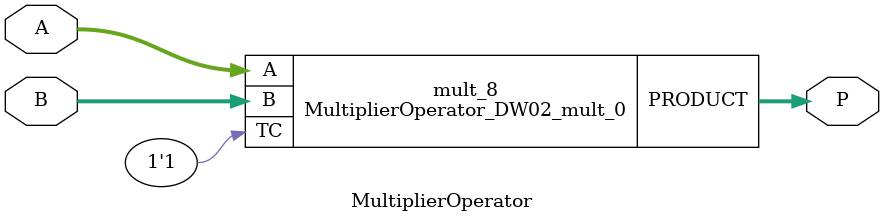
<source format=v>


module MultiplierOperator_DW01_add_0 ( A, B, CI, SUM, CO );
  input [61:0] A;
  input [61:0] B;
  output [61:0] SUM;
  input CI;
  output CO;
  wire   \A[29] , \A[28] , \A[27] , \A[26] , \A[25] , \A[24] , \A[23] ,
         \A[22] , \A[21] , \A[20] , \A[19] , \A[18] , \A[17] , \A[16] ,
         \A[15] , \A[14] , \A[13] , \A[12] , \A[11] , \A[10] , \A[9] , \A[8] ,
         \A[7] , \A[6] , \A[5] , \A[4] , \A[3] , \A[2] , \A[1] , \A[0] , n1,
         n2, n3, n4, n5, n6, n7, n8, n9, n10, n11, n12, n13, n14, n15, n16,
         n17, n18, n19, n20, n21, n22, n23, n24, n25, n26, n27, n28, n29, n30,
         n31, n32, n33, n34, n35, n36, n37, n38, n39, n40, n41, n42, n43, n44,
         n45, n46, n47, n48, n49, n50, n51, n52, n53, n54, n55, n56, n57, n58,
         n59, n60, n61, n62, n63, n64, n65, n66, n67, n68, n69, n70, n71, n72,
         n73, n74, n75, n76, n77, n78, n79, n80, n81, n82, n83, n84, n85, n86,
         n87, n88, n89, n90, n91, n92, n93, n94, n95, n96, n97, n98, n99, n100,
         n101, n102, n103, n104, n105, n106, n107, n108, n109, n110, n111,
         n112, n113, n114, n115, n116, n117, n118, n119, n120, n121, n122,
         n123, n124, n125, n126, n127, n128, n129, n130, n131, n132, n133,
         n134, n135, n136, n137, n138, n139, n140, n141, n142, n143, n144,
         n145, n146, n147, n148, n149, n150, n151, n152, n153, n154, n155,
         n156, n157, n158, n159, n160, n161, n162, n163, n164, n165, n166,
         n167, n168, n169, n170, n171, n172, n173, n174, n175, n176, n177,
         n178, n179, n180, n181, n182, n183, n184, n185, n186, n187, n188,
         n189, n190, n191, n192, n193, n194, n195, n196, n197, n198, n199,
         n200, n201, n202, n203, n204, n205, n206, n207, n208, n209, n210,
         n211, n212, n213, n214, n215, n216, n217, n218, n219, n220, n221,
         n222, n223, n224, n225, n226;
  assign SUM[29] = \A[29] ;
  assign \A[29]  = A[29];
  assign SUM[28] = \A[28] ;
  assign \A[28]  = A[28];
  assign SUM[27] = \A[27] ;
  assign \A[27]  = A[27];
  assign SUM[26] = \A[26] ;
  assign \A[26]  = A[26];
  assign SUM[25] = \A[25] ;
  assign \A[25]  = A[25];
  assign SUM[24] = \A[24] ;
  assign \A[24]  = A[24];
  assign SUM[23] = \A[23] ;
  assign \A[23]  = A[23];
  assign SUM[22] = \A[22] ;
  assign \A[22]  = A[22];
  assign SUM[21] = \A[21] ;
  assign \A[21]  = A[21];
  assign SUM[20] = \A[20] ;
  assign \A[20]  = A[20];
  assign SUM[19] = \A[19] ;
  assign \A[19]  = A[19];
  assign SUM[18] = \A[18] ;
  assign \A[18]  = A[18];
  assign SUM[17] = \A[17] ;
  assign \A[17]  = A[17];
  assign SUM[16] = \A[16] ;
  assign \A[16]  = A[16];
  assign SUM[15] = \A[15] ;
  assign \A[15]  = A[15];
  assign SUM[14] = \A[14] ;
  assign \A[14]  = A[14];
  assign SUM[13] = \A[13] ;
  assign \A[13]  = A[13];
  assign SUM[12] = \A[12] ;
  assign \A[12]  = A[12];
  assign SUM[11] = \A[11] ;
  assign \A[11]  = A[11];
  assign SUM[10] = \A[10] ;
  assign \A[10]  = A[10];
  assign SUM[9] = \A[9] ;
  assign \A[9]  = A[9];
  assign SUM[8] = \A[8] ;
  assign \A[8]  = A[8];
  assign SUM[7] = \A[7] ;
  assign \A[7]  = A[7];
  assign SUM[6] = \A[6] ;
  assign \A[6]  = A[6];
  assign SUM[5] = \A[5] ;
  assign \A[5]  = A[5];
  assign SUM[4] = \A[4] ;
  assign \A[4]  = A[4];
  assign SUM[3] = \A[3] ;
  assign \A[3]  = A[3];
  assign SUM[2] = \A[2] ;
  assign \A[2]  = A[2];
  assign SUM[1] = \A[1] ;
  assign \A[1]  = A[1];
  assign SUM[0] = \A[0] ;
  assign \A[0]  = A[0];

  DELLN2X2 U2 ( .IN(n158), .Q(n1) );
  DELLN2X2 U3 ( .IN(n220), .Q(n2) );
  AO22X1 U4 ( .IN1(A[58]), .IN2(B[58]), .IN3(n51), .IN4(n66), .Q(n3) );
  OR4X1 U5 ( .IN1(n188), .IN2(n191), .IN3(n10), .IN4(n197), .Q(n157) );
  DELLN2X2 U6 ( .IN(n191), .Q(n59) );
  DELLN2X2 U7 ( .IN(n31), .Q(n4) );
  DELLN2X2 U8 ( .IN(n127), .Q(n5) );
  AND2X1 U9 ( .IN1(n32), .IN2(n31), .Q(n131) );
  DELLN2X2 U10 ( .IN(n176), .Q(n6) );
  INVX0 U11 ( .IN1(n69), .QN(n7) );
  DELLN2X2 U12 ( .IN(n223), .Q(n8) );
  INVX0 U13 ( .IN1(n194), .QN(n9) );
  INVX0 U14 ( .IN1(n9), .QN(n10) );
  DELLN2X2 U15 ( .IN(n224), .Q(n11) );
  DELLN2X2 U16 ( .IN(A[30]), .Q(n12) );
  AND2X4 U17 ( .IN1(n159), .IN2(n1), .Q(n17) );
  AND2X4 U18 ( .IN1(n159), .IN2(n1), .Q(n187) );
  XNOR2X2 U19 ( .IN1(n8), .IN2(n226), .Q(SUM[31]) );
  DELLN2X2 U20 ( .IN(n126), .Q(n38) );
  XNOR2X1 U21 ( .IN1(n3), .IN2(n13), .Q(SUM[59]) );
  OR2X4 U22 ( .IN1(n97), .IN2(n98), .Q(n13) );
  INVX0 U23 ( .IN1(n6), .QN(n14) );
  INVX0 U24 ( .IN1(n14), .QN(n15) );
  AND2X4 U25 ( .IN1(A[53]), .IN2(B[53]), .Q(n119) );
  INVX0 U26 ( .IN1(A[61]), .QN(n58) );
  INVX0 U27 ( .IN1(n92), .QN(n16) );
  OR3X2 U28 ( .IN1(n176), .IN2(n173), .IN3(n179), .Q(n52) );
  NBUFFX2 U29 ( .IN(n173), .Q(n62) );
  INVX0 U30 ( .IN1(n4), .QN(n18) );
  XOR2X1 U31 ( .IN1(n129), .IN2(n38), .Q(SUM[51]) );
  XOR2X1 U32 ( .IN1(n47), .IN2(n118), .Q(SUM[54]) );
  AO22X2 U33 ( .IN1(B[59]), .IN2(A[59]), .IN3(n3), .IN4(n65), .Q(n20) );
  INVX0 U34 ( .IN1(n70), .QN(n19) );
  XOR2X1 U35 ( .IN1(n43), .IN2(n125), .Q(SUM[52]) );
  XOR3X1 U36 ( .IN1(B[60]), .IN2(A[60]), .IN3(n20), .Q(SUM[60]) );
  XOR2X1 U37 ( .IN1(n40), .IN2(n114), .Q(SUM[55]) );
  OA22X1 U38 ( .IN1(n21), .IN2(n22), .IN3(n135), .IN4(n134), .Q(n130) );
  INVX0 U39 ( .IN1(B[49]), .QN(n21) );
  INVX0 U40 ( .IN1(A[49]), .QN(n22) );
  AO22X1 U41 ( .IN1(A[52]), .IN2(B[52]), .IN3(n122), .IN4(n72), .Q(n33) );
  AO22X1 U42 ( .IN1(B[58]), .IN2(A[58]), .IN3(n99), .IN4(n66), .Q(n96) );
  AO22X1 U43 ( .IN1(A[54]), .IN2(B[54]), .IN3(n39), .IN4(n70), .Q(n40) );
  AO22X1 U44 ( .IN1(A[57]), .IN2(B[57]), .IN3(n103), .IN4(n67), .Q(n99) );
  OA22X1 U45 ( .IN1(n23), .IN2(n24), .IN3(n145), .IN4(n146), .Q(n143) );
  INVX0 U46 ( .IN1(A[46]), .QN(n23) );
  INVX0 U47 ( .IN1(B[46]), .QN(n24) );
  OA22X1 U48 ( .IN1(n25), .IN2(n26), .IN3(n151), .IN4(n152), .Q(n149) );
  INVX0 U49 ( .IN1(A[44]), .QN(n25) );
  INVX0 U50 ( .IN1(B[44]), .QN(n26) );
  OA22X1 U51 ( .IN1(n27), .IN2(n28), .IN3(n139), .IN4(n138), .Q(n134) );
  INVX0 U52 ( .IN1(B[48]), .QN(n27) );
  INVX0 U53 ( .IN1(A[48]), .QN(n28) );
  OA22X1 U54 ( .IN1(n29), .IN2(n30), .IN3(n142), .IN4(n143), .Q(n138) );
  INVX0 U55 ( .IN1(A[47]), .QN(n29) );
  INVX0 U56 ( .IN1(B[47]), .QN(n30) );
  OA22X1 U57 ( .IN1(n31), .IN2(n32), .IN3(n131), .IN4(n130), .Q(n126) );
  INVX0 U58 ( .IN1(A[50]), .QN(n31) );
  INVX0 U59 ( .IN1(B[50]), .QN(n32) );
  AO22X1 U60 ( .IN1(A[55]), .IN2(B[55]), .IN3(n40), .IN4(n69), .Q(n41) );
  AO22X1 U61 ( .IN1(A[56]), .IN2(B[56]), .IN3(n41), .IN4(n68), .Q(n42) );
  AO22X1 U62 ( .IN1(B[59]), .IN2(A[59]), .IN3(n53), .IN4(n65), .Q(n55) );
  AO22X1 U63 ( .IN1(A[57]), .IN2(B[57]), .IN3(n42), .IN4(n67), .Q(n51) );
  AO22X1 U64 ( .IN1(A[58]), .IN2(B[58]), .IN3(n51), .IN4(n66), .Q(n53) );
  AO221X1 U65 ( .IN1(B[59]), .IN2(A[59]), .IN3(n96), .IN4(n65), .IN5(A[60]), 
        .Q(n95) );
  DELLN2X2 U66 ( .IN(n156), .Q(n34) );
  INVX0 U67 ( .IN1(n109), .QN(n35) );
  INVX0 U68 ( .IN1(n120), .QN(n36) );
  INVX0 U69 ( .IN1(n71), .QN(n37) );
  AO21X1 U70 ( .IN1(n71), .IN2(n33), .IN3(n119), .Q(n39) );
  DELLN1X2 U71 ( .IN(n41), .Q(n63) );
  OAI21X1 U72 ( .IN1(n5), .IN2(n38), .IN3(n128), .QN(n43) );
  XOR2X1 U73 ( .IN1(n63), .IN2(n110), .Q(SUM[56]) );
  DELLN2X2 U74 ( .IN(n134), .Q(n44) );
  OA21X1 U75 ( .IN1(n44), .IN2(n135), .IN3(n136), .Q(n45) );
  DELLN2X2 U76 ( .IN(n138), .Q(n46) );
  DELLN2X2 U77 ( .IN(n39), .Q(n47) );
  AO21X1 U78 ( .IN1(n43), .IN2(n72), .IN3(n123), .Q(n48) );
  INVX0 U79 ( .IN1(n68), .QN(n49) );
  DELLN1X2 U80 ( .IN(n42), .Q(n50) );
  OR2X1 U81 ( .IN1(n170), .IN2(n52), .Q(n155) );
  DELLN2X2 U82 ( .IN(n148), .Q(n54) );
  INVX0 U83 ( .IN1(n145), .QN(n56) );
  INVX0 U84 ( .IN1(n56), .QN(n57) );
  XNOR3X1 U85 ( .IN1(B[61]), .IN2(n58), .IN3(n64), .Q(SUM[61]) );
  INVX0 U86 ( .IN1(n91), .QN(n60) );
  OR4X1 U87 ( .IN1(n220), .IN2(n61), .IN3(n16), .IN4(n60), .Q(n158) );
  OR2X1 U88 ( .IN1(n206), .IN2(n205), .Q(n61) );
  AO22X1 U89 ( .IN1(n95), .IN2(B[60]), .IN3(n55), .IN4(A[60]), .Q(n64) );
  XOR2X2 U90 ( .IN1(n51), .IN2(n102), .Q(SUM[58]) );
  INVX0 U91 ( .IN1(n98), .QN(n65) );
  INVX0 U92 ( .IN1(n101), .QN(n66) );
  INVX0 U93 ( .IN1(n105), .QN(n67) );
  INVX0 U94 ( .IN1(n113), .QN(n69) );
  INVX0 U95 ( .IN1(n117), .QN(n70) );
  INVX0 U96 ( .IN1(n120), .QN(n71) );
  INVX0 U97 ( .IN1(n124), .QN(n72) );
  INVX0 U98 ( .IN1(n221), .QN(n92) );
  XOR2X1 U99 ( .IN1(n50), .IN2(n106), .Q(SUM[57]) );
  XOR2X1 U100 ( .IN1(n48), .IN2(n121), .Q(SUM[53]) );
  INVX0 U101 ( .IN1(n5), .QN(n73) );
  INVX0 U102 ( .IN1(n131), .QN(n74) );
  INVX0 U103 ( .IN1(n135), .QN(n75) );
  INVX0 U104 ( .IN1(n142), .QN(n77) );
  INVX0 U105 ( .IN1(n139), .QN(n76) );
  INVX0 U106 ( .IN1(n147), .QN(n78) );
  INVX0 U107 ( .IN1(n170), .QN(n81) );
  INVX0 U108 ( .IN1(n175), .QN(n82) );
  INVX0 U109 ( .IN1(n150), .QN(n79) );
  INVX0 U110 ( .IN1(n188), .QN(n85) );
  INVX0 U111 ( .IN1(n178), .QN(n83) );
  INVX0 U112 ( .IN1(n193), .QN(n86) );
  INVX0 U113 ( .IN1(n153), .QN(n80) );
  INVX0 U114 ( .IN1(n177), .QN(n84) );
  INVX0 U115 ( .IN1(n196), .QN(n87) );
  INVX0 U116 ( .IN1(n195), .QN(n88) );
  INVX0 U117 ( .IN1(n206), .QN(n89) );
  INVX0 U118 ( .IN1(n225), .QN(n94) );
  INVX0 U119 ( .IN1(n205), .QN(n90) );
  INVX0 U120 ( .IN1(n211), .QN(n91) );
  INVX0 U121 ( .IN1(n109), .QN(n68) );
  INVX0 U122 ( .IN1(n2), .QN(n93) );
  NOR2X0 U123 ( .IN1(B[59]), .IN2(A[59]), .QN(n98) );
  AND2X1 U124 ( .IN1(B[59]), .IN2(A[59]), .Q(n97) );
  NOR2X0 U125 ( .IN1(n100), .IN2(n101), .QN(n102) );
  NOR2X0 U126 ( .IN1(B[58]), .IN2(A[58]), .QN(n101) );
  AND2X1 U127 ( .IN1(B[58]), .IN2(A[58]), .Q(n100) );
  NOR2X0 U128 ( .IN1(n104), .IN2(n105), .QN(n106) );
  NOR2X0 U129 ( .IN1(B[57]), .IN2(A[57]), .QN(n105) );
  AND2X1 U130 ( .IN1(B[57]), .IN2(A[57]), .Q(n104) );
  AO21X1 U131 ( .IN1(n107), .IN2(n35), .IN3(n108), .Q(n103) );
  NOR2X0 U132 ( .IN1(n108), .IN2(n49), .QN(n110) );
  NOR2X0 U133 ( .IN1(B[56]), .IN2(A[56]), .QN(n109) );
  AND2X1 U134 ( .IN1(B[56]), .IN2(A[56]), .Q(n108) );
  AO21X1 U135 ( .IN1(n69), .IN2(n111), .IN3(n112), .Q(n107) );
  NOR2X0 U136 ( .IN1(n112), .IN2(n7), .QN(n114) );
  NOR2X0 U137 ( .IN1(B[55]), .IN2(A[55]), .QN(n113) );
  AND2X1 U138 ( .IN1(B[55]), .IN2(A[55]), .Q(n112) );
  AO21X1 U139 ( .IN1(n115), .IN2(n70), .IN3(n116), .Q(n111) );
  NOR2X0 U140 ( .IN1(n116), .IN2(n19), .QN(n118) );
  NOR2X0 U141 ( .IN1(A[54]), .IN2(B[54]), .QN(n117) );
  AND2X1 U142 ( .IN1(B[54]), .IN2(A[54]), .Q(n116) );
  AO21X1 U143 ( .IN1(n36), .IN2(n33), .IN3(n119), .Q(n115) );
  NOR2X0 U144 ( .IN1(n119), .IN2(n37), .QN(n121) );
  NOR2X0 U145 ( .IN1(A[53]), .IN2(B[53]), .QN(n120) );
  NOR2X0 U146 ( .IN1(n123), .IN2(n124), .QN(n125) );
  NOR2X0 U147 ( .IN1(B[52]), .IN2(A[52]), .QN(n124) );
  AND2X1 U148 ( .IN1(B[52]), .IN2(A[52]), .Q(n123) );
  OAI21X1 U149 ( .IN1(n127), .IN2(n126), .IN3(n128), .QN(n122) );
  NAND2X0 U150 ( .IN1(n73), .IN2(n128), .QN(n129) );
  NAND2X0 U151 ( .IN1(B[51]), .IN2(A[51]), .QN(n128) );
  NOR2X0 U152 ( .IN1(B[51]), .IN2(A[51]), .QN(n127) );
  XOR2X1 U153 ( .IN1(n133), .IN2(n45), .Q(SUM[50]) );
  NAND2X0 U154 ( .IN1(n74), .IN2(n132), .QN(n133) );
  NAND2X0 U155 ( .IN1(B[50]), .IN2(n18), .QN(n132) );
  XOR2X1 U156 ( .IN1(n137), .IN2(n44), .Q(SUM[49]) );
  NAND2X0 U157 ( .IN1(n75), .IN2(n136), .QN(n137) );
  NAND2X0 U158 ( .IN1(B[49]), .IN2(A[49]), .QN(n136) );
  NOR2X0 U159 ( .IN1(A[49]), .IN2(B[49]), .QN(n135) );
  XOR2X1 U160 ( .IN1(n141), .IN2(n46), .Q(SUM[48]) );
  OA21X1 U161 ( .IN1(n148), .IN2(n149), .IN3(n150), .Q(n146) );
  OA21X1 U162 ( .IN1(n155), .IN2(n154), .IN3(n156), .Q(n152) );
  OA221X1 U163 ( .IN1(n157), .IN2(n158), .IN3(n159), .IN4(n157), .IN5(n160), 
        .Q(n154) );
  NAND2X0 U164 ( .IN1(n76), .IN2(n140), .QN(n141) );
  NAND2X0 U165 ( .IN1(B[48]), .IN2(A[48]), .QN(n140) );
  NOR2X0 U166 ( .IN1(B[48]), .IN2(A[48]), .QN(n139) );
  XOR2X1 U167 ( .IN1(n161), .IN2(n162), .Q(SUM[47]) );
  OA21X1 U168 ( .IN1(n57), .IN2(n163), .IN3(n147), .Q(n162) );
  NAND2X0 U169 ( .IN1(n77), .IN2(n144), .QN(n161) );
  NAND2X0 U170 ( .IN1(B[47]), .IN2(A[47]), .QN(n144) );
  NOR2X0 U171 ( .IN1(A[47]), .IN2(B[47]), .QN(n142) );
  XNOR2X1 U172 ( .IN1(n163), .IN2(n164), .Q(SUM[46]) );
  NOR2X0 U173 ( .IN1(n78), .IN2(n57), .QN(n164) );
  NOR2X0 U174 ( .IN1(A[46]), .IN2(B[46]), .QN(n145) );
  NAND2X0 U175 ( .IN1(B[46]), .IN2(A[46]), .QN(n147) );
  OA21X1 U176 ( .IN1(n54), .IN2(n165), .IN3(n150), .Q(n163) );
  XNOR2X1 U177 ( .IN1(n165), .IN2(n166), .Q(SUM[45]) );
  NOR2X0 U178 ( .IN1(n79), .IN2(n54), .QN(n166) );
  NOR2X0 U179 ( .IN1(A[45]), .IN2(B[45]), .QN(n148) );
  NAND2X0 U180 ( .IN1(B[45]), .IN2(A[45]), .QN(n150) );
  OA21X1 U181 ( .IN1(n151), .IN2(n167), .IN3(n153), .Q(n165) );
  XNOR2X1 U182 ( .IN1(n167), .IN2(n168), .Q(SUM[44]) );
  NOR2X0 U183 ( .IN1(n80), .IN2(n151), .QN(n168) );
  NOR2X0 U184 ( .IN1(A[44]), .IN2(B[44]), .QN(n151) );
  NAND2X0 U185 ( .IN1(B[44]), .IN2(A[44]), .QN(n153) );
  OA21X1 U186 ( .IN1(n155), .IN2(n169), .IN3(n34), .Q(n167) );
  OA21X1 U187 ( .IN1(n170), .IN2(n171), .IN3(n172), .Q(n156) );
  OA21X1 U188 ( .IN1(n173), .IN2(n174), .IN3(n175), .Q(n171) );
  OA21X1 U189 ( .IN1(n177), .IN2(n176), .IN3(n178), .Q(n174) );
  XOR2X1 U190 ( .IN1(n180), .IN2(n181), .Q(SUM[43]) );
  OA21X1 U191 ( .IN1(n62), .IN2(n182), .IN3(n175), .Q(n181) );
  NAND2X0 U192 ( .IN1(n81), .IN2(n172), .QN(n180) );
  NAND2X0 U193 ( .IN1(B[43]), .IN2(A[43]), .QN(n172) );
  NOR2X0 U194 ( .IN1(B[43]), .IN2(A[43]), .QN(n170) );
  XNOR2X1 U195 ( .IN1(n182), .IN2(n183), .Q(SUM[42]) );
  NOR2X0 U196 ( .IN1(n82), .IN2(n62), .QN(n183) );
  NOR2X0 U197 ( .IN1(B[42]), .IN2(A[42]), .QN(n173) );
  NAND2X0 U198 ( .IN1(B[42]), .IN2(A[42]), .QN(n175) );
  OA21X1 U199 ( .IN1(n184), .IN2(n15), .IN3(n178), .Q(n182) );
  XNOR2X1 U200 ( .IN1(n184), .IN2(n185), .Q(SUM[41]) );
  NOR2X0 U201 ( .IN1(n83), .IN2(n15), .QN(n185) );
  NOR2X0 U202 ( .IN1(A[41]), .IN2(B[41]), .QN(n176) );
  NAND2X0 U203 ( .IN1(B[41]), .IN2(A[41]), .QN(n178) );
  OA21X1 U204 ( .IN1(n169), .IN2(n179), .IN3(n177), .Q(n184) );
  XNOR2X1 U205 ( .IN1(n169), .IN2(n186), .Q(SUM[40]) );
  NOR2X0 U206 ( .IN1(n84), .IN2(n179), .QN(n186) );
  NOR2X0 U207 ( .IN1(B[40]), .IN2(A[40]), .QN(n179) );
  NAND2X0 U208 ( .IN1(B[40]), .IN2(A[40]), .QN(n177) );
  OA21X1 U209 ( .IN1(n157), .IN2(n187), .IN3(n160), .Q(n169) );
  OA21X1 U210 ( .IN1(n188), .IN2(n189), .IN3(n190), .Q(n160) );
  OA21X1 U211 ( .IN1(n192), .IN2(n191), .IN3(n193), .Q(n189) );
  OA21X1 U212 ( .IN1(n195), .IN2(n194), .IN3(n196), .Q(n192) );
  XOR2X1 U213 ( .IN1(n198), .IN2(n199), .Q(SUM[39]) );
  OA21X1 U214 ( .IN1(n59), .IN2(n200), .IN3(n193), .Q(n199) );
  NAND2X0 U215 ( .IN1(n85), .IN2(n190), .QN(n198) );
  NAND2X0 U216 ( .IN1(B[39]), .IN2(A[39]), .QN(n190) );
  NOR2X0 U217 ( .IN1(B[39]), .IN2(A[39]), .QN(n188) );
  XNOR2X1 U218 ( .IN1(n200), .IN2(n201), .Q(SUM[38]) );
  NOR2X0 U219 ( .IN1(n86), .IN2(n59), .QN(n201) );
  NOR2X0 U220 ( .IN1(B[38]), .IN2(A[38]), .QN(n191) );
  NAND2X0 U221 ( .IN1(B[38]), .IN2(A[38]), .QN(n193) );
  OA21X1 U222 ( .IN1(n10), .IN2(n202), .IN3(n196), .Q(n200) );
  XNOR2X1 U223 ( .IN1(n202), .IN2(n203), .Q(SUM[37]) );
  NOR2X0 U224 ( .IN1(n87), .IN2(n10), .QN(n203) );
  NOR2X0 U225 ( .IN1(B[37]), .IN2(A[37]), .QN(n194) );
  NAND2X0 U226 ( .IN1(B[37]), .IN2(A[37]), .QN(n196) );
  OA21X1 U227 ( .IN1(n197), .IN2(n17), .IN3(n195), .Q(n202) );
  XNOR2X1 U228 ( .IN1(n187), .IN2(n204), .Q(SUM[36]) );
  NOR2X0 U229 ( .IN1(n88), .IN2(n197), .QN(n204) );
  NOR2X0 U230 ( .IN1(B[36]), .IN2(A[36]), .QN(n197) );
  NAND2X0 U231 ( .IN1(B[36]), .IN2(A[36]), .QN(n195) );
  OA21X1 U232 ( .IN1(n206), .IN2(n207), .IN3(n208), .Q(n159) );
  OA21X1 U233 ( .IN1(n205), .IN2(n209), .IN3(n210), .Q(n207) );
  OA21X1 U234 ( .IN1(n212), .IN2(n211), .IN3(n213), .Q(n209) );
  XOR2X1 U235 ( .IN1(n214), .IN2(n215), .Q(SUM[35]) );
  OA21X1 U236 ( .IN1(n205), .IN2(n216), .IN3(n210), .Q(n215) );
  NAND2X0 U237 ( .IN1(n89), .IN2(n208), .QN(n214) );
  NAND2X0 U238 ( .IN1(B[35]), .IN2(A[35]), .QN(n208) );
  NOR2X0 U239 ( .IN1(B[35]), .IN2(A[35]), .QN(n206) );
  XOR2X1 U240 ( .IN1(n217), .IN2(n216), .Q(SUM[34]) );
  OA21X1 U241 ( .IN1(n60), .IN2(n218), .IN3(n213), .Q(n216) );
  NAND2X0 U242 ( .IN1(n90), .IN2(n210), .QN(n217) );
  NAND2X0 U243 ( .IN1(B[34]), .IN2(A[34]), .QN(n210) );
  NOR2X0 U244 ( .IN1(B[34]), .IN2(A[34]), .QN(n205) );
  XOR2X1 U245 ( .IN1(n219), .IN2(n218), .Q(SUM[33]) );
  OA21X1 U246 ( .IN1(n221), .IN2(n2), .IN3(n212), .Q(n218) );
  NAND2X0 U247 ( .IN1(n91), .IN2(n213), .QN(n219) );
  NAND2X0 U248 ( .IN1(B[33]), .IN2(A[33]), .QN(n213) );
  NOR2X0 U249 ( .IN1(A[33]), .IN2(B[33]), .QN(n211) );
  XNOR2X1 U250 ( .IN1(n93), .IN2(n222), .Q(SUM[32]) );
  OA21X1 U251 ( .IN1(n224), .IN2(n223), .IN3(n225), .Q(n220) );
  NAND2X0 U252 ( .IN1(n92), .IN2(n212), .QN(n222) );
  NAND2X0 U253 ( .IN1(B[32]), .IN2(A[32]), .QN(n212) );
  NOR2X0 U254 ( .IN1(B[32]), .IN2(A[32]), .QN(n221) );
  NOR2X0 U255 ( .IN1(n94), .IN2(n11), .QN(n226) );
  NOR2X0 U256 ( .IN1(B[31]), .IN2(A[31]), .QN(n224) );
  NAND2X0 U257 ( .IN1(B[31]), .IN2(A[31]), .QN(n225) );
  OA21X1 U258 ( .IN1(n12), .IN2(B[30]), .IN3(n8), .Q(SUM[30]) );
  NAND2X0 U259 ( .IN1(B[30]), .IN2(A[30]), .QN(n223) );
endmodule


module MultiplierOperator_DW02_mult_0 ( A, B, TC, PRODUCT );
  input [31:0] A;
  input [31:0] B;
  output [63:0] PRODUCT;
  input TC;
  wire   \ab[31][31] , \ab[31][30] , \ab[31][29] , \ab[31][28] , \ab[31][27] ,
         \ab[31][26] , \ab[31][25] , \ab[31][24] , \ab[31][23] , \ab[31][22] ,
         \ab[31][21] , \ab[31][20] , \ab[31][19] , \ab[31][18] , \ab[31][17] ,
         \ab[31][16] , \ab[31][15] , \ab[31][14] , \ab[31][13] , \ab[31][12] ,
         \ab[31][11] , \ab[31][10] , \ab[31][9] , \ab[31][8] , \ab[31][7] ,
         \ab[31][6] , \ab[31][5] , \ab[31][4] , \ab[31][3] , \ab[31][2] ,
         \ab[31][1] , \ab[31][0] , \ab[30][31] , \ab[30][30] , \ab[30][29] ,
         \ab[30][28] , \ab[30][27] , \ab[30][26] , \ab[30][25] , \ab[30][24] ,
         \ab[30][23] , \ab[30][22] , \ab[30][21] , \ab[30][20] , \ab[30][19] ,
         \ab[30][18] , \ab[30][17] , \ab[30][16] , \ab[30][15] , \ab[30][14] ,
         \ab[30][13] , \ab[30][12] , \ab[30][11] , \ab[30][10] , \ab[30][9] ,
         \ab[30][8] , \ab[30][7] , \ab[30][6] , \ab[30][5] , \ab[30][4] ,
         \ab[30][3] , \ab[30][2] , \ab[30][1] , \ab[30][0] , \ab[29][31] ,
         \ab[29][30] , \ab[29][29] , \ab[29][28] , \ab[29][27] , \ab[29][26] ,
         \ab[29][25] , \ab[29][24] , \ab[29][23] , \ab[29][22] , \ab[29][21] ,
         \ab[29][20] , \ab[29][19] , \ab[29][18] , \ab[29][17] , \ab[29][16] ,
         \ab[29][15] , \ab[29][14] , \ab[29][13] , \ab[29][12] , \ab[29][11] ,
         \ab[29][10] , \ab[29][9] , \ab[29][8] , \ab[29][7] , \ab[29][6] ,
         \ab[29][5] , \ab[29][4] , \ab[29][3] , \ab[29][2] , \ab[29][1] ,
         \ab[29][0] , \ab[28][31] , \ab[28][30] , \ab[28][29] , \ab[28][28] ,
         \ab[28][27] , \ab[28][26] , \ab[28][25] , \ab[28][24] , \ab[28][23] ,
         \ab[28][22] , \ab[28][21] , \ab[28][20] , \ab[28][19] , \ab[28][18] ,
         \ab[28][17] , \ab[28][16] , \ab[28][15] , \ab[28][14] , \ab[28][13] ,
         \ab[28][12] , \ab[28][11] , \ab[28][10] , \ab[28][9] , \ab[28][8] ,
         \ab[28][7] , \ab[28][6] , \ab[28][5] , \ab[28][4] , \ab[28][3] ,
         \ab[28][2] , \ab[28][1] , \ab[28][0] , \ab[27][31] , \ab[27][30] ,
         \ab[27][29] , \ab[27][28] , \ab[27][27] , \ab[27][26] , \ab[27][25] ,
         \ab[27][24] , \ab[27][23] , \ab[27][22] , \ab[27][21] , \ab[27][20] ,
         \ab[27][19] , \ab[27][18] , \ab[27][17] , \ab[27][16] , \ab[27][15] ,
         \ab[27][14] , \ab[27][13] , \ab[27][12] , \ab[27][11] , \ab[27][10] ,
         \ab[27][9] , \ab[27][8] , \ab[27][7] , \ab[27][6] , \ab[27][5] ,
         \ab[27][4] , \ab[27][3] , \ab[27][2] , \ab[27][1] , \ab[27][0] ,
         \ab[26][31] , \ab[26][30] , \ab[26][29] , \ab[26][28] , \ab[26][27] ,
         \ab[26][26] , \ab[26][25] , \ab[26][24] , \ab[26][23] , \ab[26][22] ,
         \ab[26][21] , \ab[26][20] , \ab[26][19] , \ab[26][18] , \ab[26][17] ,
         \ab[26][16] , \ab[26][15] , \ab[26][14] , \ab[26][13] , \ab[26][12] ,
         \ab[26][11] , \ab[26][10] , \ab[26][9] , \ab[26][8] , \ab[26][7] ,
         \ab[26][6] , \ab[26][5] , \ab[26][4] , \ab[26][3] , \ab[26][2] ,
         \ab[26][1] , \ab[26][0] , \ab[25][31] , \ab[25][30] , \ab[25][29] ,
         \ab[25][28] , \ab[25][27] , \ab[25][26] , \ab[25][25] , \ab[25][24] ,
         \ab[25][23] , \ab[25][22] , \ab[25][21] , \ab[25][20] , \ab[25][19] ,
         \ab[25][18] , \ab[25][17] , \ab[25][16] , \ab[25][15] , \ab[25][14] ,
         \ab[25][13] , \ab[25][12] , \ab[25][11] , \ab[25][10] , \ab[25][9] ,
         \ab[25][8] , \ab[25][7] , \ab[25][6] , \ab[25][5] , \ab[25][4] ,
         \ab[25][3] , \ab[25][2] , \ab[25][1] , \ab[25][0] , \ab[24][31] ,
         \ab[24][30] , \ab[24][29] , \ab[24][28] , \ab[24][27] , \ab[24][26] ,
         \ab[24][25] , \ab[24][24] , \ab[24][23] , \ab[24][22] , \ab[24][21] ,
         \ab[24][20] , \ab[24][19] , \ab[24][18] , \ab[24][17] , \ab[24][16] ,
         \ab[24][15] , \ab[24][14] , \ab[24][13] , \ab[24][12] , \ab[24][11] ,
         \ab[24][10] , \ab[24][9] , \ab[24][8] , \ab[24][7] , \ab[24][6] ,
         \ab[24][5] , \ab[24][4] , \ab[24][3] , \ab[24][2] , \ab[24][1] ,
         \ab[24][0] , \ab[23][31] , \ab[23][30] , \ab[23][29] , \ab[23][28] ,
         \ab[23][27] , \ab[23][26] , \ab[23][25] , \ab[23][24] , \ab[23][23] ,
         \ab[23][22] , \ab[23][21] , \ab[23][20] , \ab[23][19] , \ab[23][18] ,
         \ab[23][17] , \ab[23][16] , \ab[23][15] , \ab[23][14] , \ab[23][13] ,
         \ab[23][12] , \ab[23][11] , \ab[23][10] , \ab[23][9] , \ab[23][8] ,
         \ab[23][7] , \ab[23][6] , \ab[23][5] , \ab[23][4] , \ab[23][3] ,
         \ab[23][2] , \ab[23][1] , \ab[23][0] , \ab[22][31] , \ab[22][30] ,
         \ab[22][29] , \ab[22][28] , \ab[22][27] , \ab[22][26] , \ab[22][25] ,
         \ab[22][24] , \ab[22][23] , \ab[22][22] , \ab[22][21] , \ab[22][20] ,
         \ab[22][19] , \ab[22][18] , \ab[22][17] , \ab[22][16] , \ab[22][15] ,
         \ab[22][14] , \ab[22][13] , \ab[22][12] , \ab[22][11] , \ab[22][10] ,
         \ab[22][9] , \ab[22][8] , \ab[22][7] , \ab[22][6] , \ab[22][5] ,
         \ab[22][4] , \ab[22][3] , \ab[22][2] , \ab[22][1] , \ab[22][0] ,
         \ab[21][31] , \ab[21][30] , \ab[21][29] , \ab[21][28] , \ab[21][27] ,
         \ab[21][26] , \ab[21][25] , \ab[21][24] , \ab[21][23] , \ab[21][22] ,
         \ab[21][21] , \ab[21][20] , \ab[21][19] , \ab[21][18] , \ab[21][17] ,
         \ab[21][16] , \ab[21][15] , \ab[21][14] , \ab[21][13] , \ab[21][12] ,
         \ab[21][11] , \ab[21][10] , \ab[21][9] , \ab[21][8] , \ab[21][7] ,
         \ab[21][6] , \ab[21][5] , \ab[21][4] , \ab[21][3] , \ab[21][2] ,
         \ab[21][1] , \ab[21][0] , \ab[20][31] , \ab[20][30] , \ab[20][29] ,
         \ab[20][28] , \ab[20][27] , \ab[20][26] , \ab[20][25] , \ab[20][24] ,
         \ab[20][23] , \ab[20][22] , \ab[20][21] , \ab[20][20] , \ab[20][19] ,
         \ab[20][18] , \ab[20][17] , \ab[20][16] , \ab[20][15] , \ab[20][14] ,
         \ab[20][13] , \ab[20][12] , \ab[20][11] , \ab[20][10] , \ab[20][9] ,
         \ab[20][8] , \ab[20][7] , \ab[20][6] , \ab[20][5] , \ab[20][4] ,
         \ab[20][3] , \ab[20][2] , \ab[20][1] , \ab[20][0] , \ab[19][31] ,
         \ab[19][30] , \ab[19][29] , \ab[19][28] , \ab[19][27] , \ab[19][26] ,
         \ab[19][25] , \ab[19][24] , \ab[19][23] , \ab[19][22] , \ab[19][21] ,
         \ab[19][20] , \ab[19][19] , \ab[19][18] , \ab[19][17] , \ab[19][16] ,
         \ab[19][15] , \ab[19][14] , \ab[19][13] , \ab[19][12] , \ab[19][11] ,
         \ab[19][10] , \ab[19][9] , \ab[19][8] , \ab[19][7] , \ab[19][6] ,
         \ab[19][5] , \ab[19][4] , \ab[19][3] , \ab[19][2] , \ab[19][1] ,
         \ab[19][0] , \ab[18][31] , \ab[18][30] , \ab[18][29] , \ab[18][28] ,
         \ab[18][27] , \ab[18][26] , \ab[18][25] , \ab[18][24] , \ab[18][23] ,
         \ab[18][22] , \ab[18][21] , \ab[18][20] , \ab[18][19] , \ab[18][18] ,
         \ab[18][17] , \ab[18][16] , \ab[18][15] , \ab[18][14] , \ab[18][13] ,
         \ab[18][12] , \ab[18][11] , \ab[18][10] , \ab[18][9] , \ab[18][8] ,
         \ab[18][7] , \ab[18][6] , \ab[18][5] , \ab[18][4] , \ab[18][3] ,
         \ab[18][2] , \ab[18][1] , \ab[18][0] , \ab[17][31] , \ab[17][30] ,
         \ab[17][29] , \ab[17][28] , \ab[17][27] , \ab[17][26] , \ab[17][25] ,
         \ab[17][24] , \ab[17][23] , \ab[17][22] , \ab[17][21] , \ab[17][20] ,
         \ab[17][19] , \ab[17][18] , \ab[17][17] , \ab[17][16] , \ab[17][15] ,
         \ab[17][14] , \ab[17][13] , \ab[17][12] , \ab[17][11] , \ab[17][10] ,
         \ab[17][9] , \ab[17][8] , \ab[17][7] , \ab[17][6] , \ab[17][5] ,
         \ab[17][4] , \ab[17][3] , \ab[17][2] , \ab[17][1] , \ab[17][0] ,
         \ab[16][31] , \ab[16][30] , \ab[16][29] , \ab[16][28] , \ab[16][27] ,
         \ab[16][26] , \ab[16][25] , \ab[16][24] , \ab[16][23] , \ab[16][22] ,
         \ab[16][21] , \ab[16][20] , \ab[16][19] , \ab[16][18] , \ab[16][17] ,
         \ab[16][16] , \ab[16][15] , \ab[16][14] , \ab[16][13] , \ab[16][12] ,
         \ab[16][11] , \ab[16][10] , \ab[16][9] , \ab[16][8] , \ab[16][7] ,
         \ab[16][6] , \ab[16][5] , \ab[16][4] , \ab[16][3] , \ab[16][2] ,
         \ab[16][1] , \ab[16][0] , \ab[15][31] , \ab[15][30] , \ab[15][29] ,
         \ab[15][28] , \ab[15][27] , \ab[15][26] , \ab[15][25] , \ab[15][24] ,
         \ab[15][23] , \ab[15][22] , \ab[15][21] , \ab[15][20] , \ab[15][19] ,
         \ab[15][18] , \ab[15][17] , \ab[15][16] , \ab[15][15] , \ab[15][14] ,
         \ab[15][13] , \ab[15][12] , \ab[15][11] , \ab[15][10] , \ab[15][9] ,
         \ab[15][8] , \ab[15][7] , \ab[15][6] , \ab[15][5] , \ab[15][4] ,
         \ab[15][3] , \ab[15][2] , \ab[15][1] , \ab[15][0] , \ab[14][31] ,
         \ab[14][30] , \ab[14][29] , \ab[14][28] , \ab[14][27] , \ab[14][26] ,
         \ab[14][25] , \ab[14][24] , \ab[14][23] , \ab[14][22] , \ab[14][21] ,
         \ab[14][20] , \ab[14][19] , \ab[14][18] , \ab[14][17] , \ab[14][16] ,
         \ab[14][15] , \ab[14][14] , \ab[14][13] , \ab[14][12] , \ab[14][11] ,
         \ab[14][10] , \ab[14][9] , \ab[14][8] , \ab[14][7] , \ab[14][6] ,
         \ab[14][5] , \ab[14][4] , \ab[14][3] , \ab[14][2] , \ab[14][1] ,
         \ab[14][0] , \ab[13][31] , \ab[13][30] , \ab[13][29] , \ab[13][28] ,
         \ab[13][27] , \ab[13][26] , \ab[13][25] , \ab[13][24] , \ab[13][23] ,
         \ab[13][22] , \ab[13][21] , \ab[13][20] , \ab[13][19] , \ab[13][18] ,
         \ab[13][17] , \ab[13][16] , \ab[13][15] , \ab[13][14] , \ab[13][13] ,
         \ab[13][12] , \ab[13][11] , \ab[13][10] , \ab[13][9] , \ab[13][8] ,
         \ab[13][7] , \ab[13][6] , \ab[13][5] , \ab[13][4] , \ab[13][3] ,
         \ab[13][2] , \ab[13][1] , \ab[13][0] , \ab[12][31] , \ab[12][30] ,
         \ab[12][29] , \ab[12][28] , \ab[12][27] , \ab[12][26] , \ab[12][25] ,
         \ab[12][24] , \ab[12][23] , \ab[12][22] , \ab[12][21] , \ab[12][20] ,
         \ab[12][19] , \ab[12][18] , \ab[12][17] , \ab[12][16] , \ab[12][15] ,
         \ab[12][14] , \ab[12][13] , \ab[12][12] , \ab[12][11] , \ab[12][10] ,
         \ab[12][9] , \ab[12][8] , \ab[12][7] , \ab[12][6] , \ab[12][5] ,
         \ab[12][4] , \ab[12][3] , \ab[12][2] , \ab[12][1] , \ab[12][0] ,
         \ab[11][31] , \ab[11][30] , \ab[11][29] , \ab[11][28] , \ab[11][27] ,
         \ab[11][26] , \ab[11][25] , \ab[11][24] , \ab[11][23] , \ab[11][22] ,
         \ab[11][21] , \ab[11][20] , \ab[11][19] , \ab[11][18] , \ab[11][17] ,
         \ab[11][16] , \ab[11][15] , \ab[11][14] , \ab[11][13] , \ab[11][12] ,
         \ab[11][11] , \ab[11][10] , \ab[11][9] , \ab[11][8] , \ab[11][7] ,
         \ab[11][6] , \ab[11][5] , \ab[11][4] , \ab[11][3] , \ab[11][2] ,
         \ab[11][1] , \ab[11][0] , \ab[10][31] , \ab[10][30] , \ab[10][29] ,
         \ab[10][28] , \ab[10][27] , \ab[10][26] , \ab[10][25] , \ab[10][24] ,
         \ab[10][23] , \ab[10][22] , \ab[10][21] , \ab[10][20] , \ab[10][19] ,
         \ab[10][18] , \ab[10][17] , \ab[10][16] , \ab[10][15] , \ab[10][14] ,
         \ab[10][13] , \ab[10][12] , \ab[10][11] , \ab[10][10] , \ab[10][9] ,
         \ab[10][8] , \ab[10][7] , \ab[10][6] , \ab[10][5] , \ab[10][4] ,
         \ab[10][3] , \ab[10][2] , \ab[10][1] , \ab[10][0] , \ab[9][31] ,
         \ab[9][30] , \ab[9][29] , \ab[9][28] , \ab[9][27] , \ab[9][26] ,
         \ab[9][25] , \ab[9][24] , \ab[9][23] , \ab[9][22] , \ab[9][21] ,
         \ab[9][20] , \ab[9][19] , \ab[9][18] , \ab[9][17] , \ab[9][16] ,
         \ab[9][15] , \ab[9][14] , \ab[9][13] , \ab[9][12] , \ab[9][11] ,
         \ab[9][10] , \ab[9][9] , \ab[9][8] , \ab[9][7] , \ab[9][6] ,
         \ab[9][5] , \ab[9][4] , \ab[9][3] , \ab[9][2] , \ab[9][1] ,
         \ab[9][0] , \ab[8][31] , \ab[8][30] , \ab[8][29] , \ab[8][28] ,
         \ab[8][27] , \ab[8][26] , \ab[8][25] , \ab[8][24] , \ab[8][23] ,
         \ab[8][22] , \ab[8][21] , \ab[8][20] , \ab[8][19] , \ab[8][18] ,
         \ab[8][17] , \ab[8][16] , \ab[8][15] , \ab[8][14] , \ab[8][13] ,
         \ab[8][12] , \ab[8][11] , \ab[8][10] , \ab[8][9] , \ab[8][8] ,
         \ab[8][7] , \ab[8][6] , \ab[8][5] , \ab[8][4] , \ab[8][3] ,
         \ab[8][2] , \ab[8][1] , \ab[8][0] , \ab[7][31] , \ab[7][30] ,
         \ab[7][29] , \ab[7][28] , \ab[7][27] , \ab[7][26] , \ab[7][25] ,
         \ab[7][24] , \ab[7][23] , \ab[7][22] , \ab[7][21] , \ab[7][20] ,
         \ab[7][19] , \ab[7][18] , \ab[7][17] , \ab[7][16] , \ab[7][15] ,
         \ab[7][14] , \ab[7][13] , \ab[7][12] , \ab[7][11] , \ab[7][10] ,
         \ab[7][9] , \ab[7][8] , \ab[7][7] , \ab[7][6] , \ab[7][5] ,
         \ab[7][4] , \ab[7][3] , \ab[7][2] , \ab[7][1] , \ab[7][0] ,
         \ab[6][31] , \ab[6][30] , \ab[6][29] , \ab[6][28] , \ab[6][27] ,
         \ab[6][26] , \ab[6][25] , \ab[6][24] , \ab[6][23] , \ab[6][22] ,
         \ab[6][21] , \ab[6][20] , \ab[6][19] , \ab[6][18] , \ab[6][17] ,
         \ab[6][16] , \ab[6][15] , \ab[6][14] , \ab[6][13] , \ab[6][12] ,
         \ab[6][11] , \ab[6][10] , \ab[6][9] , \ab[6][8] , \ab[6][7] ,
         \ab[6][6] , \ab[6][5] , \ab[6][4] , \ab[6][3] , \ab[6][2] ,
         \ab[6][1] , \ab[6][0] , \ab[5][31] , \ab[5][30] , \ab[5][29] ,
         \ab[5][28] , \ab[5][27] , \ab[5][26] , \ab[5][25] , \ab[5][24] ,
         \ab[5][23] , \ab[5][22] , \ab[5][21] , \ab[5][20] , \ab[5][19] ,
         \ab[5][18] , \ab[5][17] , \ab[5][16] , \ab[5][15] , \ab[5][14] ,
         \ab[5][13] , \ab[5][12] , \ab[5][11] , \ab[5][10] , \ab[5][9] ,
         \ab[5][8] , \ab[5][7] , \ab[5][6] , \ab[5][5] , \ab[5][4] ,
         \ab[5][3] , \ab[5][2] , \ab[5][1] , \ab[5][0] , \ab[4][31] ,
         \ab[4][30] , \ab[4][29] , \ab[4][28] , \ab[4][27] , \ab[4][26] ,
         \ab[4][25] , \ab[4][24] , \ab[4][23] , \ab[4][22] , \ab[4][21] ,
         \ab[4][20] , \ab[4][19] , \ab[4][18] , \ab[4][17] , \ab[4][16] ,
         \ab[4][15] , \ab[4][14] , \ab[4][13] , \ab[4][12] , \ab[4][11] ,
         \ab[4][10] , \ab[4][9] , \ab[4][8] , \ab[4][7] , \ab[4][6] ,
         \ab[4][5] , \ab[4][4] , \ab[4][3] , \ab[4][2] , \ab[4][1] ,
         \ab[4][0] , \ab[3][31] , \ab[3][30] , \ab[3][29] , \ab[3][28] ,
         \ab[3][27] , \ab[3][26] , \ab[3][25] , \ab[3][24] , \ab[3][23] ,
         \ab[3][22] , \ab[3][21] , \ab[3][20] , \ab[3][19] , \ab[3][18] ,
         \ab[3][17] , \ab[3][16] , \ab[3][15] , \ab[3][14] , \ab[3][13] ,
         \ab[3][12] , \ab[3][11] , \ab[3][10] , \ab[3][9] , \ab[3][8] ,
         \ab[3][7] , \ab[3][6] , \ab[3][5] , \ab[3][4] , \ab[3][3] ,
         \ab[3][2] , \ab[3][1] , \ab[3][0] , \ab[2][31] , \ab[2][30] ,
         \ab[2][29] , \ab[2][28] , \ab[2][27] , \ab[2][26] , \ab[2][25] ,
         \ab[2][24] , \ab[2][23] , \ab[2][22] , \ab[2][21] , \ab[2][20] ,
         \ab[2][19] , \ab[2][18] , \ab[2][17] , \ab[2][16] , \ab[2][15] ,
         \ab[2][14] , \ab[2][13] , \ab[2][12] , \ab[2][11] , \ab[2][10] ,
         \ab[2][9] , \ab[2][8] , \ab[2][7] , \ab[2][6] , \ab[2][5] ,
         \ab[2][4] , \ab[2][3] , \ab[2][2] , \ab[2][1] , \ab[2][0] ,
         \ab[1][31] , \ab[1][30] , \ab[1][29] , \ab[1][28] , \ab[1][27] ,
         \ab[1][26] , \ab[1][25] , \ab[1][24] , \ab[1][23] , \ab[1][22] ,
         \ab[1][21] , \ab[1][20] , \ab[1][19] , \ab[1][18] , \ab[1][17] ,
         \ab[1][16] , \ab[1][15] , \ab[1][14] , \ab[1][13] , \ab[1][12] ,
         \ab[1][11] , \ab[1][10] , \ab[1][9] , \ab[1][8] , \ab[1][7] ,
         \ab[1][6] , \ab[1][5] , \ab[1][4] , \ab[1][3] , \ab[1][2] ,
         \ab[1][1] , \ab[1][0] , \ab[0][31] , \ab[0][30] , \ab[0][29] ,
         \ab[0][28] , \ab[0][27] , \ab[0][26] , \ab[0][24] , \ab[0][23] ,
         \ab[0][22] , \ab[0][21] , \ab[0][20] , \ab[0][19] , \ab[0][18] ,
         \ab[0][17] , \ab[0][16] , \ab[0][15] , \ab[0][14] , \ab[0][13] ,
         \ab[0][12] , \ab[0][11] , \ab[0][10] , \ab[0][9] , \ab[0][8] ,
         \ab[0][7] , \ab[0][6] , \ab[0][5] , \ab[0][4] , \ab[0][3] ,
         \ab[0][2] , \ab[0][1] , \CARRYB[15][30] , \CARRYB[15][29] ,
         \CARRYB[15][28] , \CARRYB[15][27] , \CARRYB[15][26] ,
         \CARRYB[15][25] , \CARRYB[15][24] , \CARRYB[15][23] ,
         \CARRYB[15][22] , \CARRYB[15][21] , \CARRYB[15][20] ,
         \CARRYB[15][19] , \CARRYB[15][18] , \CARRYB[15][17] ,
         \CARRYB[15][16] , \CARRYB[15][15] , \CARRYB[15][14] ,
         \CARRYB[15][13] , \CARRYB[15][12] , \CARRYB[15][11] ,
         \CARRYB[15][10] , \CARRYB[15][9] , \CARRYB[15][8] , \CARRYB[15][7] ,
         \CARRYB[15][6] , \CARRYB[15][5] , \CARRYB[15][4] , \CARRYB[15][3] ,
         \CARRYB[15][2] , \CARRYB[15][1] , \CARRYB[15][0] , \CARRYB[14][30] ,
         \CARRYB[14][29] , \CARRYB[14][28] , \CARRYB[14][27] ,
         \CARRYB[14][26] , \CARRYB[14][25] , \CARRYB[14][24] ,
         \CARRYB[14][23] , \CARRYB[14][22] , \CARRYB[14][21] ,
         \CARRYB[14][20] , \CARRYB[14][19] , \CARRYB[14][18] ,
         \CARRYB[14][17] , \CARRYB[14][16] , \CARRYB[14][15] ,
         \CARRYB[14][14] , \CARRYB[14][13] , \CARRYB[14][12] ,
         \CARRYB[14][11] , \CARRYB[14][10] , \CARRYB[14][9] , \CARRYB[14][8] ,
         \CARRYB[14][7] , \CARRYB[14][6] , \CARRYB[14][5] , \CARRYB[14][4] ,
         \CARRYB[14][3] , \CARRYB[14][2] , \CARRYB[14][1] , \CARRYB[14][0] ,
         \CARRYB[13][30] , \CARRYB[13][29] , \CARRYB[13][28] ,
         \CARRYB[13][27] , \CARRYB[13][26] , \CARRYB[13][25] ,
         \CARRYB[13][24] , \CARRYB[13][23] , \CARRYB[13][22] ,
         \CARRYB[13][21] , \CARRYB[13][20] , \CARRYB[13][19] ,
         \CARRYB[13][18] , \CARRYB[13][17] , \CARRYB[13][16] ,
         \CARRYB[13][15] , \CARRYB[13][14] , \CARRYB[13][13] ,
         \CARRYB[13][12] , \CARRYB[13][11] , \CARRYB[13][10] , \CARRYB[13][9] ,
         \CARRYB[13][8] , \CARRYB[13][7] , \CARRYB[13][6] , \CARRYB[13][5] ,
         \CARRYB[13][4] , \CARRYB[13][3] , \CARRYB[13][2] , \CARRYB[13][1] ,
         \CARRYB[13][0] , \CARRYB[12][30] , \CARRYB[12][29] , \CARRYB[12][28] ,
         \CARRYB[12][27] , \CARRYB[12][26] , \CARRYB[12][25] ,
         \CARRYB[12][24] , \CARRYB[12][23] , \CARRYB[12][22] ,
         \CARRYB[12][21] , \CARRYB[12][20] , \CARRYB[12][19] ,
         \CARRYB[12][18] , \CARRYB[12][17] , \CARRYB[12][16] ,
         \CARRYB[12][15] , \CARRYB[12][14] , \CARRYB[12][13] ,
         \CARRYB[12][12] , \CARRYB[12][11] , \CARRYB[12][10] , \CARRYB[12][9] ,
         \CARRYB[12][8] , \CARRYB[12][7] , \CARRYB[12][6] , \CARRYB[12][5] ,
         \CARRYB[12][4] , \CARRYB[12][3] , \CARRYB[12][2] , \CARRYB[12][1] ,
         \CARRYB[12][0] , \CARRYB[11][30] , \CARRYB[11][29] , \CARRYB[11][28] ,
         \CARRYB[11][27] , \CARRYB[11][26] , \CARRYB[11][25] ,
         \CARRYB[11][24] , \CARRYB[11][23] , \CARRYB[11][22] ,
         \CARRYB[11][21] , \CARRYB[11][20] , \CARRYB[11][19] ,
         \CARRYB[11][18] , \CARRYB[11][17] , \CARRYB[11][16] ,
         \CARRYB[11][15] , \CARRYB[11][14] , \CARRYB[11][13] ,
         \CARRYB[11][12] , \CARRYB[11][11] , \CARRYB[11][10] , \CARRYB[11][9] ,
         \CARRYB[11][8] , \CARRYB[11][7] , \CARRYB[11][6] , \CARRYB[11][5] ,
         \CARRYB[11][4] , \CARRYB[11][3] , \CARRYB[11][2] , \CARRYB[11][1] ,
         \CARRYB[11][0] , \CARRYB[10][30] , \CARRYB[10][29] , \CARRYB[10][28] ,
         \CARRYB[10][27] , \CARRYB[10][26] , \CARRYB[10][25] ,
         \CARRYB[10][24] , \CARRYB[10][23] , \CARRYB[10][22] ,
         \CARRYB[10][21] , \CARRYB[10][20] , \CARRYB[10][19] ,
         \CARRYB[10][18] , \CARRYB[10][17] , \CARRYB[10][16] ,
         \CARRYB[10][15] , \CARRYB[10][14] , \CARRYB[10][13] ,
         \CARRYB[10][12] , \CARRYB[10][11] , \CARRYB[10][10] , \CARRYB[10][9] ,
         \CARRYB[10][8] , \CARRYB[10][7] , \CARRYB[10][6] , \CARRYB[10][5] ,
         \CARRYB[10][4] , \CARRYB[10][3] , \CARRYB[10][2] , \CARRYB[10][1] ,
         \CARRYB[10][0] , \CARRYB[9][30] , \CARRYB[9][29] , \CARRYB[9][28] ,
         \CARRYB[9][27] , \CARRYB[9][26] , \CARRYB[9][25] , \CARRYB[9][24] ,
         \CARRYB[9][23] , \CARRYB[9][22] , \CARRYB[9][21] , \CARRYB[9][20] ,
         \CARRYB[9][19] , \CARRYB[9][18] , \CARRYB[9][17] , \CARRYB[9][16] ,
         \CARRYB[9][15] , \CARRYB[9][14] , \CARRYB[9][13] , \CARRYB[9][12] ,
         \CARRYB[9][11] , \CARRYB[9][10] , \CARRYB[9][9] , \CARRYB[9][8] ,
         \CARRYB[9][7] , \CARRYB[9][6] , \CARRYB[9][5] , \CARRYB[9][4] ,
         \CARRYB[9][3] , \CARRYB[9][2] , \CARRYB[9][1] , \CARRYB[9][0] ,
         \CARRYB[8][30] , \CARRYB[8][29] , \CARRYB[8][28] , \CARRYB[8][27] ,
         \CARRYB[8][26] , \CARRYB[8][25] , \CARRYB[8][24] , \CARRYB[8][23] ,
         \CARRYB[8][22] , \CARRYB[8][21] , \CARRYB[8][20] , \CARRYB[8][19] ,
         \CARRYB[8][18] , \CARRYB[8][17] , \CARRYB[8][16] , \CARRYB[8][15] ,
         \CARRYB[8][14] , \CARRYB[8][13] , \CARRYB[8][12] , \CARRYB[8][11] ,
         \CARRYB[8][10] , \CARRYB[8][9] , \CARRYB[8][8] , \CARRYB[8][7] ,
         \CARRYB[8][6] , \CARRYB[8][5] , \CARRYB[8][4] , \CARRYB[8][3] ,
         \CARRYB[8][2] , \CARRYB[8][1] , \CARRYB[8][0] , \CARRYB[7][30] ,
         \CARRYB[7][29] , \CARRYB[7][28] , \CARRYB[7][27] , \CARRYB[7][26] ,
         \CARRYB[7][25] , \CARRYB[7][24] , \CARRYB[7][23] , \CARRYB[7][22] ,
         \CARRYB[7][21] , \CARRYB[7][20] , \CARRYB[7][19] , \CARRYB[7][18] ,
         \CARRYB[7][17] , \CARRYB[7][16] , \CARRYB[7][15] , \CARRYB[7][14] ,
         \CARRYB[7][13] , \CARRYB[7][12] , \CARRYB[7][11] , \CARRYB[7][10] ,
         \CARRYB[7][9] , \CARRYB[7][8] , \CARRYB[7][7] , \CARRYB[7][6] ,
         \CARRYB[7][5] , \CARRYB[7][4] , \CARRYB[7][3] , \CARRYB[7][2] ,
         \CARRYB[7][1] , \CARRYB[7][0] , \CARRYB[6][30] , \CARRYB[6][29] ,
         \CARRYB[6][28] , \CARRYB[6][27] , \CARRYB[6][26] , \CARRYB[6][25] ,
         \CARRYB[6][24] , \CARRYB[6][23] , \CARRYB[6][22] , \CARRYB[6][21] ,
         \CARRYB[6][20] , \CARRYB[6][19] , \CARRYB[6][18] , \CARRYB[6][17] ,
         \CARRYB[6][16] , \CARRYB[6][15] , \CARRYB[6][14] , \CARRYB[6][13] ,
         \CARRYB[6][12] , \CARRYB[6][11] , \CARRYB[6][10] , \CARRYB[6][9] ,
         \CARRYB[6][8] , \CARRYB[6][7] , \CARRYB[6][6] , \CARRYB[6][5] ,
         \CARRYB[6][4] , \CARRYB[6][3] , \CARRYB[6][2] , \CARRYB[6][1] ,
         \CARRYB[6][0] , \CARRYB[5][30] , \CARRYB[5][29] , \CARRYB[5][28] ,
         \CARRYB[5][27] , \CARRYB[5][26] , \CARRYB[5][25] , \CARRYB[5][24] ,
         \CARRYB[5][23] , \CARRYB[5][22] , \CARRYB[5][21] , \CARRYB[5][20] ,
         \CARRYB[5][19] , \CARRYB[5][18] , \CARRYB[5][17] , \CARRYB[5][16] ,
         \CARRYB[5][15] , \CARRYB[5][14] , \CARRYB[5][13] , \CARRYB[5][12] ,
         \CARRYB[5][11] , \CARRYB[5][10] , \CARRYB[5][9] , \CARRYB[5][8] ,
         \CARRYB[5][7] , \CARRYB[5][6] , \CARRYB[5][5] , \CARRYB[5][4] ,
         \CARRYB[5][3] , \CARRYB[5][2] , \CARRYB[5][1] , \CARRYB[5][0] ,
         \CARRYB[4][30] , \CARRYB[4][29] , \CARRYB[4][28] , \CARRYB[4][27] ,
         \CARRYB[4][26] , \CARRYB[4][25] , \CARRYB[4][24] , \CARRYB[4][23] ,
         \CARRYB[4][22] , \CARRYB[4][21] , \CARRYB[4][20] , \CARRYB[4][19] ,
         \CARRYB[4][18] , \CARRYB[4][17] , \CARRYB[4][16] , \CARRYB[4][15] ,
         \CARRYB[4][14] , \CARRYB[4][13] , \CARRYB[4][12] , \CARRYB[4][11] ,
         \CARRYB[4][10] , \CARRYB[4][9] , \CARRYB[4][8] , \CARRYB[4][7] ,
         \CARRYB[4][6] , \CARRYB[4][5] , \CARRYB[4][4] , \CARRYB[4][3] ,
         \CARRYB[4][2] , \CARRYB[4][1] , \CARRYB[4][0] , \CARRYB[3][30] ,
         \CARRYB[3][29] , \CARRYB[3][28] , \CARRYB[3][27] , \CARRYB[3][26] ,
         \CARRYB[3][25] , \CARRYB[3][24] , \CARRYB[3][23] , \CARRYB[3][22] ,
         \CARRYB[3][21] , \CARRYB[3][20] , \CARRYB[3][19] , \CARRYB[3][18] ,
         \CARRYB[3][17] , \CARRYB[3][16] , \CARRYB[3][15] , \CARRYB[3][14] ,
         \CARRYB[3][13] , \CARRYB[3][12] , \CARRYB[3][11] , \CARRYB[3][10] ,
         \CARRYB[3][9] , \CARRYB[3][8] , \CARRYB[3][7] , \CARRYB[3][6] ,
         \CARRYB[3][5] , \CARRYB[3][4] , \CARRYB[3][3] , \CARRYB[3][2] ,
         \CARRYB[3][1] , \CARRYB[3][0] , \CARRYB[2][30] , \CARRYB[2][29] ,
         \CARRYB[2][28] , \CARRYB[2][27] , \CARRYB[2][26] , \CARRYB[2][25] ,
         \CARRYB[2][24] , \CARRYB[2][23] , \CARRYB[2][22] , \CARRYB[2][21] ,
         \CARRYB[2][20] , \CARRYB[2][19] , \CARRYB[2][18] , \CARRYB[2][17] ,
         \CARRYB[2][16] , \CARRYB[2][15] , \CARRYB[2][14] , \CARRYB[2][13] ,
         \CARRYB[2][12] , \CARRYB[2][11] , \CARRYB[2][10] , \CARRYB[2][9] ,
         \CARRYB[2][8] , \CARRYB[2][7] , \CARRYB[2][6] , \CARRYB[2][5] ,
         \CARRYB[2][4] , \CARRYB[2][3] , \CARRYB[2][2] , \CARRYB[2][1] ,
         \CARRYB[2][0] , \SUMB[15][30] , \SUMB[15][29] , \SUMB[15][28] ,
         \SUMB[15][27] , \SUMB[15][26] , \SUMB[15][25] , \SUMB[15][24] ,
         \SUMB[15][23] , \SUMB[15][22] , \SUMB[15][21] , \SUMB[15][20] ,
         \SUMB[15][19] , \SUMB[15][18] , \SUMB[15][17] , \SUMB[15][16] ,
         \SUMB[15][15] , \SUMB[15][14] , \SUMB[15][13] , \SUMB[15][12] ,
         \SUMB[15][11] , \SUMB[15][10] , \SUMB[15][9] , \SUMB[15][8] ,
         \SUMB[15][7] , \SUMB[15][6] , \SUMB[15][5] , \SUMB[15][4] ,
         \SUMB[15][3] , \SUMB[15][2] , \SUMB[15][1] , \SUMB[14][30] ,
         \SUMB[14][29] , \SUMB[14][28] , \SUMB[14][27] , \SUMB[14][26] ,
         \SUMB[14][25] , \SUMB[14][24] , \SUMB[14][23] , \SUMB[14][22] ,
         \SUMB[14][21] , \SUMB[14][20] , \SUMB[14][19] , \SUMB[14][18] ,
         \SUMB[14][17] , \SUMB[14][16] , \SUMB[14][15] , \SUMB[14][14] ,
         \SUMB[14][13] , \SUMB[14][12] , \SUMB[14][11] , \SUMB[14][10] ,
         \SUMB[14][9] , \SUMB[14][8] , \SUMB[14][7] , \SUMB[14][6] ,
         \SUMB[14][5] , \SUMB[14][4] , \SUMB[14][3] , \SUMB[14][2] ,
         \SUMB[14][1] , \SUMB[13][30] , \SUMB[13][29] , \SUMB[13][28] ,
         \SUMB[13][27] , \SUMB[13][26] , \SUMB[13][25] , \SUMB[13][24] ,
         \SUMB[13][23] , \SUMB[13][22] , \SUMB[13][21] , \SUMB[13][20] ,
         \SUMB[13][19] , \SUMB[13][18] , \SUMB[13][17] , \SUMB[13][16] ,
         \SUMB[13][15] , \SUMB[13][14] , \SUMB[13][13] , \SUMB[13][12] ,
         \SUMB[13][11] , \SUMB[13][10] , \SUMB[13][9] , \SUMB[13][8] ,
         \SUMB[13][7] , \SUMB[13][6] , \SUMB[13][5] , \SUMB[13][4] ,
         \SUMB[13][3] , \SUMB[13][2] , \SUMB[13][1] , \SUMB[12][30] ,
         \SUMB[12][29] , \SUMB[12][28] , \SUMB[12][27] , \SUMB[12][26] ,
         \SUMB[12][25] , \SUMB[12][24] , \SUMB[12][23] , \SUMB[12][22] ,
         \SUMB[12][21] , \SUMB[12][20] , \SUMB[12][19] , \SUMB[12][18] ,
         \SUMB[12][17] , \SUMB[12][16] , \SUMB[12][15] , \SUMB[12][14] ,
         \SUMB[12][13] , \SUMB[12][12] , \SUMB[12][11] , \SUMB[12][10] ,
         \SUMB[12][9] , \SUMB[12][8] , \SUMB[12][7] , \SUMB[12][6] ,
         \SUMB[12][5] , \SUMB[12][4] , \SUMB[12][3] , \SUMB[12][2] ,
         \SUMB[12][1] , \SUMB[11][30] , \SUMB[11][29] , \SUMB[11][28] ,
         \SUMB[11][27] , \SUMB[11][26] , \SUMB[11][25] , \SUMB[11][24] ,
         \SUMB[11][23] , \SUMB[11][22] , \SUMB[11][21] , \SUMB[11][20] ,
         \SUMB[11][19] , \SUMB[11][18] , \SUMB[11][17] , \SUMB[11][16] ,
         \SUMB[11][15] , \SUMB[11][14] , \SUMB[11][13] , \SUMB[11][12] ,
         \SUMB[11][11] , \SUMB[11][10] , \SUMB[11][9] , \SUMB[11][8] ,
         \SUMB[11][7] , \SUMB[11][6] , \SUMB[11][5] , \SUMB[11][4] ,
         \SUMB[11][3] , \SUMB[11][2] , \SUMB[11][1] , \SUMB[10][30] ,
         \SUMB[10][29] , \SUMB[10][28] , \SUMB[10][27] , \SUMB[10][26] ,
         \SUMB[10][25] , \SUMB[10][24] , \SUMB[10][23] , \SUMB[10][22] ,
         \SUMB[10][21] , \SUMB[10][20] , \SUMB[10][19] , \SUMB[10][18] ,
         \SUMB[10][17] , \SUMB[10][16] , \SUMB[10][15] , \SUMB[10][14] ,
         \SUMB[10][13] , \SUMB[10][12] , \SUMB[10][11] , \SUMB[10][10] ,
         \SUMB[10][9] , \SUMB[10][8] , \SUMB[10][7] , \SUMB[10][6] ,
         \SUMB[10][5] , \SUMB[10][4] , \SUMB[10][3] , \SUMB[10][2] ,
         \SUMB[10][1] , \SUMB[9][30] , \SUMB[9][29] , \SUMB[9][28] ,
         \SUMB[9][27] , \SUMB[9][26] , \SUMB[9][25] , \SUMB[9][24] ,
         \SUMB[9][23] , \SUMB[9][22] , \SUMB[9][21] , \SUMB[9][20] ,
         \SUMB[9][19] , \SUMB[9][18] , \SUMB[9][17] , \SUMB[9][16] ,
         \SUMB[9][15] , \SUMB[9][14] , \SUMB[9][13] , \SUMB[9][12] ,
         \SUMB[9][11] , \SUMB[9][10] , \SUMB[9][9] , \SUMB[9][8] ,
         \SUMB[9][7] , \SUMB[9][6] , \SUMB[9][5] , \SUMB[9][4] , \SUMB[9][3] ,
         \SUMB[9][2] , \SUMB[9][1] , \SUMB[8][30] , \SUMB[8][29] ,
         \SUMB[8][28] , \SUMB[8][27] , \SUMB[8][26] , \SUMB[8][25] ,
         \SUMB[8][24] , \SUMB[8][23] , \SUMB[8][22] , \SUMB[8][21] ,
         \SUMB[8][20] , \SUMB[8][19] , \SUMB[8][18] , \SUMB[8][17] ,
         \SUMB[8][16] , \SUMB[8][15] , \SUMB[8][14] , \SUMB[8][13] ,
         \SUMB[8][12] , \SUMB[8][11] , \SUMB[8][10] , \SUMB[8][9] ,
         \SUMB[8][8] , \SUMB[8][7] , \SUMB[8][6] , \SUMB[8][5] , \SUMB[8][4] ,
         \SUMB[8][3] , \SUMB[8][2] , \SUMB[8][1] , \SUMB[7][30] ,
         \SUMB[7][29] , \SUMB[7][28] , \SUMB[7][27] , \SUMB[7][26] ,
         \SUMB[7][25] , \SUMB[7][24] , \SUMB[7][23] , \SUMB[7][22] ,
         \SUMB[7][21] , \SUMB[7][20] , \SUMB[7][19] , \SUMB[7][18] ,
         \SUMB[7][17] , \SUMB[7][16] , \SUMB[7][15] , \SUMB[7][14] ,
         \SUMB[7][13] , \SUMB[7][12] , \SUMB[7][11] , \SUMB[7][10] ,
         \SUMB[7][9] , \SUMB[7][8] , \SUMB[7][7] , \SUMB[7][6] , \SUMB[7][5] ,
         \SUMB[7][4] , \SUMB[7][3] , \SUMB[7][2] , \SUMB[7][1] , \SUMB[6][30] ,
         \SUMB[6][29] , \SUMB[6][28] , \SUMB[6][27] , \SUMB[6][26] ,
         \SUMB[6][25] , \SUMB[6][24] , \SUMB[6][23] , \SUMB[6][22] ,
         \SUMB[6][21] , \SUMB[6][20] , \SUMB[6][19] , \SUMB[6][18] ,
         \SUMB[6][17] , \SUMB[6][16] , \SUMB[6][15] , \SUMB[6][14] ,
         \SUMB[6][13] , \SUMB[6][12] , \SUMB[6][11] , \SUMB[6][10] ,
         \SUMB[6][9] , \SUMB[6][8] , \SUMB[6][7] , \SUMB[6][6] , \SUMB[6][5] ,
         \SUMB[6][4] , \SUMB[6][3] , \SUMB[6][2] , \SUMB[6][1] , \SUMB[5][30] ,
         \SUMB[5][29] , \SUMB[5][28] , \SUMB[5][27] , \SUMB[5][26] ,
         \SUMB[5][25] , \SUMB[5][24] , \SUMB[5][23] , \SUMB[5][22] ,
         \SUMB[5][21] , \SUMB[5][20] , \SUMB[5][19] , \SUMB[5][18] ,
         \SUMB[5][17] , \SUMB[5][16] , \SUMB[5][15] , \SUMB[5][14] ,
         \SUMB[5][13] , \SUMB[5][12] , \SUMB[5][11] , \SUMB[5][10] ,
         \SUMB[5][9] , \SUMB[5][8] , \SUMB[5][7] , \SUMB[5][6] , \SUMB[5][5] ,
         \SUMB[5][4] , \SUMB[5][3] , \SUMB[5][2] , \SUMB[5][1] , \SUMB[4][30] ,
         \SUMB[4][29] , \SUMB[4][28] , \SUMB[4][27] , \SUMB[4][26] ,
         \SUMB[4][25] , \SUMB[4][24] , \SUMB[4][23] , \SUMB[4][22] ,
         \SUMB[4][21] , \SUMB[4][20] , \SUMB[4][19] , \SUMB[4][18] ,
         \SUMB[4][17] , \SUMB[4][16] , \SUMB[4][15] , \SUMB[4][14] ,
         \SUMB[4][13] , \SUMB[4][12] , \SUMB[4][11] , \SUMB[4][10] ,
         \SUMB[4][9] , \SUMB[4][8] , \SUMB[4][7] , \SUMB[4][6] , \SUMB[4][5] ,
         \SUMB[4][4] , \SUMB[4][3] , \SUMB[4][2] , \SUMB[4][1] , \SUMB[3][30] ,
         \SUMB[3][29] , \SUMB[3][28] , \SUMB[3][27] , \SUMB[3][26] ,
         \SUMB[3][25] , \SUMB[3][24] , \SUMB[3][23] , \SUMB[3][22] ,
         \SUMB[3][21] , \SUMB[3][20] , \SUMB[3][19] , \SUMB[3][18] ,
         \SUMB[3][17] , \SUMB[3][16] , \SUMB[3][15] , \SUMB[3][14] ,
         \SUMB[3][13] , \SUMB[3][12] , \SUMB[3][11] , \SUMB[3][10] ,
         \SUMB[3][9] , \SUMB[3][8] , \SUMB[3][7] , \SUMB[3][6] , \SUMB[3][5] ,
         \SUMB[3][4] , \SUMB[3][3] , \SUMB[3][2] , \SUMB[3][1] , \SUMB[2][30] ,
         \SUMB[2][29] , \SUMB[2][28] , \SUMB[2][27] , \SUMB[2][26] ,
         \SUMB[2][25] , \SUMB[2][24] , \SUMB[2][23] , \SUMB[2][22] ,
         \SUMB[2][21] , \SUMB[2][20] , \SUMB[2][19] , \SUMB[2][18] ,
         \SUMB[2][17] , \SUMB[2][16] , \SUMB[2][15] , \SUMB[2][14] ,
         \SUMB[2][13] , \SUMB[2][12] , \SUMB[2][11] , \SUMB[2][10] ,
         \SUMB[2][9] , \SUMB[2][8] , \SUMB[2][7] , \SUMB[2][6] , \SUMB[2][5] ,
         \SUMB[2][4] , \SUMB[2][3] , \SUMB[2][2] , \SUMB[2][1] , \SUMB[1][30] ,
         \SUMB[1][29] , \SUMB[1][28] , \SUMB[1][27] , \SUMB[1][26] ,
         \SUMB[1][25] , \SUMB[1][24] , \SUMB[1][23] , \SUMB[1][22] ,
         \SUMB[1][21] , \SUMB[1][20] , \SUMB[1][19] , \SUMB[1][18] ,
         \SUMB[1][17] , \SUMB[1][16] , \SUMB[1][15] , \SUMB[1][14] ,
         \SUMB[1][13] , \SUMB[1][12] , \SUMB[1][11] , \SUMB[1][10] ,
         \SUMB[1][9] , \SUMB[1][8] , \SUMB[1][7] , \SUMB[1][6] , \SUMB[1][5] ,
         \SUMB[1][4] , \SUMB[1][3] , \SUMB[1][2] , \SUMB[1][1] ,
         \CARRYB[31][31] , \CARRYB[31][30] , \CARRYB[31][29] ,
         \CARRYB[31][28] , \CARRYB[31][27] , \CARRYB[31][26] ,
         \CARRYB[31][25] , \CARRYB[31][24] , \CARRYB[31][23] ,
         \CARRYB[31][22] , \CARRYB[31][21] , \CARRYB[31][20] ,
         \CARRYB[31][19] , \CARRYB[31][18] , \CARRYB[31][17] ,
         \CARRYB[31][16] , \CARRYB[31][15] , \CARRYB[31][14] ,
         \CARRYB[31][13] , \CARRYB[31][12] , \CARRYB[31][11] ,
         \CARRYB[31][10] , \CARRYB[31][9] , \CARRYB[31][8] , \CARRYB[31][7] ,
         \CARRYB[31][6] , \CARRYB[31][5] , \CARRYB[31][4] , \CARRYB[31][3] ,
         \CARRYB[31][2] , \CARRYB[31][1] , \CARRYB[31][0] , \CARRYB[30][30] ,
         \CARRYB[30][29] , \CARRYB[30][28] , \CARRYB[30][27] ,
         \CARRYB[30][26] , \CARRYB[30][25] , \CARRYB[30][24] ,
         \CARRYB[30][23] , \CARRYB[30][22] , \CARRYB[30][21] ,
         \CARRYB[30][20] , \CARRYB[30][19] , \CARRYB[30][18] ,
         \CARRYB[30][17] , \CARRYB[30][16] , \CARRYB[30][15] ,
         \CARRYB[30][14] , \CARRYB[30][13] , \CARRYB[30][12] ,
         \CARRYB[30][11] , \CARRYB[30][10] , \CARRYB[30][9] , \CARRYB[30][8] ,
         \CARRYB[30][7] , \CARRYB[30][6] , \CARRYB[30][5] , \CARRYB[30][4] ,
         \CARRYB[30][3] , \CARRYB[30][2] , \CARRYB[30][1] , \CARRYB[30][0] ,
         \CARRYB[29][30] , \CARRYB[29][29] , \CARRYB[29][28] ,
         \CARRYB[29][27] , \CARRYB[29][26] , \CARRYB[29][25] ,
         \CARRYB[29][24] , \CARRYB[29][23] , \CARRYB[29][22] ,
         \CARRYB[29][21] , \CARRYB[29][20] , \CARRYB[29][19] ,
         \CARRYB[29][18] , \CARRYB[29][17] , \CARRYB[29][16] ,
         \CARRYB[29][15] , \CARRYB[29][14] , \CARRYB[29][13] ,
         \CARRYB[29][12] , \CARRYB[29][11] , \CARRYB[29][10] , \CARRYB[29][9] ,
         \CARRYB[29][8] , \CARRYB[29][7] , \CARRYB[29][6] , \CARRYB[29][5] ,
         \CARRYB[29][4] , \CARRYB[29][3] , \CARRYB[29][2] , \CARRYB[29][1] ,
         \CARRYB[29][0] , \CARRYB[28][30] , \CARRYB[28][29] , \CARRYB[28][28] ,
         \CARRYB[28][27] , \CARRYB[28][26] , \CARRYB[28][25] ,
         \CARRYB[28][24] , \CARRYB[28][23] , \CARRYB[28][22] ,
         \CARRYB[28][21] , \CARRYB[28][20] , \CARRYB[28][19] ,
         \CARRYB[28][18] , \CARRYB[28][17] , \CARRYB[28][16] ,
         \CARRYB[28][15] , \CARRYB[28][14] , \CARRYB[28][13] ,
         \CARRYB[28][12] , \CARRYB[28][11] , \CARRYB[28][10] , \CARRYB[28][9] ,
         \CARRYB[28][8] , \CARRYB[28][7] , \CARRYB[28][6] , \CARRYB[28][5] ,
         \CARRYB[28][4] , \CARRYB[28][3] , \CARRYB[28][2] , \CARRYB[28][1] ,
         \CARRYB[28][0] , \CARRYB[27][30] , \CARRYB[27][29] , \CARRYB[27][28] ,
         \CARRYB[27][27] , \CARRYB[27][26] , \CARRYB[27][25] ,
         \CARRYB[27][24] , \CARRYB[27][23] , \CARRYB[27][22] ,
         \CARRYB[27][21] , \CARRYB[27][20] , \CARRYB[27][19] ,
         \CARRYB[27][18] , \CARRYB[27][17] , \CARRYB[27][16] ,
         \CARRYB[27][15] , \CARRYB[27][14] , \CARRYB[27][13] ,
         \CARRYB[27][12] , \CARRYB[27][11] , \CARRYB[27][10] , \CARRYB[27][9] ,
         \CARRYB[27][8] , \CARRYB[27][7] , \CARRYB[27][6] , \CARRYB[27][5] ,
         \CARRYB[27][4] , \CARRYB[27][3] , \CARRYB[27][2] , \CARRYB[27][1] ,
         \CARRYB[27][0] , \CARRYB[26][30] , \CARRYB[26][29] , \CARRYB[26][28] ,
         \CARRYB[26][27] , \CARRYB[26][26] , \CARRYB[26][25] ,
         \CARRYB[26][24] , \CARRYB[26][23] , \CARRYB[26][22] ,
         \CARRYB[26][21] , \CARRYB[26][20] , \CARRYB[26][19] ,
         \CARRYB[26][18] , \CARRYB[26][17] , \CARRYB[26][16] ,
         \CARRYB[26][15] , \CARRYB[26][14] , \CARRYB[26][13] ,
         \CARRYB[26][12] , \CARRYB[26][11] , \CARRYB[26][10] , \CARRYB[26][9] ,
         \CARRYB[26][8] , \CARRYB[26][7] , \CARRYB[26][6] , \CARRYB[26][5] ,
         \CARRYB[26][4] , \CARRYB[26][3] , \CARRYB[26][2] , \CARRYB[26][1] ,
         \CARRYB[26][0] , \CARRYB[25][30] , \CARRYB[25][29] , \CARRYB[25][28] ,
         \CARRYB[25][27] , \CARRYB[25][26] , \CARRYB[25][25] ,
         \CARRYB[25][24] , \CARRYB[25][23] , \CARRYB[25][22] ,
         \CARRYB[25][21] , \CARRYB[25][20] , \CARRYB[25][19] ,
         \CARRYB[25][18] , \CARRYB[25][17] , \CARRYB[25][16] ,
         \CARRYB[25][15] , \CARRYB[25][14] , \CARRYB[25][13] ,
         \CARRYB[25][12] , \CARRYB[25][11] , \CARRYB[25][10] , \CARRYB[25][9] ,
         \CARRYB[25][8] , \CARRYB[25][7] , \CARRYB[25][6] , \CARRYB[25][5] ,
         \CARRYB[25][4] , \CARRYB[25][3] , \CARRYB[25][2] , \CARRYB[25][1] ,
         \CARRYB[25][0] , \CARRYB[24][30] , \CARRYB[24][29] , \CARRYB[24][28] ,
         \CARRYB[24][27] , \CARRYB[24][26] , \CARRYB[24][25] ,
         \CARRYB[24][24] , \CARRYB[24][23] , \CARRYB[24][22] ,
         \CARRYB[24][21] , \CARRYB[24][20] , \CARRYB[24][19] ,
         \CARRYB[24][18] , \CARRYB[24][17] , \CARRYB[24][16] ,
         \CARRYB[24][15] , \CARRYB[24][14] , \CARRYB[24][13] ,
         \CARRYB[24][12] , \CARRYB[24][11] , \CARRYB[24][10] , \CARRYB[24][9] ,
         \CARRYB[24][8] , \CARRYB[24][7] , \CARRYB[24][6] , \CARRYB[24][5] ,
         \CARRYB[24][4] , \CARRYB[24][3] , \CARRYB[24][2] , \CARRYB[24][1] ,
         \CARRYB[24][0] , \CARRYB[23][30] , \CARRYB[23][29] , \CARRYB[23][28] ,
         \CARRYB[23][27] , \CARRYB[23][26] , \CARRYB[23][25] ,
         \CARRYB[23][24] , \CARRYB[23][23] , \CARRYB[23][22] ,
         \CARRYB[23][21] , \CARRYB[23][20] , \CARRYB[23][19] ,
         \CARRYB[23][18] , \CARRYB[23][17] , \CARRYB[23][16] ,
         \CARRYB[23][15] , \CARRYB[23][14] , \CARRYB[23][13] ,
         \CARRYB[23][12] , \CARRYB[23][11] , \CARRYB[23][10] , \CARRYB[23][9] ,
         \CARRYB[23][8] , \CARRYB[23][7] , \CARRYB[23][6] , \CARRYB[23][5] ,
         \CARRYB[23][4] , \CARRYB[23][3] , \CARRYB[23][2] , \CARRYB[23][1] ,
         \CARRYB[23][0] , \CARRYB[22][30] , \CARRYB[22][29] , \CARRYB[22][28] ,
         \CARRYB[22][27] , \CARRYB[22][26] , \CARRYB[22][25] ,
         \CARRYB[22][24] , \CARRYB[22][23] , \CARRYB[22][22] ,
         \CARRYB[22][21] , \CARRYB[22][20] , \CARRYB[22][19] ,
         \CARRYB[22][18] , \CARRYB[22][17] , \CARRYB[22][16] ,
         \CARRYB[22][15] , \CARRYB[22][14] , \CARRYB[22][13] ,
         \CARRYB[22][12] , \CARRYB[22][11] , \CARRYB[22][10] , \CARRYB[22][9] ,
         \CARRYB[22][8] , \CARRYB[22][7] , \CARRYB[22][6] , \CARRYB[22][5] ,
         \CARRYB[22][4] , \CARRYB[22][3] , \CARRYB[22][2] , \CARRYB[22][1] ,
         \CARRYB[22][0] , \CARRYB[21][30] , \CARRYB[21][29] , \CARRYB[21][28] ,
         \CARRYB[21][27] , \CARRYB[21][26] , \CARRYB[21][25] ,
         \CARRYB[21][24] , \CARRYB[21][23] , \CARRYB[21][22] ,
         \CARRYB[21][21] , \CARRYB[21][20] , \CARRYB[21][19] ,
         \CARRYB[21][18] , \CARRYB[21][17] , \CARRYB[21][16] ,
         \CARRYB[21][15] , \CARRYB[21][14] , \CARRYB[21][13] ,
         \CARRYB[21][12] , \CARRYB[21][11] , \CARRYB[21][10] , \CARRYB[21][9] ,
         \CARRYB[21][8] , \CARRYB[21][7] , \CARRYB[21][6] , \CARRYB[21][5] ,
         \CARRYB[21][4] , \CARRYB[21][3] , \CARRYB[21][2] , \CARRYB[21][1] ,
         \CARRYB[21][0] , \CARRYB[20][30] , \CARRYB[20][29] , \CARRYB[20][28] ,
         \CARRYB[20][27] , \CARRYB[20][26] , \CARRYB[20][25] ,
         \CARRYB[20][24] , \CARRYB[20][23] , \CARRYB[20][22] ,
         \CARRYB[20][21] , \CARRYB[20][20] , \CARRYB[20][19] ,
         \CARRYB[20][18] , \CARRYB[20][17] , \CARRYB[20][16] ,
         \CARRYB[20][15] , \CARRYB[20][14] , \CARRYB[20][13] ,
         \CARRYB[20][12] , \CARRYB[20][11] , \CARRYB[20][10] , \CARRYB[20][9] ,
         \CARRYB[20][8] , \CARRYB[20][7] , \CARRYB[20][6] , \CARRYB[20][5] ,
         \CARRYB[20][4] , \CARRYB[20][3] , \CARRYB[20][2] , \CARRYB[20][1] ,
         \CARRYB[20][0] , \CARRYB[19][30] , \CARRYB[19][29] , \CARRYB[19][28] ,
         \CARRYB[19][27] , \CARRYB[19][26] , \CARRYB[19][25] ,
         \CARRYB[19][24] , \CARRYB[19][23] , \CARRYB[19][22] ,
         \CARRYB[19][21] , \CARRYB[19][20] , \CARRYB[19][19] ,
         \CARRYB[19][18] , \CARRYB[19][17] , \CARRYB[19][16] ,
         \CARRYB[19][15] , \CARRYB[19][14] , \CARRYB[19][13] ,
         \CARRYB[19][12] , \CARRYB[19][11] , \CARRYB[19][10] , \CARRYB[19][9] ,
         \CARRYB[19][8] , \CARRYB[19][7] , \CARRYB[19][6] , \CARRYB[19][5] ,
         \CARRYB[19][4] , \CARRYB[19][3] , \CARRYB[19][2] , \CARRYB[19][1] ,
         \CARRYB[19][0] , \CARRYB[18][30] , \CARRYB[18][29] , \CARRYB[18][28] ,
         \CARRYB[18][27] , \CARRYB[18][26] , \CARRYB[18][25] ,
         \CARRYB[18][24] , \CARRYB[18][23] , \CARRYB[18][22] ,
         \CARRYB[18][21] , \CARRYB[18][20] , \CARRYB[18][19] ,
         \CARRYB[18][18] , \CARRYB[18][17] , \CARRYB[18][16] ,
         \CARRYB[18][15] , \CARRYB[18][14] , \CARRYB[18][13] ,
         \CARRYB[18][12] , \CARRYB[18][11] , \CARRYB[18][10] , \CARRYB[18][9] ,
         \CARRYB[18][8] , \CARRYB[18][7] , \CARRYB[18][6] , \CARRYB[18][5] ,
         \CARRYB[18][4] , \CARRYB[18][3] , \CARRYB[18][2] , \CARRYB[18][1] ,
         \CARRYB[18][0] , \CARRYB[17][30] , \CARRYB[17][29] , \CARRYB[17][28] ,
         \CARRYB[17][27] , \CARRYB[17][26] , \CARRYB[17][25] ,
         \CARRYB[17][24] , \CARRYB[17][23] , \CARRYB[17][22] ,
         \CARRYB[17][21] , \CARRYB[17][20] , \CARRYB[17][19] ,
         \CARRYB[17][18] , \CARRYB[17][17] , \CARRYB[17][16] ,
         \CARRYB[17][15] , \CARRYB[17][14] , \CARRYB[17][13] ,
         \CARRYB[17][12] , \CARRYB[17][11] , \CARRYB[17][10] , \CARRYB[17][9] ,
         \CARRYB[17][8] , \CARRYB[17][7] , \CARRYB[17][6] , \CARRYB[17][5] ,
         \CARRYB[17][4] , \CARRYB[17][3] , \CARRYB[17][2] , \CARRYB[17][1] ,
         \CARRYB[17][0] , \CARRYB[16][30] , \CARRYB[16][29] , \CARRYB[16][28] ,
         \CARRYB[16][27] , \CARRYB[16][26] , \CARRYB[16][25] ,
         \CARRYB[16][24] , \CARRYB[16][23] , \CARRYB[16][22] ,
         \CARRYB[16][21] , \CARRYB[16][20] , \CARRYB[16][19] ,
         \CARRYB[16][18] , \CARRYB[16][17] , \CARRYB[16][16] ,
         \CARRYB[16][15] , \CARRYB[16][14] , \CARRYB[16][13] ,
         \CARRYB[16][12] , \CARRYB[16][11] , \CARRYB[16][10] , \CARRYB[16][9] ,
         \CARRYB[16][8] , \CARRYB[16][7] , \CARRYB[16][6] , \CARRYB[16][5] ,
         \CARRYB[16][4] , \CARRYB[16][3] , \CARRYB[16][2] , \CARRYB[16][1] ,
         \CARRYB[16][0] , \SUMB[31][31] , \SUMB[31][30] , \SUMB[31][29] ,
         \SUMB[31][28] , \SUMB[31][27] , \SUMB[31][26] , \SUMB[31][25] ,
         \SUMB[31][24] , \SUMB[31][23] , \SUMB[31][22] , \SUMB[31][21] ,
         \SUMB[31][20] , \SUMB[31][19] , \SUMB[31][18] , \SUMB[31][17] ,
         \SUMB[31][16] , \SUMB[31][15] , \SUMB[31][14] , \SUMB[31][13] ,
         \SUMB[31][12] , \SUMB[31][11] , \SUMB[31][10] , \SUMB[31][9] ,
         \SUMB[31][8] , \SUMB[31][7] , \SUMB[31][6] , \SUMB[31][5] ,
         \SUMB[31][4] , \SUMB[31][3] , \SUMB[31][2] , \SUMB[31][1] ,
         \SUMB[31][0] , \SUMB[30][30] , \SUMB[30][29] , \SUMB[30][28] ,
         \SUMB[30][27] , \SUMB[30][26] , \SUMB[30][25] , \SUMB[30][24] ,
         \SUMB[30][23] , \SUMB[30][22] , \SUMB[30][21] , \SUMB[30][20] ,
         \SUMB[30][19] , \SUMB[30][18] , \SUMB[30][17] , \SUMB[30][16] ,
         \SUMB[30][15] , \SUMB[30][14] , \SUMB[30][13] , \SUMB[30][12] ,
         \SUMB[30][11] , \SUMB[30][10] , \SUMB[30][9] , \SUMB[30][8] ,
         \SUMB[30][7] , \SUMB[30][6] , \SUMB[30][5] , \SUMB[30][4] ,
         \SUMB[30][3] , \SUMB[30][2] , \SUMB[30][1] , \SUMB[29][30] ,
         \SUMB[29][29] , \SUMB[29][28] , \SUMB[29][27] , \SUMB[29][26] ,
         \SUMB[29][25] , \SUMB[29][24] , \SUMB[29][23] , \SUMB[29][22] ,
         \SUMB[29][21] , \SUMB[29][20] , \SUMB[29][19] , \SUMB[29][18] ,
         \SUMB[29][17] , \SUMB[29][16] , \SUMB[29][15] , \SUMB[29][14] ,
         \SUMB[29][13] , \SUMB[29][12] , \SUMB[29][11] , \SUMB[29][10] ,
         \SUMB[29][9] , \SUMB[29][8] , \SUMB[29][7] , \SUMB[29][6] ,
         \SUMB[29][5] , \SUMB[29][4] , \SUMB[29][3] , \SUMB[29][2] ,
         \SUMB[29][1] , \SUMB[28][30] , \SUMB[28][29] , \SUMB[28][28] ,
         \SUMB[28][27] , \SUMB[28][26] , \SUMB[28][25] , \SUMB[28][24] ,
         \SUMB[28][23] , \SUMB[28][22] , \SUMB[28][21] , \SUMB[28][20] ,
         \SUMB[28][19] , \SUMB[28][18] , \SUMB[28][17] , \SUMB[28][16] ,
         \SUMB[28][15] , \SUMB[28][14] , \SUMB[28][13] , \SUMB[28][12] ,
         \SUMB[28][11] , \SUMB[28][10] , \SUMB[28][9] , \SUMB[28][8] ,
         \SUMB[28][7] , \SUMB[28][6] , \SUMB[28][5] , \SUMB[28][4] ,
         \SUMB[28][3] , \SUMB[28][2] , \SUMB[28][1] , \SUMB[27][30] ,
         \SUMB[27][29] , \SUMB[27][28] , \SUMB[27][27] , \SUMB[27][26] ,
         \SUMB[27][25] , \SUMB[27][24] , \SUMB[27][23] , \SUMB[27][22] ,
         \SUMB[27][21] , \SUMB[27][20] , \SUMB[27][19] , \SUMB[27][18] ,
         \SUMB[27][17] , \SUMB[27][16] , \SUMB[27][15] , \SUMB[27][14] ,
         \SUMB[27][13] , \SUMB[27][12] , \SUMB[27][11] , \SUMB[27][10] ,
         \SUMB[27][9] , \SUMB[27][8] , \SUMB[27][7] , \SUMB[27][6] ,
         \SUMB[27][5] , \SUMB[27][4] , \SUMB[27][3] , \SUMB[27][2] ,
         \SUMB[27][1] , \SUMB[26][30] , \SUMB[26][29] , \SUMB[26][28] ,
         \SUMB[26][27] , \SUMB[26][26] , \SUMB[26][25] , \SUMB[26][24] ,
         \SUMB[26][23] , \SUMB[26][22] , \SUMB[26][21] , \SUMB[26][20] ,
         \SUMB[26][19] , \SUMB[26][18] , \SUMB[26][17] , \SUMB[26][16] ,
         \SUMB[26][15] , \SUMB[26][14] , \SUMB[26][13] , \SUMB[26][12] ,
         \SUMB[26][11] , \SUMB[26][10] , \SUMB[26][9] , \SUMB[26][8] ,
         \SUMB[26][7] , \SUMB[26][6] , \SUMB[26][5] , \SUMB[26][4] ,
         \SUMB[26][3] , \SUMB[26][2] , \SUMB[26][1] , \SUMB[25][30] ,
         \SUMB[25][29] , \SUMB[25][28] , \SUMB[25][27] , \SUMB[25][26] ,
         \SUMB[25][25] , \SUMB[25][24] , \SUMB[25][23] , \SUMB[25][22] ,
         \SUMB[25][21] , \SUMB[25][20] , \SUMB[25][19] , \SUMB[25][18] ,
         \SUMB[25][17] , \SUMB[25][16] , \SUMB[25][15] , \SUMB[25][14] ,
         \SUMB[25][13] , \SUMB[25][12] , \SUMB[25][11] , \SUMB[25][10] ,
         \SUMB[25][9] , \SUMB[25][8] , \SUMB[25][7] , \SUMB[25][6] ,
         \SUMB[25][5] , \SUMB[25][4] , \SUMB[25][3] , \SUMB[25][2] ,
         \SUMB[25][1] , \SUMB[24][30] , \SUMB[24][29] , \SUMB[24][28] ,
         \SUMB[24][27] , \SUMB[24][26] , \SUMB[24][25] , \SUMB[24][24] ,
         \SUMB[24][23] , \SUMB[24][22] , \SUMB[24][21] , \SUMB[24][20] ,
         \SUMB[24][19] , \SUMB[24][18] , \SUMB[24][17] , \SUMB[24][16] ,
         \SUMB[24][15] , \SUMB[24][14] , \SUMB[24][13] , \SUMB[24][12] ,
         \SUMB[24][11] , \SUMB[24][10] , \SUMB[24][9] , \SUMB[24][8] ,
         \SUMB[24][7] , \SUMB[24][6] , \SUMB[24][5] , \SUMB[24][4] ,
         \SUMB[24][3] , \SUMB[24][2] , \SUMB[24][1] , \SUMB[23][30] ,
         \SUMB[23][29] , \SUMB[23][28] , \SUMB[23][27] , \SUMB[23][26] ,
         \SUMB[23][25] , \SUMB[23][24] , \SUMB[23][23] , \SUMB[23][22] ,
         \SUMB[23][21] , \SUMB[23][20] , \SUMB[23][19] , \SUMB[23][18] ,
         \SUMB[23][17] , \SUMB[23][16] , \SUMB[23][15] , \SUMB[23][14] ,
         \SUMB[23][13] , \SUMB[23][12] , \SUMB[23][11] , \SUMB[23][10] ,
         \SUMB[23][9] , \SUMB[23][8] , \SUMB[23][7] , \SUMB[23][6] ,
         \SUMB[23][5] , \SUMB[23][4] , \SUMB[23][3] , \SUMB[23][2] ,
         \SUMB[23][1] , \SUMB[22][30] , \SUMB[22][29] , \SUMB[22][28] ,
         \SUMB[22][27] , \SUMB[22][26] , \SUMB[22][25] , \SUMB[22][24] ,
         \SUMB[22][23] , \SUMB[22][22] , \SUMB[22][21] , \SUMB[22][20] ,
         \SUMB[22][19] , \SUMB[22][18] , \SUMB[22][17] , \SUMB[22][16] ,
         \SUMB[22][15] , \SUMB[22][14] , \SUMB[22][13] , \SUMB[22][12] ,
         \SUMB[22][11] , \SUMB[22][10] , \SUMB[22][9] , \SUMB[22][8] ,
         \SUMB[22][7] , \SUMB[22][6] , \SUMB[22][5] , \SUMB[22][4] ,
         \SUMB[22][3] , \SUMB[22][2] , \SUMB[22][1] , \SUMB[21][30] ,
         \SUMB[21][29] , \SUMB[21][28] , \SUMB[21][27] , \SUMB[21][26] ,
         \SUMB[21][25] , \SUMB[21][24] , \SUMB[21][23] , \SUMB[21][22] ,
         \SUMB[21][21] , \SUMB[21][20] , \SUMB[21][19] , \SUMB[21][18] ,
         \SUMB[21][17] , \SUMB[21][16] , \SUMB[21][15] , \SUMB[21][14] ,
         \SUMB[21][13] , \SUMB[21][12] , \SUMB[21][11] , \SUMB[21][10] ,
         \SUMB[21][9] , \SUMB[21][8] , \SUMB[21][7] , \SUMB[21][6] ,
         \SUMB[21][5] , \SUMB[21][4] , \SUMB[21][3] , \SUMB[21][2] ,
         \SUMB[21][1] , \SUMB[20][30] , \SUMB[20][29] , \SUMB[20][28] ,
         \SUMB[20][27] , \SUMB[20][26] , \SUMB[20][25] , \SUMB[20][24] ,
         \SUMB[20][23] , \SUMB[20][22] , \SUMB[20][21] , \SUMB[20][20] ,
         \SUMB[20][19] , \SUMB[20][18] , \SUMB[20][17] , \SUMB[20][16] ,
         \SUMB[20][15] , \SUMB[20][14] , \SUMB[20][13] , \SUMB[20][12] ,
         \SUMB[20][11] , \SUMB[20][10] , \SUMB[20][9] , \SUMB[20][8] ,
         \SUMB[20][7] , \SUMB[20][6] , \SUMB[20][5] , \SUMB[20][4] ,
         \SUMB[20][3] , \SUMB[20][2] , \SUMB[20][1] , \SUMB[19][30] ,
         \SUMB[19][29] , \SUMB[19][28] , \SUMB[19][27] , \SUMB[19][26] ,
         \SUMB[19][25] , \SUMB[19][24] , \SUMB[19][23] , \SUMB[19][22] ,
         \SUMB[19][21] , \SUMB[19][20] , \SUMB[19][19] , \SUMB[19][18] ,
         \SUMB[19][17] , \SUMB[19][16] , \SUMB[19][15] , \SUMB[19][14] ,
         \SUMB[19][13] , \SUMB[19][12] , \SUMB[19][11] , \SUMB[19][10] ,
         \SUMB[19][9] , \SUMB[19][8] , \SUMB[19][7] , \SUMB[19][6] ,
         \SUMB[19][5] , \SUMB[19][4] , \SUMB[19][3] , \SUMB[19][2] ,
         \SUMB[19][1] , \SUMB[18][30] , \SUMB[18][29] , \SUMB[18][28] ,
         \SUMB[18][27] , \SUMB[18][26] , \SUMB[18][25] , \SUMB[18][24] ,
         \SUMB[18][23] , \SUMB[18][22] , \SUMB[18][21] , \SUMB[18][20] ,
         \SUMB[18][19] , \SUMB[18][18] , \SUMB[18][17] , \SUMB[18][16] ,
         \SUMB[18][15] , \SUMB[18][14] , \SUMB[18][13] , \SUMB[18][12] ,
         \SUMB[18][11] , \SUMB[18][10] , \SUMB[18][9] , \SUMB[18][8] ,
         \SUMB[18][7] , \SUMB[18][6] , \SUMB[18][5] , \SUMB[18][4] ,
         \SUMB[18][3] , \SUMB[18][2] , \SUMB[18][1] , \SUMB[17][30] ,
         \SUMB[17][29] , \SUMB[17][28] , \SUMB[17][27] , \SUMB[17][26] ,
         \SUMB[17][25] , \SUMB[17][24] , \SUMB[17][23] , \SUMB[17][22] ,
         \SUMB[17][21] , \SUMB[17][20] , \SUMB[17][19] , \SUMB[17][18] ,
         \SUMB[17][17] , \SUMB[17][16] , \SUMB[17][15] , \SUMB[17][14] ,
         \SUMB[17][13] , \SUMB[17][12] , \SUMB[17][11] , \SUMB[17][10] ,
         \SUMB[17][9] , \SUMB[17][8] , \SUMB[17][7] , \SUMB[17][6] ,
         \SUMB[17][5] , \SUMB[17][4] , \SUMB[17][3] , \SUMB[17][2] ,
         \SUMB[17][1] , \SUMB[16][30] , \SUMB[16][29] , \SUMB[16][28] ,
         \SUMB[16][27] , \SUMB[16][26] , \SUMB[16][25] , \SUMB[16][24] ,
         \SUMB[16][23] , \SUMB[16][22] , \SUMB[16][21] , \SUMB[16][20] ,
         \SUMB[16][19] , \SUMB[16][18] , \SUMB[16][17] , \SUMB[16][16] ,
         \SUMB[16][15] , \SUMB[16][14] , \SUMB[16][13] , \SUMB[16][12] ,
         \SUMB[16][11] , \SUMB[16][10] , \SUMB[16][9] , \SUMB[16][8] ,
         \SUMB[16][7] , \SUMB[16][6] , \SUMB[16][5] , \SUMB[16][4] ,
         \SUMB[16][3] , \SUMB[16][2] , \SUMB[16][1] , QA, QB, \A1[60] ,
         \A1[59] , \A1[58] , \A1[57] , \A1[56] , \A1[55] , \A1[54] , \A1[53] ,
         \A1[52] , \A1[51] , \A1[50] , \A1[49] , \A1[48] , \A1[47] , \A1[46] ,
         \A1[45] , \A1[44] , \A1[43] , \A1[42] , \A1[41] , \A1[40] , \A1[39] ,
         \A1[38] , \A1[37] , \A1[36] , \A1[35] , \A1[34] , \A1[33] , \A1[32] ,
         \A1[31] , \A1[30] , \A1[29] , \A1[28] , \A1[27] , \A1[26] , \A1[25] ,
         \A1[24] , \A1[23] , \A1[22] , \A1[21] , \A1[20] , \A1[19] , \A1[18] ,
         \A1[17] , \A1[16] , \A1[15] , \A1[14] , \A1[13] , \A1[12] , \A1[11] ,
         \A1[10] , \A1[9] , \A1[8] , \A1[7] , \A1[6] , \A1[5] , \A1[4] ,
         \A1[3] , \A1[2] , \A1[1] , \A1[0] , \A2[30] , n2, n3, n4, n5, n6, n7,
         n8, n9, n10, n11, n12, n13, n14, n15, n16, n17, n18, n19, n20, n21,
         n22, n23, n24, n25, n26, n27, n28, n29, n30, n31, n32, n33, n34, n35,
         n36, n37, n38, n39, n40, n41, n42, n43, n44, n45, n46, n47, n48, n49,
         n50, n51, n52, n53, n54, n55, n56, n57, n58, n59, n60, n61, n62, n63,
         n64, n65, n66, n67, n68, n69, n70, n71, n72, n73, n74, n75, n76, n77,
         n78, n79, n80, n81, n82, n83, n84, n85, n86, n87, n88, n89, n90, n91,
         n92, n93, n94, n95, n96, n97, n98, n99, n100, n101, n102, n103, n104,
         n105, n106, n107, n108, n109, n110, n111, n112, n113, n114, n115,
         n116, n117, n118, n119, n120, n121, n122, n123, n124, n125, n126,
         n127, n128, n129, n130, n131, n132, n133, n134, n135, n136, n137,
         n138, n139, n140, n141, n142, n143, n144, n145, n146, n147, n148,
         n149, n150, n151, n152, n153, n154, n155, n156, n157, n158, n159,
         n160, n161, n162, n163, n164, n165, n166, n167, n168, n169, n170,
         n171, n172, n173, n174, n175, n176, n177, n178, n179, n180, n181,
         n182, n183, n184, n185, n186, n187, n188, n189, n190, n191, n192,
         n193, n194, n195, n196, n197, n198, n199, n200, n201, n202, n203,
         n204, n205, n206, n207, n208, n209, n210, n211, n212, n213, n214,
         n215, n216, n217, n218, n219, n220, n221, n222, n223, n224, n225,
         n226, n227, n228, n229, n230, n231, n232, n233, n234, n235, n236,
         n237, n238, n239, n240, n241, n242, n243, n244, n245, n246, n247,
         n248, n249, n250, n251, n252, n253, n254, n255, n256, n257, n258,
         n259, n260, n261, n262, n263, n264, n265, n266, n267, n268, n269,
         n270, n271, n272, n273, n274, n275, n276, n277, n278, n279, n280,
         n281, n282, n283, n284, n285, n286, n287, n288, n289, n290, n291,
         n292, n293, n294, n295, n296, n297, n298, n299, n300, n301, n302,
         n303, n304, n305, n306, n307, n308, n309, n310, n311, n312, n313,
         n314, n315, n316, n317, n318, n319, n320, n321, n322, n323, n324,
         n325, n326, n327, n328, n329, n330, n331, n332, n333, n334, n335,
         n336, n337, n338, n339, n340, n341, n342, n343, n344, n345, n346,
         n347, n348, n349, n350, n351, n352, n353, n354, n355, n356, n357,
         n358, n359, n360, n361, n362, n363, n364, n365, n366, n367, n368,
         n369, n370, n371, n372, n373, n374, n375, n376, n377, n378, n379,
         n380, n381, n382, n383, n384, n385, n386, n387, n388, n389, n390,
         n391, n392, n393, n394, n395, n396, n397, n398, n399, n400, n401,
         n402, n403, n404, n405, n406, n407, n408, n409, n410, n411, n412,
         n413, n414, n415, n416, n417, n418, n419, n420, n421, n422, n423,
         n424, n425, n426, n427, n428, n429, n430, n431, n432, n433, n434,
         n435, n436, n437, n438, n439, n440, n441, n442, n443, n444, n445,
         n446, n447, n448, n449, n450, n451, n452, n453, n454, n455, n456,
         n457, n458, n459, n460, n461, n462, n463, n464, n465, n466, n467,
         n468, n469, n470, n471, n472, n473, n474, n475, n476, n477, n478,
         n479, n480, n481, n482, n483, n484, n485, n486, n487, n488, n489,
         n490, n491, n492, n493, n494, n495, n496, n497, n498, n499, n500,
         n501, n502, n503, n504, n505, n506, n507, n508, n509, n510, n511,
         n512, n513, n514, n515, n516, n517, n518, n519, n520, n521, n522,
         n523, n524, n525, n526, n527, n528, n529, n530, n531, n532, n533,
         n534, n535, n536, n537, n538, n539, n540, n541, n542, n543, n544,
         n545, n546, n547, n548, n549, n550, n551, n552, n553, n554, n555,
         n556, n557, n558, n559, n560, n561, n562, n563, n564, n565, n566,
         n567, n568, n569, n570, n571, n572, n573, n574, n575, n576, n577,
         n578, n579, n580, n581, n582, n583, n584, n585, n586, n587, n588,
         n589, n590, n591, n592, n593, n594, n595, n596, n597, n598, n599,
         n600, n601, n602, n603, n604, n605, n606, n607, n608, n609, n610,
         n611, n612, n613, n614, n615, n616, n617, n618, n619, n620, n621,
         n622, n623, n624, n625, n626, n627, n628, n629, n630, n631, n632,
         n633, n634, n635, n636, n637, n638, n639, n640, n641, n642, n643,
         n644, n645, n646, n647, n648, n649, n650, n651, n652, n653, n654,
         n655, n656, n657, n658, n659, n660, n661, n662, n663, n664, n665,
         n666, n667, n668, n669, n670, n671, n672, n673, n674, n675, n676,
         n677, n678, n679, n680, n681, n682, n683, n684, n685, n686, n687,
         n688, n689, n690, n691, n692, n693, n694, n695, n696, n697, n698,
         n699, n700, n701, n702, n703, n704, n705, n706, n707, n708, n709,
         n710, n711, n712, n713, n714, n715, n716, n717, n718, n719, n720,
         n721, n722, n723, n724, n725, n726, n727, n728, n729, n730, n731,
         n732, n733, n734, n735, n736, n737, n738, n739, n740, n741, n742,
         n743, n744, n745, n746, n747, n748, n749, n750, n751, n752, n753,
         n754, n755, n756, n757, n758, n759, n760, n761, n762, n763, n764,
         n765, n766, n767, n768, n769, n770, n771, n772, n773, n774, n775,
         n776, n777, n778, n779, n780, n781, n782, n783, n784, n785, n786,
         n787, n788, n789, n790, n791, n792, n793, n794, n795, n796, n797,
         n798, n799, n800, n801, n802, n803, n804, n805, n806, n807, n808,
         n809, n810, n811, n812, n813, n814, n815, n816, n817, n818, n819,
         n820, n821, n822, n823, n824, n825, n826, n827, n828, n829, n830,
         n831, n832, n833, n834, n835, n836, n837, n838, n839, n840, n841,
         n842, n843, n844, n845, n846, n847, n848, n849, n850, n851, n852,
         n853, n854, n855, n856, n857, n858, n859, n860, n861, n862, n863,
         n864, n865, n866, n867, n868, n869, n870, n871, n872, n873, n874,
         n875, n876, n877, n878, n879, n880, n881, n882, n883, n884, n885,
         n886, n887, n888, n889, n890, n891, n892, n893, n894, n895, n896,
         n897, n898, n899, n900, n901, n902, n903, n904, n905, n906, n907,
         n908, n909, n910, n911, n912, n913, n914, n915, n916, n917, n918,
         n919, n920, n921, n922, n923, n924, n925, n926, n927, n928, n929,
         n930, n931, n932, n933, n934, n935, n936, n937, n938, n939, n940,
         n941, n942, n943, n944, n945, n946, n947, n948, n949, n950, n951,
         n952, n953, n954, n955, n956, n957, n958, n959, n960, n961, n962,
         n963, n964, n965, n966, n967, n968, n969, n970, n971, n972, n973,
         n974, n975, n976, n977, n978, n979, n980, n981, n982, n983, n984,
         n985, n986, n987, n988, n989, n990, n991, n992, n993, n994, n995,
         n996, n997, n998, n999, n1000, n1001, n1002, n1003, n1004, n1005,
         n1006, n1007, n1008, n1009, n1010, n1011, n1012, n1013, n1014, n1015,
         n1016, n1017, n1018, n1019, n1020, n1021, n1022, n1023, n1024, n1025,
         n1026, n1027, n1028, n1029, n1030, n1031, n1032, n1033, n1034, n1035,
         n1036, n1037, n1038, n1039, n1040, n1041, n1042, n1043, n1044, n1045,
         n1046, n1047, n1048, n1049, n1050, n1051, n1052, n1053, n1054, n1055,
         n1056, n1057, n1058, n1059, n1060, n1061, n1062, n1063, n1064, n1065,
         n1066, n1067, n1068, n1069, n1070, n1071, n1072, n1073, n1074, n1075,
         n1076, n1077, n1078, n1079, n1080, n1081, n1082, n1083, n1084, n1085,
         n1086, n1087, n1088, n1089, n1090, n1091, n1092, n1093, n1094, n1095,
         n1096, n1097, n1098, n1099, n1100, n1101, n1102, n1103, n1104, n1105,
         n1106, n1107, n1108, n1109, n1110, n1111, n1112, n1113, n1114, n1115,
         n1116, n1117, n1118, n1119, n1120, n1121, n1122, n1123, n1124, n1125,
         n1126, n1127, n1128, n1129, n1130, n1131, n1132, n1133, n1134, n1135,
         n1136, n1137, n1138, n1139, n1140, n1141, n1142, n1143, n1144, n1145,
         n1146, n1147, n1148, n1149, n1150, n1151, n1152, n1153, n1154, n1155,
         n1156, n1157, n1158, n1159, n1160, n1161, n1162, n1163, n1164, n1165,
         n1166, n1167, n1168, n1169, n1170, n1171, n1172, n1173, n1174, n1175,
         n1176, n1177, n1178, n1179, n1180, n1181, n1182, n1183, n1184, n1185,
         n1186, n1187, n1188, n1189, n1190, n1191, n1192, n1193, n1194, n1195,
         n1196, n1197, n1198, n1199, n1200, n1201, n1202, n1203, n1204, n1205,
         n1206, n1207, n1208, n1209, n1210, n1211, n1212, n1213, n1214, n1215,
         n1216, n1217, n1218, n1219, n1220, n1221, n1222, n1223, n1224, n1225,
         n1226, n1227, n1228, n1229, n1230, n1231, n1232, n1233, n1234, n1235,
         n1236, n1237, n1238, n1239, n1240, n1241, n1242, n1243, n1244, n1245,
         n1246, n1247, n1248, n1249, n1250, n1251, n1252, n1253, n1254, n1255,
         n1256, n1257, n1258, n1259, n1260, n1261, n1262, n1263, n1264, n1265,
         n1266;
  assign QA = A[31];
  assign QB = B[31];

  FADDX1 S14_31_0 ( .A(QA), .B(QB), .CI(\SUMB[31][0] ), .CO(\A2[30] ), .S(
        \A1[29] ) );
  FADDX1 S4_3 ( .A(\CARRYB[30][3] ), .B(\ab[31][3] ), .CI(\SUMB[30][4] ), .CO(
        \CARRYB[31][3] ), .S(\SUMB[31][3] ) );
  FADDX1 S4_15 ( .A(\ab[31][15] ), .B(\CARRYB[30][15] ), .CI(\SUMB[30][16] ), 
        .CO(\CARRYB[31][15] ), .S(\SUMB[31][15] ) );
  FADDX1 S4_22 ( .A(\SUMB[30][23] ), .B(\ab[31][22] ), .CI(\CARRYB[30][22] ), 
        .CO(\CARRYB[31][22] ), .S(\SUMB[31][22] ) );
  FADDX1 S4_24 ( .A(\CARRYB[30][24] ), .B(\ab[31][24] ), .CI(\SUMB[30][25] ), 
        .CO(\CARRYB[31][24] ), .S(\SUMB[31][24] ) );
  FADDX1 S4_25 ( .A(\SUMB[30][26] ), .B(\ab[31][25] ), .CI(\CARRYB[30][25] ), 
        .CO(\CARRYB[31][25] ), .S(\SUMB[31][25] ) );
  FADDX1 S4_27 ( .A(\ab[31][27] ), .B(\SUMB[30][28] ), .CI(\CARRYB[30][27] ), 
        .CO(\CARRYB[31][27] ), .S(\SUMB[31][27] ) );
  FADDX1 S14_31 ( .A(n1092), .B(n363), .CI(\ab[31][31] ), .CO(\CARRYB[31][31] ), .S(\SUMB[31][31] ) );
  FADDX1 S2_28_23 ( .A(\ab[28][23] ), .B(\CARRYB[27][23] ), .CI(\SUMB[27][24] ), .CO(\CARRYB[28][23] ), .S(\SUMB[28][23] ) );
  FADDX1 S2_28_27 ( .A(\ab[28][27] ), .B(\CARRYB[27][27] ), .CI(\SUMB[27][28] ), .CO(\CARRYB[28][27] ), .S(\SUMB[28][27] ) );
  FADDX1 S2_27_15 ( .A(\CARRYB[26][15] ), .B(\ab[27][15] ), .CI(\SUMB[26][16] ), .CO(\CARRYB[27][15] ), .S(\SUMB[27][15] ) );
  FADDX1 S2_26_15 ( .A(\ab[26][15] ), .B(\SUMB[25][16] ), .CI(\CARRYB[25][15] ), .CO(\CARRYB[26][15] ), .S(\SUMB[26][15] ) );
  FADDX1 S2_26_24 ( .A(\CARRYB[25][24] ), .B(\ab[26][24] ), .CI(\SUMB[25][25] ), .CO(\CARRYB[26][24] ), .S(\SUMB[26][24] ) );
  FADDX1 S2_26_27 ( .A(\SUMB[25][28] ), .B(\ab[26][27] ), .CI(\CARRYB[25][27] ), .CO(\CARRYB[26][27] ), .S(\SUMB[26][27] ) );
  FADDX1 S2_25_14 ( .A(\CARRYB[24][14] ), .B(\ab[25][14] ), .CI(\SUMB[24][15] ), .CO(\CARRYB[25][14] ), .S(\SUMB[25][14] ) );
  FADDX1 S2_25_27 ( .A(\ab[25][27] ), .B(\CARRYB[24][27] ), .CI(\SUMB[24][28] ), .CO(\CARRYB[25][27] ), .S(\SUMB[25][27] ) );
  FADDX1 S2_24_3 ( .A(\ab[24][3] ), .B(\SUMB[23][4] ), .CI(\CARRYB[23][3] ), 
        .CO(\CARRYB[24][3] ), .S(\SUMB[24][3] ) );
  FADDX1 S2_23_23 ( .A(\ab[23][23] ), .B(\SUMB[22][24] ), .CI(\CARRYB[22][23] ), .CO(\CARRYB[23][23] ), .S(\SUMB[23][23] ) );
  FADDX1 S2_23_28 ( .A(\SUMB[22][29] ), .B(\ab[23][28] ), .CI(\CARRYB[22][28] ), .CO(\CARRYB[23][28] ), .S(\SUMB[23][28] ) );
  FADDX1 S2_22_28 ( .A(\ab[22][28] ), .B(\CARRYB[21][28] ), .CI(\SUMB[21][29] ), .CO(\CARRYB[22][28] ), .S(\SUMB[22][28] ) );
  FADDX1 S2_20_16 ( .A(\ab[20][16] ), .B(\SUMB[19][17] ), .CI(\CARRYB[19][16] ), .CO(\CARRYB[20][16] ), .S(\SUMB[20][16] ) );
  FADDX1 S2_18_25 ( .A(\CARRYB[17][25] ), .B(\ab[18][25] ), .CI(\SUMB[17][26] ), .CO(\CARRYB[18][25] ), .S(\SUMB[18][25] ) );
  FADDX1 S2_17_25 ( .A(\CARRYB[16][25] ), .B(\ab[17][25] ), .CI(\SUMB[16][26] ), .CO(\CARRYB[17][25] ), .S(\SUMB[17][25] ) );
  FADDX1 S2_16_22 ( .A(\ab[16][22] ), .B(\SUMB[15][23] ), .CI(\CARRYB[15][22] ), .CO(\CARRYB[16][22] ), .S(\SUMB[16][22] ) );
  FADDX1 S2_16_25 ( .A(\ab[16][25] ), .B(\CARRYB[15][25] ), .CI(\SUMB[15][26] ), .CO(\CARRYB[16][25] ), .S(\SUMB[16][25] ) );
  FADDX1 S2_14_3 ( .A(\ab[14][3] ), .B(\SUMB[13][4] ), .CI(\CARRYB[13][3] ), 
        .CO(\CARRYB[14][3] ), .S(\SUMB[14][3] ) );
  FADDX1 S2_14_8 ( .A(\ab[14][8] ), .B(\CARRYB[13][8] ), .CI(\SUMB[13][9] ), 
        .CO(\CARRYB[14][8] ), .S(\SUMB[14][8] ) );
  FADDX1 S2_13_29 ( .A(\ab[13][29] ), .B(\CARRYB[12][29] ), .CI(\SUMB[12][30] ), .CO(\CARRYB[13][29] ), .S(\SUMB[13][29] ) );
  FADDX1 S2_9_25 ( .A(\ab[9][25] ), .B(\CARRYB[8][25] ), .CI(\SUMB[8][26] ), 
        .CO(\CARRYB[9][25] ), .S(\SUMB[9][25] ) );
  FADDX1 S2_8_29 ( .A(\ab[8][29] ), .B(\CARRYB[7][29] ), .CI(\SUMB[7][30] ), 
        .CO(\CARRYB[8][29] ), .S(\SUMB[8][29] ) );
  FADDX1 S2_7_22 ( .A(\SUMB[6][23] ), .B(\ab[7][22] ), .CI(\CARRYB[6][22] ), 
        .CO(\CARRYB[7][22] ), .S(\SUMB[7][22] ) );
  FADDX1 S2_7_25 ( .A(\ab[7][25] ), .B(\SUMB[6][26] ), .CI(\CARRYB[6][25] ), 
        .CO(\CARRYB[7][25] ), .S(\SUMB[7][25] ) );
  FADDX1 S2_4_22 ( .A(\SUMB[3][23] ), .B(\ab[4][22] ), .CI(\CARRYB[3][22] ), 
        .CO(\CARRYB[4][22] ), .S(\SUMB[4][22] ) );
  FADDX1 S2_2_16 ( .A(n397), .B(\ab[2][16] ), .CI(\SUMB[1][17] ), .CO(
        \CARRYB[2][16] ), .S(\SUMB[2][16] ) );
  MultiplierOperator_DW01_add_0 FS_1 ( .A({n1247, \A1[60] , \A1[59] , \A1[58] , 
        \A1[57] , \A1[56] , \A1[55] , \A1[54] , \A1[53] , \A1[52] , \A1[51] , 
        \A1[50] , \A1[49] , \A1[48] , \A1[47] , \A1[46] , \A1[45] , \A1[44] , 
        \A1[43] , \A1[42] , \A1[41] , \A1[40] , \A1[39] , \A1[38] , \A1[37] , 
        \A1[36] , \A1[35] , \A1[34] , \A1[33] , \A1[32] , \A1[31] , \A1[30] , 
        \A1[29] , \A1[28] , \A1[27] , \A1[26] , \A1[25] , \A1[24] , \A1[23] , 
        \A1[22] , \A1[21] , \A1[20] , \A1[19] , \A1[18] , \A1[17] , \A1[16] , 
        \A1[15] , \A1[14] , \A1[13] , \A1[12] , \A1[11] , \A1[10] , \A1[9] , 
        \A1[8] , \A1[7] , \A1[6] , \A1[5] , \A1[4] , \A1[3] , \A1[2] , \A1[1] , 
        \A1[0] }), .B({n351, n1067, n1068, n1064, n1059, n1065, n1063, n1060, 
        n1058, n1055, n1062, n1066, n1061, n1057, n1056, n1054, n1053, n1051, 
        n1049, n1043, n1042, n1052, n1046, n1040, n1050, n1047, n1048, n1045, 
        n1039, n1041, n1044, \A2[30] , 1'b0, 1'b0, 1'b0, 1'b0, 1'b0, 1'b0, 
        1'b0, 1'b0, 1'b0, 1'b0, 1'b0, 1'b0, 1'b0, 1'b0, 1'b0, 1'b0, 1'b0, 1'b0, 
        1'b0, 1'b0, 1'b0, 1'b0, 1'b0, 1'b0, 1'b0, 1'b0, 1'b0, 1'b0, 1'b0, 1'b0}), .CI(1'b0), .SUM(PRODUCT[63:2]) );
  FADDX2 S2_20_3 ( .A(\CARRYB[19][3] ), .B(\ab[20][3] ), .CI(\SUMB[19][4] ), 
        .CO(\CARRYB[20][3] ), .S(\SUMB[20][3] ) );
  FADDX2 S2_17_4 ( .A(\CARRYB[16][4] ), .B(\ab[17][4] ), .CI(\SUMB[16][5] ), 
        .CO(\CARRYB[17][4] ), .S(\SUMB[17][4] ) );
  FADDX2 S2_28_5 ( .A(\ab[28][5] ), .B(\CARRYB[27][5] ), .CI(\SUMB[27][6] ), 
        .CO(\CARRYB[28][5] ), .S(\SUMB[28][5] ) );
  FADDX2 S2_19_1 ( .A(\CARRYB[18][1] ), .B(\ab[19][1] ), .CI(\SUMB[18][2] ), 
        .CO(\CARRYB[19][1] ), .S(\SUMB[19][1] ) );
  FADDX1 S4_1 ( .A(\CARRYB[30][1] ), .B(\ab[31][1] ), .CI(\SUMB[30][2] ), .CO(
        \CARRYB[31][1] ), .S(\SUMB[31][1] ) );
  FADDX2 S2_28_29 ( .A(\ab[28][29] ), .B(\CARRYB[27][29] ), .CI(\SUMB[27][30] ), .CO(\CARRYB[28][29] ), .S(\SUMB[28][29] ) );
  FADDX2 S2_29_29 ( .A(\ab[29][29] ), .B(\CARRYB[28][29] ), .CI(\SUMB[28][30] ), .CO(\CARRYB[29][29] ), .S(\SUMB[29][29] ) );
  FADDX2 S2_14_5 ( .A(\CARRYB[13][5] ), .B(\ab[14][5] ), .CI(\SUMB[13][6] ), 
        .CO(\CARRYB[14][5] ), .S(\SUMB[14][5] ) );
  FADDX2 S2_29_21 ( .A(\CARRYB[28][21] ), .B(\ab[29][21] ), .CI(\SUMB[28][22] ), .CO(\CARRYB[29][21] ), .S(\SUMB[29][21] ) );
  FADDX1 S2_25_17 ( .A(\ab[25][17] ), .B(\CARRYB[24][17] ), .CI(\SUMB[24][18] ), .CO(\CARRYB[25][17] ), .S(\SUMB[25][17] ) );
  FADDX2 S2_15_4 ( .A(\ab[15][4] ), .B(\CARRYB[14][4] ), .CI(\SUMB[14][5] ), 
        .CO(\CARRYB[15][4] ), .S(\SUMB[15][4] ) );
  FADDX1 S4_28 ( .A(\ab[31][28] ), .B(\CARRYB[30][28] ), .CI(\SUMB[30][29] ), 
        .CO(\CARRYB[31][28] ), .S(\SUMB[31][28] ) );
  FADDX1 S4_29 ( .A(\ab[31][29] ), .B(\CARRYB[30][29] ), .CI(\SUMB[30][30] ), 
        .CO(\CARRYB[31][29] ), .S(\SUMB[31][29] ) );
  FADDX1 S3_24_30 ( .A(\ab[24][30] ), .B(\CARRYB[23][30] ), .CI(\ab[23][31] ), 
        .CO(\CARRYB[24][30] ), .S(\SUMB[24][30] ) );
  FADDX1 S4_20 ( .A(\CARRYB[30][20] ), .B(\ab[31][20] ), .CI(\SUMB[30][21] ), 
        .CO(\CARRYB[31][20] ), .S(\SUMB[31][20] ) );
  FADDX1 S4_19 ( .A(\CARRYB[30][19] ), .B(\ab[31][19] ), .CI(\SUMB[30][20] ), 
        .CO(\CARRYB[31][19] ), .S(\SUMB[31][19] ) );
  FADDX1 S4_21 ( .A(\CARRYB[30][21] ), .B(\ab[31][21] ), .CI(\SUMB[30][22] ), 
        .CO(\CARRYB[31][21] ), .S(\SUMB[31][21] ) );
  FADDX1 S4_13 ( .A(\SUMB[30][14] ), .B(\ab[31][13] ), .CI(\CARRYB[30][13] ), 
        .CO(\CARRYB[31][13] ), .S(\SUMB[31][13] ) );
  FADDX1 S4_10 ( .A(\CARRYB[30][10] ), .B(\ab[31][10] ), .CI(\SUMB[30][11] ), 
        .CO(\CARRYB[31][10] ), .S(\SUMB[31][10] ) );
  FADDX1 S4_14 ( .A(\ab[31][14] ), .B(\CARRYB[30][14] ), .CI(\SUMB[30][15] ), 
        .CO(\CARRYB[31][14] ), .S(\SUMB[31][14] ) );
  FADDX1 S4_6 ( .A(\SUMB[30][7] ), .B(\ab[31][6] ), .CI(\CARRYB[30][6] ), .CO(
        \CARRYB[31][6] ), .S(\SUMB[31][6] ) );
  FADDX1 S4_5 ( .A(\CARRYB[30][5] ), .B(\ab[31][5] ), .CI(\SUMB[30][6] ), .CO(
        \CARRYB[31][5] ), .S(\SUMB[31][5] ) );
  FADDX1 S4_9 ( .A(\SUMB[30][10] ), .B(\ab[31][9] ), .CI(\CARRYB[30][9] ), 
        .CO(\CARRYB[31][9] ), .S(\SUMB[31][9] ) );
  FADDX1 S4_4 ( .A(\CARRYB[30][4] ), .B(\ab[31][4] ), .CI(\SUMB[30][5] ), .CO(
        \CARRYB[31][4] ), .S(\SUMB[31][4] ) );
  FADDX1 S4_8 ( .A(\SUMB[30][9] ), .B(\ab[31][8] ), .CI(\CARRYB[30][8] ), .CO(
        \CARRYB[31][8] ), .S(\SUMB[31][8] ) );
  FADDX1 S2_12_17 ( .A(\CARRYB[11][17] ), .B(\ab[12][17] ), .CI(\SUMB[11][18] ), .CO(\CARRYB[12][17] ), .S(\SUMB[12][17] ) );
  FADDX1 S2_2_7 ( .A(\ab[2][7] ), .B(n348), .CI(\SUMB[1][8] ), .CO(
        \CARRYB[2][7] ), .S(\SUMB[2][7] ) );
  FADDX1 S2_11_6 ( .A(\SUMB[10][7] ), .B(\ab[11][6] ), .CI(\CARRYB[10][6] ), 
        .CO(\CARRYB[11][6] ), .S(\SUMB[11][6] ) );
  FADDX1 S2_7_6 ( .A(\ab[7][6] ), .B(\SUMB[6][7] ), .CI(\CARRYB[6][6] ), .CO(
        \CARRYB[7][6] ), .S(\SUMB[7][6] ) );
  FADDX1 S2_3_1 ( .A(\ab[3][1] ), .B(\CARRYB[2][1] ), .CI(\SUMB[2][2] ), .CO(
        \CARRYB[3][1] ), .S(\SUMB[3][1] ) );
  FADDX1 S1_10_0 ( .A(\ab[10][0] ), .B(\CARRYB[9][0] ), .CI(\SUMB[9][1] ), 
        .CO(\CARRYB[10][0] ), .S(\A1[8] ) );
  FADDX1 S1_24_0 ( .A(\SUMB[23][1] ), .B(\ab[24][0] ), .CI(\CARRYB[23][0] ), 
        .CO(\CARRYB[24][0] ), .S(\A1[22] ) );
  FADDX1 S4_12 ( .A(\SUMB[30][13] ), .B(\ab[31][12] ), .CI(\CARRYB[30][12] ), 
        .CO(\CARRYB[31][12] ), .S(\SUMB[31][12] ) );
  FADDX1 S2_23_11 ( .A(\ab[23][11] ), .B(\SUMB[22][12] ), .CI(\CARRYB[22][11] ), .CO(\CARRYB[23][11] ), .S(\SUMB[23][11] ) );
  FADDX1 S2_25_8 ( .A(\CARRYB[24][8] ), .B(\ab[25][8] ), .CI(\SUMB[24][9] ), 
        .CO(\CARRYB[25][8] ), .S(\SUMB[25][8] ) );
  FADDX1 S2_13_26 ( .A(\CARRYB[12][26] ), .B(\ab[13][26] ), .CI(\SUMB[12][27] ), .CO(\CARRYB[13][26] ), .S(\SUMB[13][26] ) );
  FADDX1 S2_21_26 ( .A(\ab[21][26] ), .B(\SUMB[20][27] ), .CI(\CARRYB[20][26] ), .CO(\CARRYB[21][26] ), .S(\SUMB[21][26] ) );
  FADDX1 S2_22_26 ( .A(\SUMB[21][27] ), .B(\ab[22][26] ), .CI(\CARRYB[21][26] ), .CO(\CARRYB[22][26] ), .S(\SUMB[22][26] ) );
  FADDX1 S2_7_20 ( .A(\CARRYB[6][20] ), .B(\ab[7][20] ), .CI(\SUMB[6][21] ), 
        .CO(\CARRYB[7][20] ), .S(\SUMB[7][20] ) );
  FADDX1 S2_25_26 ( .A(\ab[25][26] ), .B(\CARRYB[24][26] ), .CI(\SUMB[24][27] ), .CO(\CARRYB[25][26] ), .S(\SUMB[25][26] ) );
  FADDX1 S2_26_26 ( .A(\CARRYB[25][26] ), .B(\ab[26][26] ), .CI(\SUMB[25][27] ), .CO(\CARRYB[26][26] ), .S(\SUMB[26][26] ) );
  FADDX1 S2_27_26 ( .A(\ab[27][26] ), .B(\SUMB[26][27] ), .CI(\CARRYB[26][26] ), .CO(\CARRYB[27][26] ), .S(\SUMB[27][26] ) );
  FADDX1 S2_22_20 ( .A(\ab[22][20] ), .B(\SUMB[21][21] ), .CI(\CARRYB[21][20] ), .CO(\CARRYB[22][20] ), .S(\SUMB[22][20] ) );
  FADDX1 S2_29_20 ( .A(\ab[29][20] ), .B(\CARRYB[28][20] ), .CI(\SUMB[28][21] ), .CO(\CARRYB[29][20] ), .S(\SUMB[29][20] ) );
  FADDX1 S2_10_19 ( .A(\SUMB[9][20] ), .B(\ab[10][19] ), .CI(\CARRYB[9][19] ), 
        .CO(\CARRYB[10][19] ), .S(\SUMB[10][19] ) );
  FADDX1 S2_27_19 ( .A(\ab[27][19] ), .B(\CARRYB[26][19] ), .CI(\SUMB[26][20] ), .CO(\CARRYB[27][19] ), .S(\SUMB[27][19] ) );
  FADDX1 S2_28_19 ( .A(\SUMB[27][20] ), .B(\ab[28][19] ), .CI(\CARRYB[27][19] ), .CO(\CARRYB[28][19] ), .S(\SUMB[28][19] ) );
  FADDX1 S2_19_19 ( .A(\CARRYB[18][19] ), .B(\ab[19][19] ), .CI(\SUMB[18][20] ), .CO(\CARRYB[19][19] ), .S(\SUMB[19][19] ) );
  FADDX1 S2_15_19 ( .A(\CARRYB[14][19] ), .B(\ab[15][19] ), .CI(\SUMB[14][20] ), .CO(\CARRYB[15][19] ), .S(\SUMB[15][19] ) );
  FADDX1 S2_25_21 ( .A(\ab[25][21] ), .B(\SUMB[24][22] ), .CI(\CARRYB[24][21] ), .CO(\CARRYB[25][21] ), .S(\SUMB[25][21] ) );
  FADDX1 S2_6_18 ( .A(\ab[6][18] ), .B(\SUMB[5][19] ), .CI(\CARRYB[5][18] ), 
        .CO(\CARRYB[6][18] ), .S(\SUMB[6][18] ) );
  FADDX1 S2_14_18 ( .A(\ab[14][18] ), .B(\SUMB[13][19] ), .CI(\CARRYB[13][18] ), .CO(\CARRYB[14][18] ), .S(\SUMB[14][18] ) );
  FADDX1 S2_8_13 ( .A(\ab[8][13] ), .B(\SUMB[7][14] ), .CI(\CARRYB[7][13] ), 
        .CO(\CARRYB[8][13] ), .S(\SUMB[8][13] ) );
  FADDX1 S2_9_13 ( .A(\ab[9][13] ), .B(\SUMB[8][14] ), .CI(\CARRYB[8][13] ), 
        .CO(\CARRYB[9][13] ), .S(\SUMB[9][13] ) );
  FADDX1 S2_24_13 ( .A(\SUMB[23][14] ), .B(\ab[24][13] ), .CI(\CARRYB[23][13] ), .CO(\CARRYB[24][13] ), .S(\SUMB[24][13] ) );
  FADDX1 S2_22_13 ( .A(\ab[22][13] ), .B(\CARRYB[21][13] ), .CI(\SUMB[21][14] ), .CO(\CARRYB[22][13] ), .S(\SUMB[22][13] ) );
  FADDX1 S2_4_5 ( .A(\SUMB[3][6] ), .B(\ab[4][5] ), .CI(\CARRYB[3][5] ), .CO(
        \CARRYB[4][5] ), .S(\SUMB[4][5] ) );
  FADDX1 S2_30_9 ( .A(\SUMB[29][10] ), .B(\ab[30][9] ), .CI(\CARRYB[29][9] ), 
        .CO(\CARRYB[30][9] ) );
  FADDX1 S2_22_4 ( .A(\CARRYB[21][4] ), .B(\ab[22][4] ), .CI(\SUMB[21][5] ), 
        .CO(\CARRYB[22][4] ), .S(\SUMB[22][4] ) );
  FADDX1 S2_30_12 ( .A(\CARRYB[29][12] ), .B(\ab[30][12] ), .CI(\SUMB[29][13] ), .CO(\CARRYB[30][12] ), .S(\SUMB[30][12] ) );
  FADDX1 S2_12_12 ( .A(\ab[12][12] ), .B(\CARRYB[11][12] ), .CI(\SUMB[11][13] ), .CO(\CARRYB[12][12] ), .S(\SUMB[12][12] ) );
  FADDX1 S2_19_12 ( .A(\ab[19][12] ), .B(\SUMB[18][13] ), .CI(\CARRYB[18][12] ), .CO(\CARRYB[19][12] ), .S(\SUMB[19][12] ) );
  FADDX2 S2_2_1 ( .A(\ab[2][1] ), .B(n417), .CI(\SUMB[1][2] ), .CO(
        \CARRYB[2][1] ), .S(\SUMB[2][1] ) );
  FADDX2 S2_30_21 ( .A(\CARRYB[29][21] ), .B(\ab[30][21] ), .CI(\SUMB[29][22] ), .CO(\CARRYB[30][21] ), .S(\SUMB[30][21] ) );
  FADDX2 S2_30_20 ( .A(\CARRYB[29][20] ), .B(\ab[30][20] ), .CI(\SUMB[29][21] ), .CO(\CARRYB[30][20] ), .S(\SUMB[30][20] ) );
  FADDX2 S2_12_4 ( .A(\ab[12][4] ), .B(\SUMB[11][5] ), .CI(\CARRYB[11][4] ), 
        .CO(\CARRYB[12][4] ), .S(\SUMB[12][4] ) );
  FADDX2 S1_29_0 ( .A(\SUMB[28][1] ), .B(\ab[29][0] ), .CI(\CARRYB[28][0] ), 
        .CO(\CARRYB[29][0] ), .S(\A1[27] ) );
  FADDX2 S1_30_0 ( .A(\SUMB[29][1] ), .B(\ab[30][0] ), .CI(\CARRYB[29][0] ), 
        .CO(\CARRYB[30][0] ), .S(\A1[28] ) );
  FADDX2 S2_5_3 ( .A(\ab[5][3] ), .B(\SUMB[4][4] ), .CI(\CARRYB[4][3] ), .CO(
        \CARRYB[5][3] ), .S(\SUMB[5][3] ) );
  FADDX2 S2_16_3 ( .A(\ab[16][3] ), .B(\SUMB[15][4] ), .CI(\CARRYB[15][3] ), 
        .CO(\CARRYB[16][3] ), .S(\SUMB[16][3] ) );
  FADDX2 S1_3_0 ( .A(\ab[3][0] ), .B(\CARRYB[2][0] ), .CI(\SUMB[2][1] ), .CO(
        \CARRYB[3][0] ), .S(\A1[1] ) );
  FADDX2 S2_20_4 ( .A(\CARRYB[19][4] ), .B(\ab[20][4] ), .CI(\SUMB[19][5] ), 
        .CO(\CARRYB[20][4] ), .S(\SUMB[20][4] ) );
  FADDX2 S1_17_0 ( .A(\ab[17][0] ), .B(\SUMB[16][1] ), .CI(\CARRYB[16][0] ), 
        .CO(\CARRYB[17][0] ), .S(\A1[15] ) );
  FADDX2 S1_15_0 ( .A(\SUMB[14][1] ), .B(\ab[15][0] ), .CI(\CARRYB[14][0] ), 
        .CO(\CARRYB[15][0] ), .S(\A1[13] ) );
  FADDX2 S1_16_0 ( .A(\ab[16][0] ), .B(\CARRYB[15][0] ), .CI(\SUMB[15][1] ), 
        .CO(\CARRYB[16][0] ), .S(\A1[14] ) );
  FADDX2 S2_25_4 ( .A(\ab[25][4] ), .B(\SUMB[24][5] ), .CI(\CARRYB[24][4] ), 
        .CO(\CARRYB[25][4] ), .S(\SUMB[25][4] ) );
  FADDX2 S2_26_4 ( .A(\ab[26][4] ), .B(\CARRYB[25][4] ), .CI(\SUMB[25][5] ), 
        .CO(\CARRYB[26][4] ), .S(\SUMB[26][4] ) );
  FADDX2 S2_16_4 ( .A(\CARRYB[15][4] ), .B(\ab[16][4] ), .CI(\SUMB[15][5] ), 
        .CO(\CARRYB[16][4] ), .S(\SUMB[16][4] ) );
  FADDX2 S1_8_0 ( .A(\ab[8][0] ), .B(\CARRYB[7][0] ), .CI(\SUMB[7][1] ), .CO(
        \CARRYB[8][0] ), .S(\A1[6] ) );
  FADDX2 S1_9_0 ( .A(\ab[9][0] ), .B(\CARRYB[8][0] ), .CI(\SUMB[8][1] ), .CO(
        \CARRYB[9][0] ), .S(\A1[7] ) );
  FADDX2 S1_18_0 ( .A(\ab[18][0] ), .B(\SUMB[17][1] ), .CI(\CARRYB[17][0] ), 
        .CO(\CARRYB[18][0] ), .S(\A1[16] ) );
  FADDX2 S2_19_3 ( .A(\ab[19][3] ), .B(\CARRYB[18][3] ), .CI(\SUMB[18][4] ), 
        .CO(\CARRYB[19][3] ), .S(\SUMB[19][3] ) );
  FADDX2 S2_8_3 ( .A(\ab[8][3] ), .B(\CARRYB[7][3] ), .CI(\SUMB[7][4] ), .CO(
        \CARRYB[8][3] ), .S(\SUMB[8][3] ) );
  FADDX2 S1_2_0 ( .A(\ab[2][0] ), .B(n350), .CI(\SUMB[1][1] ), .CO(
        \CARRYB[2][0] ), .S(\A1[0] ) );
  FADDX2 S2_4_1 ( .A(\ab[4][1] ), .B(\SUMB[3][2] ), .CI(\CARRYB[3][1] ), .CO(
        \CARRYB[4][1] ), .S(\SUMB[4][1] ) );
  FADDX1 S1_4_0 ( .A(\ab[4][0] ), .B(\CARRYB[3][0] ), .CI(\SUMB[3][1] ), .CO(
        \CARRYB[4][0] ), .S(\A1[2] ) );
  FADDX2 S2_19_4 ( .A(\CARRYB[18][4] ), .B(\ab[19][4] ), .CI(\SUMB[18][5] ), 
        .CO(\CARRYB[19][4] ), .S(\SUMB[19][4] ) );
  FADDX2 S2_16_8 ( .A(\ab[16][8] ), .B(\CARRYB[15][8] ), .CI(\SUMB[15][9] ), 
        .CO(\CARRYB[16][8] ), .S(\SUMB[16][8] ) );
  FADDX2 S2_15_7 ( .A(\ab[15][7] ), .B(\SUMB[14][8] ), .CI(\CARRYB[14][7] ), 
        .CO(\CARRYB[15][7] ), .S(\SUMB[15][7] ) );
  FADDX2 S2_19_8 ( .A(\ab[19][8] ), .B(\CARRYB[18][8] ), .CI(\SUMB[18][9] ), 
        .CO(\CARRYB[19][8] ), .S(\SUMB[19][8] ) );
  FADDX2 S2_27_12 ( .A(\CARRYB[26][12] ), .B(\ab[27][12] ), .CI(\SUMB[26][13] ), .CO(\CARRYB[27][12] ), .S(\SUMB[27][12] ) );
  FADDX2 S2_28_9 ( .A(\ab[28][9] ), .B(\SUMB[27][10] ), .CI(\CARRYB[27][9] ), 
        .CO(\CARRYB[28][9] ), .S(\SUMB[28][9] ) );
  FADDX2 S2_8_6 ( .A(\SUMB[7][7] ), .B(\ab[8][6] ), .CI(\CARRYB[7][6] ), .CO(
        \CARRYB[8][6] ), .S(\SUMB[8][6] ) );
  FADDX2 S2_17_7 ( .A(\ab[17][7] ), .B(\CARRYB[16][7] ), .CI(\SUMB[16][8] ), 
        .CO(\CARRYB[17][7] ), .S(\SUMB[17][7] ) );
  FADDX2 S2_15_8 ( .A(\ab[15][8] ), .B(\CARRYB[14][8] ), .CI(\SUMB[14][9] ), 
        .CO(\CARRYB[15][8] ), .S(\SUMB[15][8] ) );
  FADDX2 S2_27_11 ( .A(\ab[27][11] ), .B(\CARRYB[26][11] ), .CI(\SUMB[26][12] ), .CO(\CARRYB[27][11] ), .S(\SUMB[27][11] ) );
  FADDX2 S2_21_2 ( .A(\ab[21][2] ), .B(\CARRYB[20][2] ), .CI(\SUMB[20][3] ), 
        .CO(\CARRYB[21][2] ), .S(\SUMB[21][2] ) );
  FADDX2 S2_22_2 ( .A(\ab[22][2] ), .B(\SUMB[21][3] ), .CI(\CARRYB[21][2] ), 
        .CO(\CARRYB[22][2] ), .S(\SUMB[22][2] ) );
  FADDX1 S4_2 ( .A(\ab[31][2] ), .B(\CARRYB[30][2] ), .CI(\SUMB[30][3] ), .CO(
        \CARRYB[31][2] ), .S(\SUMB[31][2] ) );
  FADDX2 S2_28_12 ( .A(\CARRYB[27][12] ), .B(\ab[28][12] ), .CI(\SUMB[27][13] ), .CO(\CARRYB[28][12] ), .S(\SUMB[28][12] ) );
  FADDX2 S2_2_12 ( .A(\ab[2][12] ), .B(n432), .CI(\SUMB[1][13] ), .CO(
        \CARRYB[2][12] ), .S(\SUMB[2][12] ) );
  FADDX2 S2_5_1 ( .A(\ab[5][1] ), .B(\SUMB[4][2] ), .CI(\CARRYB[4][1] ), .CO(
        \CARRYB[5][1] ), .S(\SUMB[5][1] ) );
  FADDX2 S2_8_1 ( .A(\CARRYB[7][1] ), .B(\ab[8][1] ), .CI(\SUMB[7][2] ), .CO(
        \CARRYB[8][1] ), .S(\SUMB[8][1] ) );
  FADDX2 S2_24_7 ( .A(\CARRYB[23][7] ), .B(\ab[24][7] ), .CI(\SUMB[23][8] ), 
        .CO(\CARRYB[24][7] ), .S(\SUMB[24][7] ) );
  FADDX2 S2_18_2 ( .A(\ab[18][2] ), .B(\SUMB[17][3] ), .CI(\CARRYB[17][2] ), 
        .CO(\CARRYB[18][2] ), .S(\SUMB[18][2] ) );
  FADDX2 S2_19_2 ( .A(\ab[19][2] ), .B(\CARRYB[18][2] ), .CI(\SUMB[18][3] ), 
        .CO(\CARRYB[19][2] ), .S(\SUMB[19][2] ) );
  FADDX2 S2_20_2 ( .A(\ab[20][2] ), .B(\SUMB[19][3] ), .CI(\CARRYB[19][2] ), 
        .CO(\CARRYB[20][2] ), .S(\SUMB[20][2] ) );
  FADDX1 S2_29_3 ( .A(\ab[29][3] ), .B(\SUMB[28][4] ), .CI(\CARRYB[28][3] ), 
        .CO(\CARRYB[29][3] ), .S(\SUMB[29][3] ) );
  FADDX2 S2_2_9 ( .A(\ab[2][9] ), .B(n920), .CI(\SUMB[1][10] ), .CO(
        \CARRYB[2][9] ), .S(\SUMB[2][9] ) );
  FADDX2 S2_14_9 ( .A(\CARRYB[13][9] ), .B(\ab[14][9] ), .CI(\SUMB[13][10] ), 
        .CO(\CARRYB[14][9] ), .S(\SUMB[14][9] ) );
  FADDX2 S2_9_11 ( .A(\ab[9][11] ), .B(\CARRYB[8][11] ), .CI(\SUMB[8][12] ), 
        .CO(\CARRYB[9][11] ), .S(\SUMB[9][11] ) );
  FADDX2 S2_6_2 ( .A(\CARRYB[5][2] ), .B(\ab[6][2] ), .CI(\SUMB[5][3] ), .CO(
        \CARRYB[6][2] ), .S(\SUMB[6][2] ) );
  FADDX2 S2_14_10 ( .A(\ab[14][10] ), .B(\CARRYB[13][10] ), .CI(\SUMB[13][11] ), .CO(\CARRYB[14][10] ), .S(\SUMB[14][10] ) );
  FADDX2 S2_2_14 ( .A(\ab[2][14] ), .B(n430), .CI(\SUMB[1][15] ), .CO(
        \CARRYB[2][14] ), .S(\SUMB[2][14] ) );
  FADDX2 S2_17_14 ( .A(\CARRYB[16][14] ), .B(\ab[17][14] ), .CI(\SUMB[16][15] ), .CO(\CARRYB[17][14] ), .S(\SUMB[17][14] ) );
  FADDX2 S2_4_16 ( .A(\CARRYB[3][16] ), .B(\ab[4][16] ), .CI(\SUMB[3][17] ), 
        .CO(\CARRYB[4][16] ), .S(\SUMB[4][16] ) );
  FADDX2 S2_8_16 ( .A(\ab[8][16] ), .B(\SUMB[7][17] ), .CI(\CARRYB[7][16] ), 
        .CO(\CARRYB[8][16] ), .S(\SUMB[8][16] ) );
  FADDX2 S2_17_1 ( .A(\CARRYB[16][1] ), .B(\ab[17][1] ), .CI(\SUMB[16][2] ), 
        .CO(\CARRYB[17][1] ), .S(\SUMB[17][1] ) );
  FADDX2 S2_19_11 ( .A(\ab[19][11] ), .B(\CARRYB[18][11] ), .CI(\SUMB[18][12] ), .CO(\CARRYB[19][11] ), .S(\SUMB[19][11] ) );
  FADDX2 S2_7_2 ( .A(\ab[7][2] ), .B(\CARRYB[6][2] ), .CI(\SUMB[6][3] ), .CO(
        \CARRYB[7][2] ), .S(\SUMB[7][2] ) );
  FADDX2 S2_26_2 ( .A(\ab[26][2] ), .B(\SUMB[25][3] ), .CI(\CARRYB[25][2] ), 
        .CO(\CARRYB[26][2] ), .S(\SUMB[26][2] ) );
  FADDX2 S2_21_9 ( .A(\ab[21][9] ), .B(\CARRYB[20][9] ), .CI(\SUMB[20][10] ), 
        .CO(\CARRYB[21][9] ), .S(\SUMB[21][9] ) );
  FADDX2 S2_8_9 ( .A(\ab[8][9] ), .B(\CARRYB[7][9] ), .CI(\SUMB[7][10] ), .CO(
        \CARRYB[8][9] ), .S(\SUMB[8][9] ) );
  FADDX2 S2_13_7 ( .A(\SUMB[12][8] ), .B(\ab[13][7] ), .CI(\CARRYB[12][7] ), 
        .CO(\CARRYB[13][7] ), .S(\SUMB[13][7] ) );
  FADDX2 S2_14_7 ( .A(\ab[14][7] ), .B(\SUMB[13][8] ), .CI(\CARRYB[13][7] ), 
        .CO(\CARRYB[14][7] ), .S(\SUMB[14][7] ) );
  FADDX2 S2_6_7 ( .A(\ab[6][7] ), .B(\CARRYB[5][7] ), .CI(\SUMB[5][8] ), .CO(
        \CARRYB[6][7] ), .S(\SUMB[6][7] ) );
  FADDX2 S2_19_5 ( .A(\ab[19][5] ), .B(\SUMB[18][6] ), .CI(\CARRYB[18][5] ), 
        .CO(\CARRYB[19][5] ), .S(\SUMB[19][5] ) );
  FADDX1 S2_2_2 ( .A(\ab[2][2] ), .B(n349), .CI(\SUMB[1][3] ), .CO(
        \CARRYB[2][2] ), .S(\SUMB[2][2] ) );
  FADDX2 S2_20_7 ( .A(\CARRYB[19][7] ), .B(\ab[20][7] ), .CI(\SUMB[19][8] ), 
        .CO(\CARRYB[20][7] ), .S(\SUMB[20][7] ) );
  FADDX2 S2_11_7 ( .A(\CARRYB[10][7] ), .B(\ab[11][7] ), .CI(\SUMB[10][8] ), 
        .CO(\CARRYB[11][7] ), .S(\SUMB[11][7] ) );
  FADDX2 S2_11_12 ( .A(\ab[11][12] ), .B(\CARRYB[10][12] ), .CI(\SUMB[10][13] ), .CO(\CARRYB[11][12] ), .S(\SUMB[11][12] ) );
  FADDX2 S2_5_16 ( .A(\SUMB[4][17] ), .B(\ab[5][16] ), .CI(\CARRYB[4][16] ), 
        .CO(\CARRYB[5][16] ), .S(\SUMB[5][16] ) );
  FADDX1 S2_13_12 ( .A(\ab[13][12] ), .B(\SUMB[12][13] ), .CI(\CARRYB[12][12] ), .CO(\CARRYB[13][12] ), .S(\SUMB[13][12] ) );
  FADDX1 S2_9_5 ( .A(\ab[9][5] ), .B(\SUMB[8][6] ), .CI(\CARRYB[8][5] ), .CO(
        \CARRYB[9][5] ), .S(\SUMB[9][5] ) );
  FADDX2 S2_13_11 ( .A(\CARRYB[12][11] ), .B(\ab[13][11] ), .CI(\SUMB[12][12] ), .CO(\CARRYB[13][11] ), .S(\SUMB[13][11] ) );
  FADDX2 S2_19_14 ( .A(\CARRYB[18][14] ), .B(\ab[19][14] ), .CI(\SUMB[18][15] ), .CO(\CARRYB[19][14] ), .S(\SUMB[19][14] ) );
  FADDX2 S2_15_9 ( .A(\ab[15][9] ), .B(\CARRYB[14][9] ), .CI(\SUMB[14][10] ), 
        .CO(\CARRYB[15][9] ), .S(\SUMB[15][9] ) );
  FADDX2 S2_17_13 ( .A(\SUMB[16][14] ), .B(\ab[17][13] ), .CI(\CARRYB[16][13] ), .CO(\CARRYB[17][13] ), .S(\SUMB[17][13] ) );
  FADDX2 S2_6_14 ( .A(\ab[6][14] ), .B(\SUMB[5][15] ), .CI(\CARRYB[5][14] ), 
        .CO(\CARRYB[6][14] ), .S(\SUMB[6][14] ) );
  FADDX2 S2_21_14 ( .A(\CARRYB[20][14] ), .B(\ab[21][14] ), .CI(\SUMB[20][15] ), .CO(\CARRYB[21][14] ), .S(\SUMB[21][14] ) );
  FADDX2 S2_9_14 ( .A(\CARRYB[8][14] ), .B(\ab[9][14] ), .CI(\SUMB[8][15] ), 
        .CO(\CARRYB[9][14] ), .S(\SUMB[9][14] ) );
  FADDX2 S2_22_14 ( .A(\CARRYB[21][14] ), .B(\ab[22][14] ), .CI(\SUMB[21][15] ), .CO(\CARRYB[22][14] ), .S(\SUMB[22][14] ) );
  FADDX2 S2_20_10 ( .A(\ab[20][10] ), .B(\CARRYB[19][10] ), .CI(\SUMB[19][11] ), .CO(\CARRYB[20][10] ), .S(\SUMB[20][10] ) );
  FADDX2 S2_27_10 ( .A(\CARRYB[26][10] ), .B(\ab[27][10] ), .CI(\SUMB[26][11] ), .CO(\CARRYB[27][10] ), .S(\SUMB[27][10] ) );
  FADDX2 S2_5_13 ( .A(\ab[5][13] ), .B(\CARRYB[4][13] ), .CI(\SUMB[4][14] ), 
        .CO(\CARRYB[5][13] ), .S(\SUMB[5][13] ) );
  FADDX2 S2_11_4 ( .A(\ab[11][4] ), .B(\SUMB[10][5] ), .CI(\CARRYB[10][4] ), 
        .CO(\CARRYB[11][4] ), .S(\SUMB[11][4] ) );
  FADDX2 S2_2_8 ( .A(\ab[2][8] ), .B(n1006), .CI(\SUMB[1][9] ), .CO(
        \CARRYB[2][8] ), .S(\SUMB[2][8] ) );
  FADDX1 S2_11_8 ( .A(\CARRYB[10][8] ), .B(\ab[11][8] ), .CI(\SUMB[10][9] ), 
        .CO(\CARRYB[11][8] ), .S(\SUMB[11][8] ) );
  FADDX2 S2_10_8 ( .A(\CARRYB[9][8] ), .B(\ab[10][8] ), .CI(\SUMB[9][9] ), 
        .CO(\CARRYB[10][8] ), .S(\SUMB[10][8] ) );
  FADDX2 S2_23_6 ( .A(\CARRYB[22][6] ), .B(\ab[23][6] ), .CI(\SUMB[22][7] ), 
        .CO(\CARRYB[23][6] ), .S(\SUMB[23][6] ) );
  FADDX2 S2_24_6 ( .A(\ab[24][6] ), .B(\CARRYB[23][6] ), .CI(\SUMB[23][7] ), 
        .CO(\CARRYB[24][6] ), .S(\SUMB[24][6] ) );
  FADDX1 S2_27_7 ( .A(\ab[27][7] ), .B(\SUMB[26][8] ), .CI(\CARRYB[26][7] ), 
        .CO(\CARRYB[27][7] ), .S(\SUMB[27][7] ) );
  FADDX2 S2_14_6 ( .A(\ab[14][6] ), .B(\CARRYB[13][6] ), .CI(\SUMB[13][7] ), 
        .CO(\CARRYB[14][6] ), .S(\SUMB[14][6] ) );
  FADDX2 S2_6_6 ( .A(\ab[6][6] ), .B(\SUMB[5][7] ), .CI(\CARRYB[5][6] ), .CO(
        \CARRYB[6][6] ), .S(\SUMB[6][6] ) );
  FADDX2 S2_5_6 ( .A(\ab[5][6] ), .B(\SUMB[4][7] ), .CI(\CARRYB[4][6] ), .CO(
        \CARRYB[5][6] ), .S(\SUMB[5][6] ) );
  FADDX2 S2_10_14 ( .A(\CARRYB[9][14] ), .B(\ab[10][14] ), .CI(\SUMB[9][15] ), 
        .CO(\CARRYB[10][14] ), .S(\SUMB[10][14] ) );
  FADDX2 S2_5_18 ( .A(\ab[5][18] ), .B(\SUMB[4][19] ), .CI(\CARRYB[4][18] ), 
        .CO(\CARRYB[5][18] ), .S(\SUMB[5][18] ) );
  FADDX2 S2_2_11 ( .A(n399), .B(\ab[2][11] ), .CI(\SUMB[1][12] ), .CO(
        \CARRYB[2][11] ), .S(\SUMB[2][11] ) );
  FADDX1 S2_2_10 ( .A(\ab[2][10] ), .B(n357), .CI(\SUMB[1][11] ), .CO(
        \CARRYB[2][10] ), .S(\SUMB[2][10] ) );
  FADDX2 S2_15_6 ( .A(\CARRYB[14][6] ), .B(\ab[15][6] ), .CI(\SUMB[14][7] ), 
        .CO(\CARRYB[15][6] ), .S(\SUMB[15][6] ) );
  FADDX2 S2_16_6 ( .A(\ab[16][6] ), .B(\SUMB[15][7] ), .CI(\CARRYB[15][6] ), 
        .CO(\CARRYB[16][6] ), .S(\SUMB[16][6] ) );
  FADDX2 S2_18_15 ( .A(\CARRYB[17][15] ), .B(\ab[18][15] ), .CI(\SUMB[17][16] ), .CO(\CARRYB[18][15] ), .S(\SUMB[18][15] ) );
  FADDX2 S2_30_15 ( .A(\ab[30][15] ), .B(\CARRYB[29][15] ), .CI(\SUMB[29][16] ), .CO(\CARRYB[30][15] ), .S(\SUMB[30][15] ) );
  FADDX2 S2_3_18 ( .A(\SUMB[2][19] ), .B(\ab[3][18] ), .CI(\CARRYB[2][18] ), 
        .CO(\CARRYB[3][18] ), .S(\SUMB[3][18] ) );
  FADDX1 S2_10_9 ( .A(\ab[10][9] ), .B(\SUMB[9][10] ), .CI(\CARRYB[9][9] ), 
        .CO(\CARRYB[10][9] ), .S(\SUMB[10][9] ) );
  FADDX2 S2_17_18 ( .A(\ab[17][18] ), .B(\SUMB[16][19] ), .CI(\CARRYB[16][18] ), .CO(\CARRYB[17][18] ), .S(\SUMB[17][18] ) );
  FADDX2 S3_7_30 ( .A(\ab[7][30] ), .B(\CARRYB[6][30] ), .CI(\ab[6][31] ), 
        .CO(\CARRYB[7][30] ), .S(\SUMB[7][30] ) );
  FADDX2 S3_6_30 ( .A(\ab[6][30] ), .B(\CARRYB[5][30] ), .CI(\ab[5][31] ), 
        .CO(\CARRYB[6][30] ), .S(\SUMB[6][30] ) );
  FADDX2 S3_26_30 ( .A(\ab[26][30] ), .B(\CARRYB[25][30] ), .CI(\ab[25][31] ), 
        .CO(\CARRYB[26][30] ), .S(\SUMB[26][30] ) );
  FADDX2 S3_17_30 ( .A(\ab[17][30] ), .B(\CARRYB[16][30] ), .CI(\ab[16][31] ), 
        .CO(\CARRYB[17][30] ), .S(\SUMB[17][30] ) );
  FADDX2 S3_16_30 ( .A(\ab[16][30] ), .B(\CARRYB[15][30] ), .CI(\ab[15][31] ), 
        .CO(\CARRYB[16][30] ), .S(\SUMB[16][30] ) );
  FADDX1 S2_3_17 ( .A(\ab[3][17] ), .B(\CARRYB[2][17] ), .CI(\SUMB[2][18] ), 
        .CO(\CARRYB[3][17] ), .S(\SUMB[3][17] ) );
  FADDX2 S3_15_30 ( .A(\ab[15][30] ), .B(\ab[14][31] ), .CI(\CARRYB[14][30] ), 
        .CO(\CARRYB[15][30] ), .S(\SUMB[15][30] ) );
  FADDX2 S3_25_30 ( .A(\ab[25][30] ), .B(\ab[24][31] ), .CI(\CARRYB[24][30] ), 
        .CO(\CARRYB[25][30] ), .S(\SUMB[25][30] ) );
  FADDX2 S2_29_19 ( .A(\SUMB[28][20] ), .B(\ab[29][19] ), .CI(\CARRYB[28][19] ), .CO(\CARRYB[29][19] ), .S(\SUMB[29][19] ) );
  FADDX2 S2_7_19 ( .A(\ab[7][19] ), .B(\CARRYB[6][19] ), .CI(\SUMB[6][20] ), 
        .CO(\CARRYB[7][19] ), .S(\SUMB[7][19] ) );
  FADDX2 S3_13_30 ( .A(\ab[13][30] ), .B(\CARRYB[12][30] ), .CI(\ab[12][31] ), 
        .CO(\CARRYB[13][30] ), .S(\SUMB[13][30] ) );
  FADDX2 S3_12_30 ( .A(\ab[12][30] ), .B(\CARRYB[11][30] ), .CI(\ab[11][31] ), 
        .CO(\CARRYB[12][30] ), .S(\SUMB[12][30] ) );
  FADDX2 S3_27_30 ( .A(\ab[27][30] ), .B(\CARRYB[26][30] ), .CI(\ab[26][31] ), 
        .CO(\CARRYB[27][30] ), .S(\SUMB[27][30] ) );
  FADDX2 S3_23_30 ( .A(\ab[23][30] ), .B(\CARRYB[22][30] ), .CI(\ab[22][31] ), 
        .CO(\CARRYB[23][30] ), .S(\SUMB[23][30] ) );
  FADDX2 S2_12_1 ( .A(\ab[12][1] ), .B(\SUMB[11][2] ), .CI(\CARRYB[11][1] ), 
        .CO(\CARRYB[12][1] ), .S(\SUMB[12][1] ) );
  FADDX2 S2_20_21 ( .A(\ab[20][21] ), .B(\CARRYB[19][21] ), .CI(\SUMB[19][22] ), .CO(\CARRYB[20][21] ), .S(\SUMB[20][21] ) );
  FADDX2 S2_3_19 ( .A(\ab[3][19] ), .B(\CARRYB[2][19] ), .CI(\SUMB[2][20] ), 
        .CO(\CARRYB[3][19] ), .S(\SUMB[3][19] ) );
  FADDX2 S1_14_0 ( .A(\ab[14][0] ), .B(\CARRYB[13][0] ), .CI(\SUMB[13][1] ), 
        .CO(\CARRYB[14][0] ), .S(\A1[12] ) );
  FADDX2 S3_8_30 ( .A(\ab[8][30] ), .B(\CARRYB[7][30] ), .CI(\ab[7][31] ), 
        .CO(\CARRYB[8][30] ), .S(\SUMB[8][30] ) );
  FADDX2 S3_18_30 ( .A(\ab[18][30] ), .B(\CARRYB[17][30] ), .CI(\ab[17][31] ), 
        .CO(\CARRYB[18][30] ), .S(\SUMB[18][30] ) );
  FADDX2 S3_9_30 ( .A(\ab[9][30] ), .B(\CARRYB[8][30] ), .CI(\ab[8][31] ), 
        .CO(\CARRYB[9][30] ), .S(\SUMB[9][30] ) );
  FADDX2 S3_5_30 ( .A(\ab[5][30] ), .B(\ab[4][31] ), .CI(\CARRYB[4][30] ), 
        .CO(\CARRYB[5][30] ), .S(\SUMB[5][30] ) );
  FADDX2 S2_19_21 ( .A(\ab[19][21] ), .B(\SUMB[18][22] ), .CI(\CARRYB[18][21] ), .CO(\CARRYB[19][21] ), .S(\SUMB[19][21] ) );
  FADDX1 S2_9_18 ( .A(\CARRYB[8][18] ), .B(\ab[9][18] ), .CI(\SUMB[8][19] ), 
        .CO(\CARRYB[9][18] ), .S(\SUMB[9][18] ) );
  FADDX2 S2_17_22 ( .A(\ab[17][22] ), .B(\SUMB[16][23] ), .CI(\CARRYB[16][22] ), .CO(\CARRYB[17][22] ), .S(\SUMB[17][22] ) );
  FADDX2 S3_21_30 ( .A(\ab[21][30] ), .B(\CARRYB[20][30] ), .CI(\ab[20][31] ), 
        .CO(\CARRYB[21][30] ), .S(\SUMB[21][30] ) );
  FADDX2 S3_22_30 ( .A(\ab[22][30] ), .B(\CARRYB[21][30] ), .CI(\ab[21][31] ), 
        .CO(\CARRYB[22][30] ), .S(\SUMB[22][30] ) );
  FADDX2 S2_23_21 ( .A(\ab[23][21] ), .B(\CARRYB[22][21] ), .CI(\SUMB[22][22] ), .CO(\CARRYB[23][21] ), .S(\SUMB[23][21] ) );
  FADDX2 S3_11_30 ( .A(\ab[11][30] ), .B(\ab[10][31] ), .CI(\CARRYB[10][30] ), 
        .CO(\CARRYB[11][30] ), .S(\SUMB[11][30] ) );
  FADDX2 S2_13_21 ( .A(\CARRYB[12][21] ), .B(\ab[13][21] ), .CI(\SUMB[12][22] ), .CO(\CARRYB[13][21] ), .S(\SUMB[13][21] ) );
  FADDX2 S2_18_22 ( .A(\ab[18][22] ), .B(\SUMB[17][23] ), .CI(\CARRYB[17][22] ), .CO(\CARRYB[18][22] ), .S(\SUMB[18][22] ) );
  FADDX2 S2_9_21 ( .A(\CARRYB[8][21] ), .B(\ab[9][21] ), .CI(\SUMB[8][22] ), 
        .CO(\CARRYB[9][21] ), .S(\SUMB[9][21] ) );
  FADDX2 S2_10_21 ( .A(\ab[10][21] ), .B(\CARRYB[9][21] ), .CI(\SUMB[9][22] ), 
        .CO(\CARRYB[10][21] ), .S(\SUMB[10][21] ) );
  FADDX2 S2_5_23 ( .A(\CARRYB[4][23] ), .B(\ab[5][23] ), .CI(\SUMB[4][24] ), 
        .CO(\CARRYB[5][23] ), .S(\SUMB[5][23] ) );
  FADDX2 S2_15_29 ( .A(\ab[15][29] ), .B(\CARRYB[14][29] ), .CI(\SUMB[14][30] ), .CO(\CARRYB[15][29] ), .S(\SUMB[15][29] ) );
  FADDX2 S2_16_29 ( .A(\CARRYB[15][29] ), .B(\ab[16][29] ), .CI(\SUMB[15][30] ), .CO(\CARRYB[16][29] ), .S(\SUMB[16][29] ) );
  FADDX2 S2_2_23 ( .A(n421), .B(\ab[2][23] ), .CI(\SUMB[1][24] ), .CO(
        \CARRYB[2][23] ), .S(\SUMB[2][23] ) );
  FADDX2 S2_5_29 ( .A(\ab[5][29] ), .B(\SUMB[4][30] ), .CI(\CARRYB[4][29] ), 
        .CO(\CARRYB[5][29] ), .S(\SUMB[5][29] ) );
  FADDX2 S2_19_29 ( .A(\ab[19][29] ), .B(\CARRYB[18][29] ), .CI(\SUMB[18][30] ), .CO(\CARRYB[19][29] ), .S(\SUMB[19][29] ) );
  FADDX2 S2_17_29 ( .A(\ab[17][29] ), .B(\CARRYB[16][29] ), .CI(\SUMB[16][30] ), .CO(\CARRYB[17][29] ), .S(\SUMB[17][29] ) );
  FADDX2 S2_18_29 ( .A(\ab[18][29] ), .B(\CARRYB[17][29] ), .CI(\SUMB[17][30] ), .CO(\CARRYB[18][29] ), .S(\SUMB[18][29] ) );
  FADDX2 S2_22_23 ( .A(\ab[22][23] ), .B(\CARRYB[21][23] ), .CI(\SUMB[21][24] ), .CO(\CARRYB[22][23] ), .S(\SUMB[22][23] ) );
  FADDX2 S2_18_23 ( .A(\ab[18][23] ), .B(\CARRYB[17][23] ), .CI(\SUMB[17][24] ), .CO(\CARRYB[18][23] ), .S(\SUMB[18][23] ) );
  FADDX2 S2_19_23 ( .A(\ab[19][23] ), .B(\CARRYB[18][23] ), .CI(\SUMB[18][24] ), .CO(\CARRYB[19][23] ), .S(\SUMB[19][23] ) );
  FADDX2 S2_28_22 ( .A(\ab[28][22] ), .B(\CARRYB[27][22] ), .CI(\SUMB[27][23] ), .CO(\CARRYB[28][22] ), .S(\SUMB[28][22] ) );
  FADDX2 S2_27_22 ( .A(\CARRYB[26][22] ), .B(\ab[27][22] ), .CI(\SUMB[26][23] ), .CO(\CARRYB[27][22] ), .S(\SUMB[27][22] ) );
  FADDX2 S2_27_23 ( .A(\ab[27][23] ), .B(\CARRYB[26][23] ), .CI(\SUMB[26][24] ), .CO(\CARRYB[27][23] ), .S(\SUMB[27][23] ) );
  FADDX2 S2_18_24 ( .A(\ab[18][24] ), .B(\CARRYB[17][24] ), .CI(\SUMB[17][25] ), .CO(\CARRYB[18][24] ), .S(\SUMB[18][24] ) );
  FADDX2 S2_9_29 ( .A(\ab[9][29] ), .B(\SUMB[8][30] ), .CI(\CARRYB[8][29] ), 
        .CO(\CARRYB[9][29] ), .S(\SUMB[9][29] ) );
  FADDX2 S2_24_29 ( .A(\ab[24][29] ), .B(\SUMB[23][30] ), .CI(\CARRYB[23][29] ), .CO(\CARRYB[24][29] ), .S(\SUMB[24][29] ) );
  FADDX2 S2_10_29 ( .A(\ab[10][29] ), .B(\CARRYB[9][29] ), .CI(\SUMB[9][30] ), 
        .CO(\CARRYB[10][29] ), .S(\SUMB[10][29] ) );
  FADDX2 S2_30_29 ( .A(\ab[30][29] ), .B(\CARRYB[29][29] ), .CI(\SUMB[29][30] ), .CO(\CARRYB[30][29] ), .S(\SUMB[30][29] ) );
  FADDX2 S2_20_23 ( .A(\ab[20][23] ), .B(\CARRYB[19][23] ), .CI(\SUMB[19][24] ), .CO(\CARRYB[20][23] ), .S(\SUMB[20][23] ) );
  FADDX2 S2_7_29 ( .A(\ab[7][29] ), .B(\CARRYB[6][29] ), .CI(\SUMB[6][30] ), 
        .CO(\CARRYB[7][29] ), .S(\SUMB[7][29] ) );
  FADDX2 S2_22_29 ( .A(\ab[22][29] ), .B(\CARRYB[21][29] ), .CI(\SUMB[21][30] ), .CO(\CARRYB[22][29] ), .S(\SUMB[22][29] ) );
  FADDX2 S2_24_24 ( .A(\CARRYB[23][24] ), .B(\ab[24][24] ), .CI(\SUMB[23][25] ), .CO(\CARRYB[24][24] ), .S(\SUMB[24][24] ) );
  FADDX2 S2_8_24 ( .A(\CARRYB[7][24] ), .B(\ab[8][24] ), .CI(\SUMB[7][25] ), 
        .CO(\CARRYB[8][24] ), .S(\SUMB[8][24] ) );
  FADDX2 S2_8_25 ( .A(\ab[8][25] ), .B(\SUMB[7][26] ), .CI(\CARRYB[7][25] ), 
        .CO(\CARRYB[8][25] ), .S(\SUMB[8][25] ) );
  FADDX2 S2_6_29 ( .A(\ab[6][29] ), .B(\CARRYB[5][29] ), .CI(\SUMB[5][30] ), 
        .CO(\CARRYB[6][29] ), .S(\SUMB[6][29] ) );
  FADDX2 S2_14_29 ( .A(\CARRYB[13][29] ), .B(\ab[14][29] ), .CI(\SUMB[13][30] ), .CO(\CARRYB[14][29] ), .S(\SUMB[14][29] ) );
  FADDX2 S2_5_25 ( .A(\ab[5][25] ), .B(\SUMB[4][26] ), .CI(\CARRYB[4][25] ), 
        .CO(\CARRYB[5][25] ), .S(\SUMB[5][25] ) );
  FADDX2 S2_29_25 ( .A(\ab[29][25] ), .B(\CARRYB[28][25] ), .CI(\SUMB[28][26] ), .CO(\CARRYB[29][25] ), .S(\SUMB[29][25] ) );
  FADDX2 S2_26_23 ( .A(\CARRYB[25][23] ), .B(\ab[26][23] ), .CI(\SUMB[25][24] ), .CO(\CARRYB[26][23] ), .S(\SUMB[26][23] ) );
  FADDX2 S2_19_24 ( .A(\ab[19][24] ), .B(\CARRYB[18][24] ), .CI(\SUMB[18][25] ), .CO(\CARRYB[19][24] ), .S(\SUMB[19][24] ) );
  FADDX2 S2_20_24 ( .A(\ab[20][24] ), .B(\CARRYB[19][24] ), .CI(\SUMB[19][25] ), .CO(\CARRYB[20][24] ), .S(\SUMB[20][24] ) );
  FADDX2 S2_4_25 ( .A(\ab[4][25] ), .B(\CARRYB[3][25] ), .CI(\SUMB[3][26] ), 
        .CO(\CARRYB[4][25] ), .S(\SUMB[4][25] ) );
  FADDX2 S2_3_25 ( .A(\CARRYB[2][25] ), .B(\ab[3][25] ), .CI(\SUMB[2][26] ), 
        .CO(\CARRYB[3][25] ), .S(\SUMB[3][25] ) );
  FADDX2 S2_27_24 ( .A(\CARRYB[26][24] ), .B(\ab[27][24] ), .CI(\SUMB[26][25] ), .CO(\CARRYB[27][24] ), .S(\SUMB[27][24] ) );
  FADDX2 S2_9_1 ( .A(\ab[9][1] ), .B(\CARRYB[8][1] ), .CI(\SUMB[8][2] ), .CO(
        \CARRYB[9][1] ), .S(\SUMB[9][1] ) );
  FADDX1 S2_17_17 ( .A(\CARRYB[16][17] ), .B(\ab[17][17] ), .CI(\SUMB[16][18] ), .CO(\CARRYB[17][17] ), .S(\SUMB[17][17] ) );
  FADDX2 S2_15_25 ( .A(\ab[15][25] ), .B(\CARRYB[14][25] ), .CI(\SUMB[14][26] ), .CO(\CARRYB[15][25] ), .S(\SUMB[15][25] ) );
  FADDX2 S2_29_26 ( .A(\ab[29][26] ), .B(\CARRYB[28][26] ), .CI(\SUMB[28][27] ), .CO(\CARRYB[29][26] ), .S(\SUMB[29][26] ) );
  FADDX2 S2_19_26 ( .A(\CARRYB[18][26] ), .B(\ab[19][26] ), .CI(\SUMB[18][27] ), .CO(\CARRYB[19][26] ), .S(\SUMB[19][26] ) );
  FADDX2 S2_26_25 ( .A(\CARRYB[25][25] ), .B(\ab[26][25] ), .CI(\SUMB[25][26] ), .CO(\CARRYB[26][25] ), .S(\SUMB[26][25] ) );
  FADDX1 S2_30_25 ( .A(\ab[30][25] ), .B(\CARRYB[29][25] ), .CI(\SUMB[29][26] ), .CO(\CARRYB[30][25] ), .S(\SUMB[30][25] ) );
  FADDX2 S2_5_27 ( .A(\ab[5][27] ), .B(\CARRYB[4][27] ), .CI(\SUMB[4][28] ), 
        .CO(\CARRYB[5][27] ), .S(\SUMB[5][27] ) );
  FADDX2 S2_21_27 ( .A(\ab[21][27] ), .B(\CARRYB[20][27] ), .CI(\SUMB[20][28] ), .CO(\CARRYB[21][27] ), .S(\SUMB[21][27] ) );
  FADDX2 S2_24_26 ( .A(\ab[24][26] ), .B(\CARRYB[23][26] ), .CI(\SUMB[23][27] ), .CO(\CARRYB[24][26] ), .S(\SUMB[24][26] ) );
  FADDX2 S2_23_26 ( .A(\ab[23][26] ), .B(\SUMB[22][27] ), .CI(\CARRYB[22][26] ), .CO(\CARRYB[23][26] ), .S(\SUMB[23][26] ) );
  FADDX2 S2_28_26 ( .A(\SUMB[27][27] ), .B(\ab[28][26] ), .CI(\CARRYB[27][26] ), .CO(\CARRYB[28][26] ), .S(\SUMB[28][26] ) );
  FADDX2 S2_16_27 ( .A(\ab[16][27] ), .B(\CARRYB[15][27] ), .CI(\SUMB[15][28] ), .CO(\CARRYB[16][27] ), .S(\SUMB[16][27] ) );
  FADDX2 S2_15_27 ( .A(\ab[15][27] ), .B(\CARRYB[14][27] ), .CI(\SUMB[14][28] ), .CO(\CARRYB[15][27] ), .S(\SUMB[15][27] ) );
  FADDX2 S2_14_27 ( .A(\ab[14][27] ), .B(\SUMB[13][28] ), .CI(\CARRYB[13][27] ), .CO(\CARRYB[14][27] ), .S(\SUMB[14][27] ) );
  FADDX2 S2_2_27 ( .A(\ab[2][27] ), .B(n402), .CI(\SUMB[1][28] ), .CO(
        \CARRYB[2][27] ), .S(\SUMB[2][27] ) );
  FADDX1 S2_18_21 ( .A(\CARRYB[17][21] ), .B(\ab[18][21] ), .CI(\SUMB[17][22] ), .CO(\CARRYB[18][21] ), .S(\SUMB[18][21] ) );
  FADDX1 S2_15_18 ( .A(\ab[15][18] ), .B(\SUMB[14][19] ), .CI(\CARRYB[14][18] ), .CO(\CARRYB[15][18] ), .S(\SUMB[15][18] ) );
  FADDX2 S2_16_17 ( .A(\ab[16][17] ), .B(\CARRYB[15][17] ), .CI(\SUMB[15][18] ), .CO(\CARRYB[16][17] ), .S(\SUMB[16][17] ) );
  FADDX2 S2_18_26 ( .A(\CARRYB[17][26] ), .B(\ab[18][26] ), .CI(\SUMB[17][27] ), .CO(\CARRYB[18][26] ), .S(\SUMB[18][26] ) );
  FADDX2 S2_9_6 ( .A(\ab[9][6] ), .B(\CARRYB[8][6] ), .CI(\SUMB[8][7] ), .CO(
        \CARRYB[9][6] ), .S(\SUMB[9][6] ) );
  FADDX2 S2_17_27 ( .A(\ab[17][27] ), .B(\CARRYB[16][27] ), .CI(\SUMB[16][28] ), .CO(\CARRYB[17][27] ), .S(\SUMB[17][27] ) );
  FADDX2 S2_18_27 ( .A(\ab[18][27] ), .B(\CARRYB[17][27] ), .CI(\SUMB[17][28] ), .CO(\CARRYB[18][27] ), .S(\SUMB[18][27] ) );
  FADDX2 S2_24_27 ( .A(\ab[24][27] ), .B(\CARRYB[23][27] ), .CI(\SUMB[23][28] ), .CO(\CARRYB[24][27] ), .S(\SUMB[24][27] ) );
  FADDX2 S2_27_27 ( .A(\SUMB[26][28] ), .B(\ab[27][27] ), .CI(\CARRYB[26][27] ), .CO(\CARRYB[27][27] ), .S(\SUMB[27][27] ) );
  FADDX1 S2_10_4 ( .A(\SUMB[9][5] ), .B(\ab[10][4] ), .CI(\CARRYB[9][4] ), 
        .CO(\CARRYB[10][4] ), .S(\SUMB[10][4] ) );
  FADDX2 S2_25_22 ( .A(\ab[25][22] ), .B(\CARRYB[24][22] ), .CI(\SUMB[24][23] ), .CO(\CARRYB[25][22] ), .S(\SUMB[25][22] ) );
  FADDX2 S2_30_28 ( .A(\ab[30][28] ), .B(\SUMB[29][29] ), .CI(\CARRYB[29][28] ), .CO(\CARRYB[30][28] ), .S(\SUMB[30][28] ) );
  FADDX2 S2_28_28 ( .A(\ab[28][28] ), .B(\CARRYB[27][28] ), .CI(\SUMB[27][29] ), .CO(\CARRYB[28][28] ), .S(\SUMB[28][28] ) );
  FADDX2 S2_17_28 ( .A(\ab[17][28] ), .B(\CARRYB[16][28] ), .CI(\SUMB[16][29] ), .CO(\CARRYB[17][28] ), .S(\SUMB[17][28] ) );
  FADDX2 S2_18_28 ( .A(\ab[18][28] ), .B(\CARRYB[17][28] ), .CI(\SUMB[17][29] ), .CO(\CARRYB[18][28] ), .S(\SUMB[18][28] ) );
  FADDX2 S2_21_28 ( .A(\ab[21][28] ), .B(\CARRYB[20][28] ), .CI(\SUMB[20][29] ), .CO(\CARRYB[21][28] ), .S(\SUMB[21][28] ) );
  FADDX2 S2_20_28 ( .A(\CARRYB[19][28] ), .B(\ab[20][28] ), .CI(\SUMB[19][29] ), .CO(\CARRYB[20][28] ), .S(\SUMB[20][28] ) );
  FADDX2 S2_24_28 ( .A(\ab[24][28] ), .B(\SUMB[23][29] ), .CI(\CARRYB[23][28] ), .CO(\CARRYB[24][28] ), .S(\SUMB[24][28] ) );
  FADDX1 S2_14_2 ( .A(\SUMB[13][3] ), .B(\ab[14][2] ), .CI(\CARRYB[13][2] ), 
        .CO(\CARRYB[14][2] ), .S(\SUMB[14][2] ) );
  FADDX1 S2_29_28 ( .A(\ab[29][28] ), .B(\CARRYB[28][28] ), .CI(\SUMB[28][29] ), .CO(\CARRYB[29][28] ), .S(\SUMB[29][28] ) );
  FADDX2 S2_21_13 ( .A(\ab[21][13] ), .B(\CARRYB[20][13] ), .CI(\SUMB[20][14] ), .CO(\CARRYB[21][13] ), .S(\SUMB[21][13] ) );
  FADDX2 S2_27_5 ( .A(\ab[27][5] ), .B(\CARRYB[26][5] ), .CI(\SUMB[26][6] ), 
        .CO(\CARRYB[27][5] ), .S(\SUMB[27][5] ) );
  FADDX1 S2_21_5 ( .A(\SUMB[20][6] ), .B(\ab[21][5] ), .CI(\CARRYB[20][5] ), 
        .CO(\CARRYB[21][5] ), .S(\SUMB[21][5] ) );
  FADDX1 S2_2_26 ( .A(\ab[2][26] ), .B(n281), .CI(\SUMB[1][27] ), .CO(
        \CARRYB[2][26] ), .S(\SUMB[2][26] ) );
  FADDX1 S2_4_26 ( .A(\ab[4][26] ), .B(\CARRYB[3][26] ), .CI(\SUMB[3][27] ), 
        .CO(\CARRYB[4][26] ), .S(\SUMB[4][26] ) );
  FADDX1 S2_4_3 ( .A(\ab[4][3] ), .B(\SUMB[3][4] ), .CI(\CARRYB[3][3] ), .CO(
        \CARRYB[4][3] ), .S(\SUMB[4][3] ) );
  FADDX2 S2_2_3 ( .A(\ab[2][3] ), .B(n423), .CI(\SUMB[1][4] ), .CO(
        \CARRYB[2][3] ), .S(\SUMB[2][3] ) );
  FADDX2 S2_10_15 ( .A(\CARRYB[9][15] ), .B(\ab[10][15] ), .CI(\SUMB[9][16] ), 
        .CO(\CARRYB[10][15] ), .S(\SUMB[10][15] ) );
  FADDX1 S2_6_12 ( .A(\ab[6][12] ), .B(\SUMB[5][13] ), .CI(\CARRYB[5][12] ), 
        .CO(\CARRYB[6][12] ), .S(\SUMB[6][12] ) );
  FADDX2 S2_4_18 ( .A(\CARRYB[3][18] ), .B(\ab[4][18] ), .CI(\SUMB[3][19] ), 
        .CO(\CARRYB[4][18] ), .S(\SUMB[4][18] ) );
  FADDX1 S1_12_0 ( .A(\CARRYB[11][0] ), .B(\ab[12][0] ), .CI(\SUMB[11][1] ), 
        .CO(\CARRYB[12][0] ), .S(\A1[10] ) );
  FADDX2 S1_13_0 ( .A(\CARRYB[12][0] ), .B(\ab[13][0] ), .CI(\SUMB[12][1] ), 
        .CO(\CARRYB[13][0] ), .S(\A1[11] ) );
  FADDX2 S2_23_2 ( .A(\ab[23][2] ), .B(\SUMB[22][3] ), .CI(\CARRYB[22][2] ), 
        .CO(\CARRYB[23][2] ), .S(\SUMB[23][2] ) );
  FADDX2 S2_12_16 ( .A(\CARRYB[11][16] ), .B(\ab[12][16] ), .CI(\SUMB[11][17] ), .CO(\CARRYB[12][16] ), .S(\SUMB[12][16] ) );
  FADDX1 S2_16_15 ( .A(\CARRYB[15][15] ), .B(\ab[16][15] ), .CI(\SUMB[15][16] ), .CO(\CARRYB[16][15] ), .S(\SUMB[16][15] ) );
  FADDX2 S2_26_18 ( .A(\ab[26][18] ), .B(\CARRYB[25][18] ), .CI(\SUMB[25][19] ), .CO(\CARRYB[26][18] ), .S(\SUMB[26][18] ) );
  FADDX1 S2_27_18 ( .A(\SUMB[26][19] ), .B(\ab[27][18] ), .CI(\CARRYB[26][18] ), .CO(\CARRYB[27][18] ), .S(\SUMB[27][18] ) );
  FADDX1 S2_27_2 ( .A(\ab[27][2] ), .B(\SUMB[26][3] ), .CI(\CARRYB[26][2] ), 
        .CO(\CARRYB[27][2] ), .S(\SUMB[27][2] ) );
  FADDX1 S2_7_13 ( .A(\CARRYB[6][13] ), .B(\ab[7][13] ), .CI(\SUMB[6][14] ), 
        .CO(\CARRYB[7][13] ), .S(\SUMB[7][13] ) );
  FADDX1 S2_21_19 ( .A(\CARRYB[20][19] ), .B(\ab[21][19] ), .CI(\SUMB[20][20] ), .CO(\CARRYB[21][19] ), .S(\SUMB[21][19] ) );
  FADDX1 S2_17_20 ( .A(\CARRYB[16][20] ), .B(\ab[17][20] ), .CI(\SUMB[16][21] ), .CO(\CARRYB[17][20] ), .S(\SUMB[17][20] ) );
  FADDX1 S2_30_13 ( .A(\SUMB[29][14] ), .B(\ab[30][13] ), .CI(\CARRYB[29][13] ), .CO(\CARRYB[30][13] ), .S(\SUMB[30][13] ) );
  FADDX2 S2_16_1 ( .A(\ab[16][1] ), .B(\CARRYB[15][1] ), .CI(\SUMB[15][2] ), 
        .CO(\CARRYB[16][1] ), .S(\SUMB[16][1] ) );
  FADDX1 S2_27_21 ( .A(\CARRYB[26][21] ), .B(\ab[27][21] ), .CI(\SUMB[26][22] ), .CO(\CARRYB[27][21] ), .S(\SUMB[27][21] ) );
  FADDX2 S2_28_21 ( .A(\CARRYB[27][21] ), .B(\ab[28][21] ), .CI(\SUMB[27][22] ), .CO(\CARRYB[28][21] ), .S(\SUMB[28][21] ) );
  FADDX2 S2_29_9 ( .A(\ab[29][9] ), .B(\SUMB[28][10] ), .CI(\CARRYB[28][9] ), 
        .CO(\CARRYB[29][9] ), .S(\SUMB[29][9] ) );
  FADDX1 S2_7_9 ( .A(\CARRYB[6][9] ), .B(\ab[7][9] ), .CI(\SUMB[6][10] ), .CO(
        \CARRYB[7][9] ), .S(\SUMB[7][9] ) );
  FADDX1 S2_5_10 ( .A(\CARRYB[4][10] ), .B(\ab[5][10] ), .CI(\SUMB[4][11] ), 
        .CO(\CARRYB[5][10] ), .S(\SUMB[5][10] ) );
  FADDX1 S2_6_11 ( .A(\CARRYB[5][11] ), .B(\ab[6][11] ), .CI(\SUMB[5][12] ), 
        .CO(\CARRYB[6][11] ), .S(\SUMB[6][11] ) );
  FADDX1 S2_16_2 ( .A(\SUMB[15][3] ), .B(\ab[16][2] ), .CI(\CARRYB[15][2] ), 
        .CO(\CARRYB[16][2] ), .S(\SUMB[16][2] ) );
  FADDX1 S2_17_2 ( .A(\SUMB[16][3] ), .B(\ab[17][2] ), .CI(\CARRYB[16][2] ), 
        .CO(\CARRYB[17][2] ), .S(\SUMB[17][2] ) );
  FADDX1 S2_20_20 ( .A(\CARRYB[19][20] ), .B(\ab[20][20] ), .CI(\SUMB[19][21] ), .CO(\CARRYB[20][20] ), .S(\SUMB[20][20] ) );
  FADDX1 S2_15_22 ( .A(\SUMB[14][23] ), .B(\ab[15][22] ), .CI(\CARRYB[14][22] ), .CO(\CARRYB[15][22] ), .S(\SUMB[15][22] ) );
  FADDX1 S2_6_5 ( .A(\SUMB[5][6] ), .B(\ab[6][5] ), .CI(\CARRYB[5][5] ), .CO(
        \CARRYB[6][5] ), .S(\SUMB[6][5] ) );
  FADDX2 S2_11_10 ( .A(\ab[11][10] ), .B(\CARRYB[10][10] ), .CI(\SUMB[10][11] ), .CO(\CARRYB[11][10] ), .S(\SUMB[11][10] ) );
  FADDX2 S2_28_7 ( .A(\ab[28][7] ), .B(\SUMB[27][8] ), .CI(\CARRYB[27][7] ), 
        .CO(\CARRYB[28][7] ), .S(\SUMB[28][7] ) );
  FADDX1 S2_29_7 ( .A(\CARRYB[28][7] ), .B(\ab[29][7] ), .CI(\SUMB[28][8] ), 
        .CO(\CARRYB[29][7] ), .S(\SUMB[29][7] ) );
  FADDX1 S2_22_22 ( .A(\SUMB[21][23] ), .B(\ab[22][22] ), .CI(\CARRYB[21][22] ), .CO(\CARRYB[22][22] ), .S(\SUMB[22][22] ) );
  FADDX1 S2_16_24 ( .A(\ab[16][24] ), .B(\SUMB[15][25] ), .CI(\CARRYB[15][24] ), .CO(\CARRYB[16][24] ), .S(\SUMB[16][24] ) );
  FADDX1 S2_18_16 ( .A(\CARRYB[17][16] ), .B(\ab[18][16] ), .CI(\SUMB[17][17] ), .CO(\CARRYB[18][16] ), .S(\SUMB[18][16] ) );
  FADDX1 S2_19_15 ( .A(\CARRYB[18][15] ), .B(\ab[19][15] ), .CI(\SUMB[18][16] ), .CO(\CARRYB[19][15] ), .S(\SUMB[19][15] ) );
  FADDX2 S2_28_20 ( .A(\ab[28][20] ), .B(\CARRYB[27][20] ), .CI(\SUMB[27][21] ), .CO(\CARRYB[28][20] ), .S(\SUMB[28][20] ) );
  FADDX1 S2_10_18 ( .A(\CARRYB[9][18] ), .B(\ab[10][18] ), .CI(\SUMB[9][19] ), 
        .CO(\CARRYB[10][18] ), .S(\SUMB[10][18] ) );
  FADDX1 S2_11_18 ( .A(\CARRYB[10][18] ), .B(\ab[11][18] ), .CI(\SUMB[10][19] ), .CO(\CARRYB[11][18] ), .S(\SUMB[11][18] ) );
  FADDX1 S2_8_12 ( .A(\CARRYB[7][12] ), .B(\ab[8][12] ), .CI(\SUMB[7][13] ), 
        .CO(\CARRYB[8][12] ), .S(\SUMB[8][12] ) );
  FADDX2 S2_11_15 ( .A(\ab[11][15] ), .B(\CARRYB[10][15] ), .CI(\SUMB[10][16] ), .CO(\CARRYB[11][15] ), .S(\SUMB[11][15] ) );
  FADDX1 S2_7_16 ( .A(\ab[7][16] ), .B(\SUMB[6][17] ), .CI(\CARRYB[6][16] ), 
        .CO(\CARRYB[7][16] ), .S(\SUMB[7][16] ) );
  FADDX1 S2_23_20 ( .A(\ab[23][20] ), .B(\SUMB[22][21] ), .CI(\CARRYB[22][20] ), .CO(\CARRYB[23][20] ), .S(\SUMB[23][20] ) );
  FADDX1 S2_11_23 ( .A(\CARRYB[10][23] ), .B(\ab[11][23] ), .CI(\SUMB[10][24] ), .CO(\CARRYB[11][23] ), .S(\SUMB[11][23] ) );
  FADDX2 S2_2_5 ( .A(\ab[2][5] ), .B(n416), .CI(\SUMB[1][6] ), .CO(
        \CARRYB[2][5] ), .S(\SUMB[2][5] ) );
  FADDX2 S2_20_12 ( .A(\ab[20][12] ), .B(\SUMB[19][13] ), .CI(\CARRYB[19][12] ), .CO(\CARRYB[20][12] ), .S(\SUMB[20][12] ) );
  FADDX1 S2_15_13 ( .A(\CARRYB[14][13] ), .B(\ab[15][13] ), .CI(\SUMB[14][14] ), .CO(\CARRYB[15][13] ), .S(\SUMB[15][13] ) );
  FADDX1 S2_20_13 ( .A(\CARRYB[19][13] ), .B(\ab[20][13] ), .CI(\SUMB[19][14] ), .CO(\CARRYB[20][13] ), .S(\SUMB[20][13] ) );
  FADDX1 S2_14_23 ( .A(\SUMB[13][24] ), .B(\ab[14][23] ), .CI(\CARRYB[13][23] ), .CO(\CARRYB[14][23] ), .S(\SUMB[14][23] ) );
  FADDX1 S2_13_23 ( .A(\SUMB[12][24] ), .B(\ab[13][23] ), .CI(\CARRYB[12][23] ), .CO(\CARRYB[13][23] ), .S(\SUMB[13][23] ) );
  FADDX1 S2_14_22 ( .A(\CARRYB[13][22] ), .B(\ab[14][22] ), .CI(\SUMB[13][23] ), .CO(\CARRYB[14][22] ), .S(\SUMB[14][22] ) );
  FADDX2 S2_11_16 ( .A(\ab[11][16] ), .B(\CARRYB[10][16] ), .CI(\SUMB[10][17] ), .CO(\CARRYB[11][16] ), .S(\SUMB[11][16] ) );
  FADDX1 S2_22_15 ( .A(\SUMB[21][16] ), .B(\ab[22][15] ), .CI(\CARRYB[21][15] ), .CO(\CARRYB[22][15] ), .S(\SUMB[22][15] ) );
  FADDX1 S2_15_3 ( .A(\ab[15][3] ), .B(\SUMB[14][4] ), .CI(\CARRYB[14][3] ), 
        .CO(\CARRYB[15][3] ), .S(\SUMB[15][3] ) );
  FADDX1 S2_5_20 ( .A(\ab[5][20] ), .B(\CARRYB[4][20] ), .CI(\SUMB[4][21] ), 
        .CO(\CARRYB[5][20] ), .S(\SUMB[5][20] ) );
  FADDX2 S2_8_17 ( .A(\ab[8][17] ), .B(\CARRYB[7][17] ), .CI(\SUMB[7][18] ), 
        .CO(\CARRYB[8][17] ), .S(\SUMB[8][17] ) );
  FADDX1 S2_4_21 ( .A(\CARRYB[3][21] ), .B(\ab[4][21] ), .CI(\SUMB[3][22] ), 
        .CO(\CARRYB[4][21] ), .S(\SUMB[4][21] ) );
  FADDX1 S2_9_19 ( .A(\CARRYB[8][19] ), .B(\ab[9][19] ), .CI(\SUMB[8][20] ), 
        .CO(\CARRYB[9][19] ), .S(\SUMB[9][19] ) );
  FADDX1 S2_7_4 ( .A(\CARRYB[6][4] ), .B(\ab[7][4] ), .CI(\SUMB[6][5] ), .CO(
        \CARRYB[7][4] ), .S(\SUMB[7][4] ) );
  FADDX2 S2_8_2 ( .A(\SUMB[7][3] ), .B(\ab[8][2] ), .CI(\CARRYB[7][2] ), .CO(
        \CARRYB[8][2] ), .S(\SUMB[8][2] ) );
  FADDX2 S2_25_24 ( .A(\ab[25][24] ), .B(\CARRYB[24][24] ), .CI(\SUMB[24][25] ), .CO(\CARRYB[25][24] ), .S(\SUMB[25][24] ) );
  FADDX1 S2_9_24 ( .A(\CARRYB[8][24] ), .B(\ab[9][24] ), .CI(\SUMB[8][25] ), 
        .CO(\CARRYB[9][24] ), .S(\SUMB[9][24] ) );
  FADDX1 S2_10_24 ( .A(\CARRYB[9][24] ), .B(\ab[10][24] ), .CI(\SUMB[9][25] ), 
        .CO(\CARRYB[10][24] ), .S(\SUMB[10][24] ) );
  FADDX2 S1_27_0 ( .A(\CARRYB[26][0] ), .B(\ab[27][0] ), .CI(\SUMB[26][1] ), 
        .CO(\CARRYB[27][0] ), .S(\A1[25] ) );
  FADDX1 S1_28_0 ( .A(\CARRYB[27][0] ), .B(\ab[28][0] ), .CI(\SUMB[27][1] ), 
        .CO(\CARRYB[28][0] ), .S(\A1[26] ) );
  FADDX1 S2_22_11 ( .A(\ab[22][11] ), .B(\SUMB[21][12] ), .CI(\CARRYB[21][11] ), .CO(\CARRYB[22][11] ), .S(\SUMB[22][11] ) );
  FADDX1 S2_8_18 ( .A(\CARRYB[7][18] ), .B(\ab[8][18] ), .CI(\SUMB[7][19] ), 
        .CO(\CARRYB[8][18] ), .S(\SUMB[8][18] ) );
  FADDX1 S2_4_6 ( .A(\ab[4][6] ), .B(\SUMB[3][7] ), .CI(\CARRYB[3][6] ), .CO(
        \CARRYB[4][6] ), .S(\SUMB[4][6] ) );
  FADDX1 S2_5_5 ( .A(\SUMB[4][6] ), .B(\ab[5][5] ), .CI(\CARRYB[4][5] ), .CO(
        \CARRYB[5][5] ), .S(\SUMB[5][5] ) );
  FADDX1 S2_7_23 ( .A(\CARRYB[6][23] ), .B(\ab[7][23] ), .CI(\SUMB[6][24] ), 
        .CO(\CARRYB[7][23] ), .S(\SUMB[7][23] ) );
  FADDX2 S2_10_17 ( .A(\CARRYB[9][17] ), .B(\ab[10][17] ), .CI(\SUMB[9][18] ), 
        .CO(\CARRYB[10][17] ), .S(\SUMB[10][17] ) );
  FADDX2 S2_10_27 ( .A(\ab[10][27] ), .B(\SUMB[9][28] ), .CI(\CARRYB[9][27] ), 
        .CO(\CARRYB[10][27] ), .S(\SUMB[10][27] ) );
  FADDX2 S2_27_9 ( .A(\ab[27][9] ), .B(\SUMB[26][10] ), .CI(\CARRYB[26][9] ), 
        .CO(\CARRYB[27][9] ), .S(\SUMB[27][9] ) );
  FADDX1 S2_6_16 ( .A(\CARRYB[5][16] ), .B(\ab[6][16] ), .CI(\SUMB[5][17] ), 
        .CO(\CARRYB[6][16] ), .S(\SUMB[6][16] ) );
  FADDX1 S2_21_4 ( .A(\CARRYB[20][4] ), .B(\ab[21][4] ), .CI(\SUMB[20][5] ), 
        .CO(\CARRYB[21][4] ), .S(\SUMB[21][4] ) );
  FADDX1 S2_15_2 ( .A(\SUMB[14][3] ), .B(\ab[15][2] ), .CI(\CARRYB[14][2] ), 
        .CO(\CARRYB[15][2] ), .S(\SUMB[15][2] ) );
  FADDX1 S2_8_4 ( .A(\CARRYB[7][4] ), .B(\ab[8][4] ), .CI(\SUMB[7][5] ), .CO(
        \CARRYB[8][4] ), .S(\SUMB[8][4] ) );
  FADDX1 S2_12_23 ( .A(\SUMB[11][24] ), .B(\ab[12][23] ), .CI(\CARRYB[11][23] ), .CO(\CARRYB[12][23] ), .S(\SUMB[12][23] ) );
  FADDX1 S2_3_16 ( .A(\SUMB[2][17] ), .B(\ab[3][16] ), .CI(\CARRYB[2][16] ), 
        .CO(\CARRYB[3][16] ), .S(\SUMB[3][16] ) );
  FADDX1 S2_5_12 ( .A(\ab[5][12] ), .B(\SUMB[4][13] ), .CI(\CARRYB[4][12] ), 
        .CO(\CARRYB[5][12] ), .S(\SUMB[5][12] ) );
  FADDX2 S2_24_16 ( .A(\ab[24][16] ), .B(\CARRYB[23][16] ), .CI(\SUMB[23][17] ), .CO(\CARRYB[24][16] ), .S(\SUMB[24][16] ) );
  FADDX1 S2_26_16 ( .A(\CARRYB[25][16] ), .B(\ab[26][16] ), .CI(\SUMB[25][17] ), .CO(\CARRYB[26][16] ), .S(\SUMB[26][16] ) );
  FADDX1 S2_4_14 ( .A(\SUMB[3][15] ), .B(\ab[4][14] ), .CI(\CARRYB[3][14] ), 
        .CO(\CARRYB[4][14] ), .S(\SUMB[4][14] ) );
  FADDX1 S2_5_8 ( .A(\CARRYB[4][8] ), .B(\ab[5][8] ), .CI(\SUMB[4][9] ), .CO(
        \CARRYB[5][8] ), .S(\SUMB[5][8] ) );
  FADDX1 S2_6_8 ( .A(\ab[6][8] ), .B(\SUMB[5][9] ), .CI(\CARRYB[5][8] ), .CO(
        \CARRYB[6][8] ), .S(\SUMB[6][8] ) );
  FADDX1 S2_4_12 ( .A(\ab[4][12] ), .B(\SUMB[3][13] ), .CI(\CARRYB[3][12] ), 
        .CO(\CARRYB[4][12] ), .S(\SUMB[4][12] ) );
  FADDX2 S2_28_1 ( .A(\ab[28][1] ), .B(\CARRYB[27][1] ), .CI(\SUMB[27][2] ), 
        .CO(\CARRYB[28][1] ), .S(\SUMB[28][1] ) );
  FADDX2 S2_12_26 ( .A(\SUMB[11][27] ), .B(\ab[12][26] ), .CI(\CARRYB[11][26] ), .CO(\CARRYB[12][26] ), .S(\SUMB[12][26] ) );
  FADDX1 S2_12_11 ( .A(\CARRYB[11][11] ), .B(\ab[12][11] ), .CI(\SUMB[11][12] ), .CO(\CARRYB[12][11] ), .S(\SUMB[12][11] ) );
  FADDX1 S2_23_24 ( .A(\ab[23][24] ), .B(\CARRYB[22][24] ), .CI(\SUMB[22][25] ), .CO(\CARRYB[23][24] ), .S(\SUMB[23][24] ) );
  FADDX1 S2_24_23 ( .A(\SUMB[23][24] ), .B(\ab[24][23] ), .CI(\CARRYB[23][23] ), .CO(\CARRYB[24][23] ), .S(\SUMB[24][23] ) );
  FADDX1 S2_30_22 ( .A(\CARRYB[29][22] ), .B(\ab[30][22] ), .CI(\SUMB[29][23] ), .CO(\CARRYB[30][22] ), .S(\SUMB[30][22] ) );
  FADDX1 S2_20_9 ( .A(\CARRYB[19][9] ), .B(\ab[20][9] ), .CI(\SUMB[19][10] ), 
        .CO(\CARRYB[20][9] ), .S(\SUMB[20][9] ) );
  FADDX1 S2_21_8 ( .A(\CARRYB[20][8] ), .B(\ab[21][8] ), .CI(\SUMB[20][9] ), 
        .CO(\CARRYB[21][8] ), .S(\SUMB[21][8] ) );
  FADDX1 S2_24_2 ( .A(\SUMB[23][3] ), .B(\ab[24][2] ), .CI(\CARRYB[23][2] ), 
        .CO(\CARRYB[24][2] ), .S(\SUMB[24][2] ) );
  FADDX1 S2_25_1 ( .A(\SUMB[24][2] ), .B(\ab[25][1] ), .CI(\CARRYB[24][1] ), 
        .CO(\CARRYB[25][1] ), .S(\SUMB[25][1] ) );
  FADDX1 S2_24_12 ( .A(\CARRYB[23][12] ), .B(\ab[24][12] ), .CI(\SUMB[23][13] ), .CO(\CARRYB[24][12] ), .S(\SUMB[24][12] ) );
  FADDX1 S2_23_9 ( .A(\CARRYB[22][9] ), .B(\ab[23][9] ), .CI(\SUMB[22][10] ), 
        .CO(\CARRYB[23][9] ), .S(\SUMB[23][9] ) );
  FADDX1 S2_23_3 ( .A(\CARRYB[22][3] ), .B(\ab[23][3] ), .CI(\SUMB[22][4] ), 
        .CO(\CARRYB[23][3] ), .S(\SUMB[23][3] ) );
  FADDX1 S2_29_14 ( .A(\CARRYB[28][14] ), .B(\ab[29][14] ), .CI(\SUMB[28][15] ), .CO(\CARRYB[29][14] ), .S(\SUMB[29][14] ) );
  FADDX2 S3_14_30 ( .A(\ab[14][30] ), .B(\CARRYB[13][30] ), .CI(\ab[13][31] ), 
        .CO(\CARRYB[14][30] ), .S(\SUMB[14][30] ) );
  FADDX1 S2_28_18 ( .A(\CARRYB[27][18] ), .B(\ab[28][18] ), .CI(\SUMB[27][19] ), .CO(\CARRYB[28][18] ), .S(\SUMB[28][18] ) );
  FADDX1 S2_30_17 ( .A(\CARRYB[29][17] ), .B(\ab[30][17] ), .CI(\SUMB[29][18] ), .CO(\CARRYB[30][17] ), .S(\SUMB[30][17] ) );
  FADDX1 S2_14_14 ( .A(\SUMB[13][15] ), .B(\ab[14][14] ), .CI(\CARRYB[13][14] ), .CO(\CARRYB[14][14] ), .S(\SUMB[14][14] ) );
  FADDX2 S2_10_25 ( .A(\ab[10][25] ), .B(\SUMB[9][26] ), .CI(\CARRYB[9][25] ), 
        .CO(\CARRYB[10][25] ), .S(\SUMB[10][25] ) );
  FADDX2 S2_11_25 ( .A(\ab[11][25] ), .B(\SUMB[10][26] ), .CI(\CARRYB[10][25] ), .CO(\CARRYB[11][25] ), .S(\SUMB[11][25] ) );
  FADDX1 S2_29_10 ( .A(\CARRYB[28][10] ), .B(\ab[29][10] ), .CI(\SUMB[28][11] ), .CO(\CARRYB[29][10] ), .S(\SUMB[29][10] ) );
  FADDX1 S2_21_25 ( .A(\CARRYB[20][25] ), .B(\ab[21][25] ), .CI(\SUMB[20][26] ), .CO(\CARRYB[21][25] ), .S(\SUMB[21][25] ) );
  FADDX1 S2_26_7 ( .A(\CARRYB[25][7] ), .B(\ab[26][7] ), .CI(\SUMB[25][8] ), 
        .CO(\CARRYB[26][7] ), .S(\SUMB[26][7] ) );
  FADDX2 S2_27_6 ( .A(\CARRYB[26][6] ), .B(\ab[27][6] ), .CI(\SUMB[26][7] ), 
        .CO(\CARRYB[27][6] ), .S(\SUMB[27][6] ) );
  FADDX1 S2_28_6 ( .A(\CARRYB[27][6] ), .B(\ab[28][6] ), .CI(\SUMB[27][7] ), 
        .CO(\CARRYB[28][6] ), .S(\SUMB[28][6] ) );
  FADDX1 S2_12_14 ( .A(\CARRYB[11][14] ), .B(\ab[12][14] ), .CI(\SUMB[11][15] ), .CO(\CARRYB[12][14] ), .S(\SUMB[12][14] ) );
  FADDX2 S2_13_19 ( .A(\ab[13][19] ), .B(\CARRYB[12][19] ), .CI(\SUMB[12][20] ), .CO(\CARRYB[13][19] ), .S(\SUMB[13][19] ) );
  FADDX2 S2_14_19 ( .A(\CARRYB[13][19] ), .B(\ab[14][19] ), .CI(\SUMB[13][20] ), .CO(\CARRYB[14][19] ), .S(\SUMB[14][19] ) );
  FADDX1 S2_22_9 ( .A(\CARRYB[21][9] ), .B(\ab[22][9] ), .CI(\SUMB[21][10] ), 
        .CO(\CARRYB[22][9] ), .S(\SUMB[22][9] ) );
  FADDX2 S2_13_24 ( .A(\ab[13][24] ), .B(\SUMB[12][25] ), .CI(\CARRYB[12][24] ), .CO(\CARRYB[13][24] ), .S(\SUMB[13][24] ) );
  FADDX1 S2_11_14 ( .A(\SUMB[10][15] ), .B(\ab[11][14] ), .CI(\CARRYB[10][14] ), .CO(\CARRYB[11][14] ), .S(\SUMB[11][14] ) );
  FADDX1 S2_20_19 ( .A(\CARRYB[19][19] ), .B(\ab[20][19] ), .CI(\SUMB[19][20] ), .CO(\CARRYB[20][19] ), .S(\SUMB[20][19] ) );
  FADDX1 S2_22_25 ( .A(\CARRYB[21][25] ), .B(\ab[22][25] ), .CI(\SUMB[21][26] ), .CO(\CARRYB[22][25] ), .S(\SUMB[22][25] ) );
  FADDX1 S2_14_26 ( .A(\SUMB[13][27] ), .B(\ab[14][26] ), .CI(\CARRYB[13][26] ), .CO(\CARRYB[14][26] ), .S(\SUMB[14][26] ) );
  FADDX1 S2_26_22 ( .A(\ab[26][22] ), .B(\CARRYB[25][22] ), .CI(\SUMB[25][23] ), .CO(\CARRYB[26][22] ), .S(\SUMB[26][22] ) );
  FADDX1 S2_21_18 ( .A(\CARRYB[20][18] ), .B(\ab[21][18] ), .CI(\SUMB[20][19] ), .CO(\CARRYB[21][18] ), .S(\SUMB[21][18] ) );
  FADDX1 S2_28_16 ( .A(\SUMB[27][17] ), .B(\ab[28][16] ), .CI(\CARRYB[27][16] ), .CO(\CARRYB[28][16] ), .S(\SUMB[28][16] ) );
  FADDX1 S2_17_21 ( .A(\CARRYB[16][21] ), .B(\ab[17][21] ), .CI(\SUMB[16][22] ), .CO(\CARRYB[17][21] ), .S(\SUMB[17][21] ) );
  FADDX1 S2_18_20 ( .A(\SUMB[17][21] ), .B(\ab[18][20] ), .CI(\CARRYB[17][20] ), .CO(\CARRYB[18][20] ), .S(\SUMB[18][20] ) );
  FADDX1 S2_30_16 ( .A(\CARRYB[29][16] ), .B(\ab[30][16] ), .CI(\SUMB[29][17] ), .CO(\CARRYB[30][16] ), .S(\SUMB[30][16] ) );
  FADDX1 S2_28_10 ( .A(\CARRYB[27][10] ), .B(\ab[28][10] ), .CI(\SUMB[27][11] ), .CO(\CARRYB[28][10] ), .S(\SUMB[28][10] ) );
  FADDX1 S2_30_10 ( .A(\CARRYB[29][10] ), .B(\ab[30][10] ), .CI(\SUMB[29][11] ), .CO(\CARRYB[30][10] ), .S(\SUMB[30][10] ) );
  FADDX2 S2_29_8 ( .A(\ab[29][8] ), .B(\CARRYB[28][8] ), .CI(\SUMB[28][9] ), 
        .CO(\CARRYB[29][8] ), .S(\SUMB[29][8] ) );
  FADDX1 S2_2_6 ( .A(n457), .B(\ab[2][6] ), .CI(\SUMB[1][7] ), .CO(
        \CARRYB[2][6] ), .S(\SUMB[2][6] ) );
  FADDX1 S2_28_3 ( .A(\ab[28][3] ), .B(\CARRYB[27][3] ), .CI(\SUMB[27][4] ), 
        .CO(\CARRYB[28][3] ), .S(\SUMB[28][3] ) );
  FADDX1 S1_23_0 ( .A(\SUMB[22][1] ), .B(\ab[23][0] ), .CI(\CARRYB[22][0] ), 
        .CO(\CARRYB[23][0] ), .S(\A1[21] ) );
  FADDX1 S1_11_0 ( .A(\CARRYB[10][0] ), .B(\ab[11][0] ), .CI(\SUMB[10][1] ), 
        .CO(\CARRYB[11][0] ), .S(\A1[9] ) );
  FADDX1 S2_30_1 ( .A(\ab[30][1] ), .B(\SUMB[29][2] ), .CI(\CARRYB[29][1] ), 
        .CO(\CARRYB[30][1] ), .S(\SUMB[30][1] ) );
  FADDX1 S2_25_2 ( .A(\SUMB[24][3] ), .B(\ab[25][2] ), .CI(\CARRYB[24][2] ), 
        .CO(\CARRYB[25][2] ), .S(\SUMB[25][2] ) );
  FADDX1 S2_24_1 ( .A(\SUMB[23][2] ), .B(\ab[24][1] ), .CI(\CARRYB[23][1] ), 
        .CO(\CARRYB[24][1] ), .S(\SUMB[24][1] ) );
  FADDX1 S2_13_2 ( .A(\CARRYB[12][2] ), .B(\ab[13][2] ), .CI(\SUMB[12][3] ), 
        .CO(\CARRYB[13][2] ), .S(\SUMB[13][2] ) );
  FADDX1 S2_13_1 ( .A(\CARRYB[12][1] ), .B(\ab[13][1] ), .CI(\SUMB[12][2] ), 
        .CO(\CARRYB[13][1] ), .S(\SUMB[13][1] ) );
  FADDX1 S2_6_1 ( .A(\SUMB[5][2] ), .B(\ab[6][1] ), .CI(\CARRYB[5][1] ), .CO(
        \CARRYB[6][1] ), .S(\SUMB[6][1] ) );
  FADDX1 S2_13_3 ( .A(\SUMB[12][4] ), .B(\ab[13][3] ), .CI(\CARRYB[12][3] ), 
        .CO(\CARRYB[13][3] ), .S(\SUMB[13][3] ) );
  FADDX1 S2_30_27 ( .A(\ab[30][27] ), .B(\SUMB[29][28] ), .CI(\CARRYB[29][27] ), .CO(\CARRYB[30][27] ), .S(\SUMB[30][27] ) );
  FADDX1 S2_30_19 ( .A(\CARRYB[29][19] ), .B(\ab[30][19] ), .CI(\SUMB[29][20] ), .CO(\CARRYB[30][19] ), .S(\SUMB[30][19] ) );
  FADDX1 S3_28_30 ( .A(\ab[28][30] ), .B(\CARRYB[27][30] ), .CI(\ab[27][31] ), 
        .CO(\CARRYB[28][30] ), .S(\SUMB[28][30] ) );
  FADDX1 S2_30_24 ( .A(\SUMB[29][25] ), .B(\ab[30][24] ), .CI(\CARRYB[29][24] ), .CO(\CARRYB[30][24] ), .S(\SUMB[30][24] ) );
  FADDX1 S2_29_23 ( .A(\SUMB[28][24] ), .B(\ab[29][23] ), .CI(\CARRYB[28][23] ), .CO(\CARRYB[29][23] ), .S(\SUMB[29][23] ) );
  FADDX1 S2_29_18 ( .A(\SUMB[28][19] ), .B(\ab[29][18] ), .CI(\CARRYB[28][18] ), .CO(\CARRYB[29][18] ), .S(\SUMB[29][18] ) );
  FADDX1 S2_29_17 ( .A(\ab[29][17] ), .B(\CARRYB[28][17] ), .CI(\SUMB[28][18] ), .CO(\CARRYB[29][17] ), .S(\SUMB[29][17] ) );
  FADDX1 S2_30_14 ( .A(\SUMB[29][15] ), .B(\ab[30][14] ), .CI(\CARRYB[29][14] ), .CO(\CARRYB[30][14] ), .S(\SUMB[30][14] ) );
  FADDX1 S2_30_6 ( .A(\CARRYB[29][6] ), .B(\ab[30][6] ), .CI(\SUMB[29][7] ), 
        .CO(\CARRYB[30][6] ), .S(\SUMB[30][6] ) );
  FADDX1 S2_30_5 ( .A(\CARRYB[29][5] ), .B(\ab[30][5] ), .CI(\SUMB[29][6] ), 
        .CO(\CARRYB[30][5] ), .S(\SUMB[30][5] ) );
  FADDX1 S2_30_4 ( .A(\CARRYB[29][4] ), .B(\ab[30][4] ), .CI(\SUMB[29][5] ), 
        .CO(\CARRYB[30][4] ), .S(\SUMB[30][4] ) );
  FADDX1 S2_30_3 ( .A(\SUMB[29][4] ), .B(\ab[30][3] ), .CI(\CARRYB[29][3] ), 
        .CO(\CARRYB[30][3] ), .S(\SUMB[30][3] ) );
  FADDX1 S2_25_6 ( .A(\CARRYB[24][6] ), .B(\ab[25][6] ), .CI(\SUMB[24][7] ), 
        .CO(\CARRYB[25][6] ), .S(\SUMB[25][6] ) );
  FADDX1 S2_15_5 ( .A(\CARRYB[14][5] ), .B(\ab[15][5] ), .CI(\SUMB[14][6] ), 
        .CO(\CARRYB[15][5] ), .S(\SUMB[15][5] ) );
  FADDX1 S2_29_13 ( .A(\CARRYB[28][13] ), .B(\ab[29][13] ), .CI(\SUMB[28][14] ), .CO(\CARRYB[29][13] ), .S(\SUMB[29][13] ) );
  FADDX1 S2_29_12 ( .A(\SUMB[28][13] ), .B(\ab[29][12] ), .CI(\CARRYB[28][12] ), .CO(\CARRYB[29][12] ), .S(\SUMB[29][12] ) );
  FADDX1 S2_20_5 ( .A(\CARRYB[19][5] ), .B(\ab[20][5] ), .CI(\SUMB[19][6] ), 
        .CO(\CARRYB[20][5] ), .S(\SUMB[20][5] ) );
  FADDX1 S2_8_7 ( .A(\SUMB[7][8] ), .B(\ab[8][7] ), .CI(\CARRYB[7][7] ), .CO(
        \CARRYB[8][7] ), .S(\SUMB[8][7] ) );
  FADDX1 S2_8_5 ( .A(\ab[8][5] ), .B(\CARRYB[7][5] ), .CI(\SUMB[7][6] ), .CO(
        \CARRYB[8][5] ), .S(\SUMB[8][5] ) );
  FADDX1 S2_25_29 ( .A(\ab[25][29] ), .B(\CARRYB[24][29] ), .CI(\SUMB[24][30] ), .CO(\CARRYB[25][29] ), .S(\SUMB[25][29] ) );
  FADDX1 S2_24_21 ( .A(\ab[24][21] ), .B(\CARRYB[23][21] ), .CI(\SUMB[23][22] ), .CO(\CARRYB[24][21] ), .S(\SUMB[24][21] ) );
  FADDX1 S2_24_11 ( .A(\SUMB[23][12] ), .B(\ab[24][11] ), .CI(\CARRYB[23][11] ), .CO(\CARRYB[24][11] ), .S(\SUMB[24][11] ) );
  FADDX1 S2_3_8 ( .A(\CARRYB[2][8] ), .B(\ab[3][8] ), .CI(\SUMB[2][9] ), .CO(
        \CARRYB[3][8] ), .S(\SUMB[3][8] ) );
  FADDX1 S2_24_25 ( .A(\CARRYB[23][25] ), .B(\ab[24][25] ), .CI(\SUMB[23][26] ), .CO(\CARRYB[24][25] ), .S(\SUMB[24][25] ) );
  FADDX1 S2_8_10 ( .A(\CARRYB[7][10] ), .B(\ab[8][10] ), .CI(\SUMB[7][11] ), 
        .CO(\CARRYB[8][10] ), .S(\SUMB[8][10] ) );
  FADDX1 S2_23_13 ( .A(\SUMB[22][14] ), .B(\ab[23][13] ), .CI(\CARRYB[22][13] ), .CO(\CARRYB[23][13] ), .S(\SUMB[23][13] ) );
  FADDX1 S2_16_13 ( .A(\SUMB[15][14] ), .B(\ab[16][13] ), .CI(\CARRYB[15][13] ), .CO(\CARRYB[16][13] ), .S(\SUMB[16][13] ) );
  FADDX1 S2_6_13 ( .A(\CARRYB[5][13] ), .B(\ab[6][13] ), .CI(\SUMB[5][14] ), 
        .CO(\CARRYB[6][13] ), .S(\SUMB[6][13] ) );
  FADDX1 S2_17_26 ( .A(\CARRYB[16][26] ), .B(\ab[17][26] ), .CI(\SUMB[16][27] ), .CO(\CARRYB[17][26] ), .S(\SUMB[17][26] ) );
  FADDX1 S2_17_24 ( .A(\SUMB[16][25] ), .B(\ab[17][24] ), .CI(\CARRYB[16][24] ), .CO(\CARRYB[17][24] ), .S(\SUMB[17][24] ) );
  FADDX1 S2_18_17 ( .A(\SUMB[17][18] ), .B(\ab[18][17] ), .CI(\CARRYB[17][17] ), .CO(\CARRYB[18][17] ), .S(\SUMB[18][17] ) );
  FADDX1 S2_13_18 ( .A(\ab[13][18] ), .B(\SUMB[12][19] ), .CI(\CARRYB[12][18] ), .CO(\CARRYB[13][18] ), .S(\SUMB[13][18] ) );
  FADDX1 S2_13_20 ( .A(\CARRYB[12][20] ), .B(\ab[13][20] ), .CI(\SUMB[12][21] ), .CO(\CARRYB[13][20] ), .S(\SUMB[13][20] ) );
  FADDX1 S2_8_19 ( .A(\ab[8][19] ), .B(\CARRYB[7][19] ), .CI(\SUMB[7][20] ), 
        .CO(\CARRYB[8][19] ), .S(\SUMB[8][19] ) );
  FADDX1 S2_6_22 ( .A(\CARRYB[5][22] ), .B(\ab[6][22] ), .CI(\SUMB[5][23] ), 
        .CO(\CARRYB[6][22] ), .S(\SUMB[6][22] ) );
  FADDX1 S2_9_26 ( .A(\CARRYB[8][26] ), .B(\ab[9][26] ), .CI(\SUMB[8][27] ), 
        .CO(\CARRYB[9][26] ), .S(\SUMB[9][26] ) );
  FADDX1 S2_2_28 ( .A(n422), .B(\ab[2][28] ), .CI(\SUMB[1][29] ), .CO(
        \CARRYB[2][28] ), .S(\SUMB[2][28] ) );
  FADDX1 S1_22_0 ( .A(\SUMB[21][1] ), .B(\ab[22][0] ), .CI(\CARRYB[21][0] ), 
        .CO(\CARRYB[22][0] ), .S(\A1[20] ) );
  FADDX1 S2_23_1 ( .A(\SUMB[22][2] ), .B(\ab[23][1] ), .CI(\CARRYB[22][1] ), 
        .CO(\CARRYB[23][1] ), .S(\SUMB[23][1] ) );
  FADDX1 S2_11_1 ( .A(\CARRYB[10][1] ), .B(\ab[11][1] ), .CI(\SUMB[10][2] ), 
        .CO(\CARRYB[11][1] ), .S(\SUMB[11][1] ) );
  FADDX1 S2_27_3 ( .A(\ab[27][3] ), .B(\CARRYB[26][3] ), .CI(\SUMB[26][4] ), 
        .CO(\CARRYB[27][3] ), .S(\SUMB[27][3] ) );
  FADDX1 S2_12_2 ( .A(\CARRYB[11][2] ), .B(\ab[12][2] ), .CI(\SUMB[11][3] ), 
        .CO(\CARRYB[12][2] ), .S(\SUMB[12][2] ) );
  FADDX1 S2_12_3 ( .A(\CARRYB[11][3] ), .B(\ab[12][3] ), .CI(\SUMB[11][4] ), 
        .CO(\CARRYB[12][3] ), .S(\SUMB[12][3] ) );
  FADDX1 S2_3_3 ( .A(\CARRYB[2][3] ), .B(\ab[3][3] ), .CI(\SUMB[2][4] ), .CO(
        \CARRYB[3][3] ), .S(\SUMB[3][3] ) );
  FADDX1 S3_29_30 ( .A(\ab[29][30] ), .B(\CARRYB[28][30] ), .CI(\ab[28][31] ), 
        .CO(\CARRYB[29][30] ), .S(\SUMB[29][30] ) );
  FADDX1 S2_5_4 ( .A(\CARRYB[4][4] ), .B(\ab[5][4] ), .CI(\SUMB[4][5] ), .CO(
        \CARRYB[5][4] ), .S(\SUMB[5][4] ) );
  FADDX1 S2_29_27 ( .A(\SUMB[28][28] ), .B(\ab[29][27] ), .CI(\CARRYB[28][27] ), .CO(\CARRYB[29][27] ), .S(\SUMB[29][27] ) );
  FADDX1 S2_29_24 ( .A(\CARRYB[28][24] ), .B(\ab[29][24] ), .CI(\SUMB[28][25] ), .CO(\CARRYB[29][24] ), .S(\SUMB[29][24] ) );
  FADDX1 S2_13_5 ( .A(\CARRYB[12][5] ), .B(\ab[13][5] ), .CI(\SUMB[12][6] ), 
        .CO(\CARRYB[13][5] ), .S(\SUMB[13][5] ) );
  FADDX1 S2_29_6 ( .A(\CARRYB[28][6] ), .B(\ab[29][6] ), .CI(\SUMB[28][7] ), 
        .CO(\CARRYB[29][6] ), .S(\SUMB[29][6] ) );
  FADDX1 S2_29_5 ( .A(\CARRYB[28][5] ), .B(\ab[29][5] ), .CI(\SUMB[28][6] ), 
        .CO(\CARRYB[29][5] ), .S(\SUMB[29][5] ) );
  FADDX1 S2_23_7 ( .A(\CARRYB[22][7] ), .B(\ab[23][7] ), .CI(\SUMB[22][8] ), 
        .CO(\CARRYB[23][7] ), .S(\SUMB[23][7] ) );
  FADDX1 S2_7_5 ( .A(\ab[7][5] ), .B(\SUMB[6][6] ), .CI(\CARRYB[6][5] ), .CO(
        \CARRYB[7][5] ), .S(\SUMB[7][5] ) );
  FADDX1 S2_26_21 ( .A(\SUMB[25][22] ), .B(\ab[26][21] ), .CI(\CARRYB[25][21] ), .CO(\CARRYB[26][21] ), .S(\SUMB[26][21] ) );
  FADDX1 S2_26_19 ( .A(\ab[26][19] ), .B(\SUMB[25][20] ), .CI(\CARRYB[25][19] ), .CO(\CARRYB[26][19] ), .S(\SUMB[26][19] ) );
  FADDX1 S2_7_7 ( .A(\CARRYB[6][7] ), .B(\ab[7][7] ), .CI(\SUMB[6][8] ), .CO(
        \CARRYB[7][7] ), .S(\SUMB[7][7] ) );
  FADDX1 S2_26_14 ( .A(\SUMB[25][15] ), .B(\ab[26][14] ), .CI(\CARRYB[25][14] ), .CO(\CARRYB[26][14] ), .S(\SUMB[26][14] ) );
  FADDX1 S2_23_29 ( .A(\ab[23][29] ), .B(\CARRYB[22][29] ), .CI(\SUMB[22][30] ), .CO(\CARRYB[23][29] ), .S(\SUMB[23][29] ) );
  FADDX1 S2_25_23 ( .A(\CARRYB[24][23] ), .B(\ab[25][23] ), .CI(\SUMB[24][24] ), .CO(\CARRYB[25][23] ), .S(\SUMB[25][23] ) );
  FADDX1 S2_16_9 ( .A(\CARRYB[15][9] ), .B(\ab[16][9] ), .CI(\SUMB[15][10] ), 
        .CO(\CARRYB[16][9] ), .S(\SUMB[16][9] ) );
  FADDX1 S2_3_11 ( .A(\CARRYB[2][11] ), .B(\ab[3][11] ), .CI(\SUMB[2][12] ), 
        .CO(\CARRYB[3][11] ), .S(\SUMB[3][11] ) );
  FADDX1 S2_22_12 ( .A(\CARRYB[21][12] ), .B(\ab[22][12] ), .CI(\SUMB[21][13] ), .CO(\CARRYB[22][12] ), .S(\SUMB[22][12] ) );
  FADDX1 S2_20_11 ( .A(\ab[20][11] ), .B(\CARRYB[19][11] ), .CI(\SUMB[19][12] ), .CO(\CARRYB[20][11] ), .S(\SUMB[20][11] ) );
  FADDX1 S2_20_26 ( .A(\CARRYB[19][26] ), .B(\ab[20][26] ), .CI(\SUMB[19][27] ), .CO(\CARRYB[20][26] ), .S(\SUMB[20][26] ) );
  FADDX1 S2_21_15 ( .A(\CARRYB[20][15] ), .B(\ab[21][15] ), .CI(\SUMB[20][16] ), .CO(\CARRYB[21][15] ), .S(\SUMB[21][15] ) );
  FADDX1 S2_13_14 ( .A(\CARRYB[12][14] ), .B(\ab[13][14] ), .CI(\SUMB[12][15] ), .CO(\CARRYB[13][14] ), .S(\SUMB[13][14] ) );
  FADDX1 S2_3_14 ( .A(\ab[3][14] ), .B(\CARRYB[2][14] ), .CI(\SUMB[2][15] ), 
        .CO(\CARRYB[3][14] ), .S(\SUMB[3][14] ) );
  FADDX1 S2_12_18 ( .A(\ab[12][18] ), .B(\CARRYB[11][18] ), .CI(\SUMB[11][19] ), .CO(\CARRYB[12][18] ), .S(\SUMB[12][18] ) );
  FADDX1 S2_15_26 ( .A(\CARRYB[14][26] ), .B(\ab[15][26] ), .CI(\SUMB[14][27] ), .CO(\CARRYB[15][26] ), .S(\SUMB[15][26] ) );
  FADDX1 S2_6_21 ( .A(\CARRYB[5][21] ), .B(\ab[6][21] ), .CI(\SUMB[5][22] ), 
        .CO(\CARRYB[6][21] ), .S(\SUMB[6][21] ) );
  FADDX1 S2_9_27 ( .A(\CARRYB[8][27] ), .B(\ab[9][27] ), .CI(\SUMB[8][28] ), 
        .CO(\CARRYB[9][27] ), .S(\SUMB[9][27] ) );
  FADDX1 S2_8_26 ( .A(\CARRYB[7][26] ), .B(\ab[8][26] ), .CI(\SUMB[7][27] ), 
        .CO(\CARRYB[8][26] ), .S(\SUMB[8][26] ) );
  FADDX1 S1_21_0 ( .A(\CARRYB[20][0] ), .B(\ab[21][0] ), .CI(\SUMB[20][1] ), 
        .CO(\CARRYB[21][0] ), .S(\A1[19] ) );
  FADDX1 S2_22_1 ( .A(\SUMB[21][2] ), .B(\ab[22][1] ), .CI(\CARRYB[21][1] ), 
        .CO(\CARRYB[22][1] ), .S(\SUMB[22][1] ) );
  FADDX1 S2_10_1 ( .A(\CARRYB[9][1] ), .B(\ab[10][1] ), .CI(\SUMB[9][2] ), 
        .CO(\CARRYB[10][1] ), .S(\SUMB[10][1] ) );
  FADDX1 S2_11_2 ( .A(\CARRYB[10][2] ), .B(\ab[11][2] ), .CI(\SUMB[10][3] ), 
        .CO(\CARRYB[11][2] ), .S(\SUMB[11][2] ) );
  FADDX1 S2_11_3 ( .A(\CARRYB[10][3] ), .B(\ab[11][3] ), .CI(\SUMB[10][4] ), 
        .CO(\CARRYB[11][3] ), .S(\SUMB[11][3] ) );
  FADDX1 S2_3_4 ( .A(\CARRYB[2][4] ), .B(\ab[3][4] ), .CI(\SUMB[2][5] ), .CO(
        \CARRYB[3][4] ), .S(\SUMB[3][4] ) );
  FADDX1 S2_10_6 ( .A(\SUMB[9][7] ), .B(\ab[10][6] ), .CI(\CARRYB[9][6] ), 
        .CO(\CARRYB[10][6] ), .S(\SUMB[10][6] ) );
  FADDX1 S2_28_24 ( .A(\CARRYB[27][24] ), .B(\ab[28][24] ), .CI(\SUMB[27][25] ), .CO(\CARRYB[28][24] ), .S(\SUMB[28][24] ) );
  FADDX1 S2_29_4 ( .A(\CARRYB[28][4] ), .B(\ab[29][4] ), .CI(\SUMB[28][5] ), 
        .CO(\CARRYB[29][4] ), .S(\SUMB[29][4] ) );
  FADDX1 S2_3_5 ( .A(\ab[3][5] ), .B(\CARRYB[2][5] ), .CI(\SUMB[2][6] ), .CO(
        \CARRYB[3][5] ), .S(\SUMB[3][5] ) );
  FADDX1 S2_3_6 ( .A(\CARRYB[2][6] ), .B(\ab[3][6] ), .CI(\SUMB[2][7] ), .CO(
        \CARRYB[3][6] ), .S(\SUMB[3][6] ) );
  FADDX1 S2_27_28 ( .A(\CARRYB[26][28] ), .B(\ab[27][28] ), .CI(\SUMB[26][29] ), .CO(\CARRYB[27][28] ), .S(\SUMB[27][28] ) );
  FADDX1 S2_26_9 ( .A(\ab[26][9] ), .B(\CARRYB[25][9] ), .CI(\SUMB[25][10] ), 
        .CO(\CARRYB[26][9] ), .S(\SUMB[26][9] ) );
  FADDX1 S2_10_7 ( .A(\CARRYB[9][7] ), .B(\ab[10][7] ), .CI(\SUMB[9][8] ), 
        .CO(\CARRYB[10][7] ), .S(\SUMB[10][7] ) );
  FADDX1 S2_9_9 ( .A(\CARRYB[8][9] ), .B(\ab[9][9] ), .CI(\SUMB[8][10] ), .CO(
        \CARRYB[9][9] ), .S(\SUMB[9][9] ) );
  FADDX1 S2_4_10 ( .A(\ab[4][10] ), .B(\CARRYB[3][10] ), .CI(\SUMB[3][11] ), 
        .CO(\CARRYB[4][10] ), .S(\SUMB[4][10] ) );
  FADDX1 S2_25_15 ( .A(\SUMB[24][16] ), .B(\ab[25][15] ), .CI(\CARRYB[24][15] ), .CO(\CARRYB[25][15] ), .S(\SUMB[25][15] ) );
  FADDX1 S2_21_23 ( .A(\ab[21][23] ), .B(\CARRYB[20][23] ), .CI(\SUMB[20][24] ), .CO(\CARRYB[21][23] ), .S(\SUMB[21][23] ) );
  FADDX1 S2_23_14 ( .A(\CARRYB[22][14] ), .B(\ab[23][14] ), .CI(\SUMB[22][15] ), .CO(\CARRYB[23][14] ), .S(\SUMB[23][14] ) );
  FADDX1 S2_18_11 ( .A(\CARRYB[17][11] ), .B(\ab[18][11] ), .CI(\SUMB[17][12] ), .CO(\CARRYB[18][11] ), .S(\SUMB[18][11] ) );
  FADDX1 S2_18_12 ( .A(\ab[18][12] ), .B(\CARRYB[17][12] ), .CI(\SUMB[17][13] ), .CO(\CARRYB[18][12] ), .S(\SUMB[18][12] ) );
  FADDX1 S2_2_13 ( .A(\ab[2][13] ), .B(n280), .CI(\SUMB[1][14] ), .CO(
        \CARRYB[2][13] ), .S(\SUMB[2][13] ) );
  FADDX1 S2_19_22 ( .A(\CARRYB[18][22] ), .B(\ab[19][22] ), .CI(\SUMB[18][23] ), .CO(\CARRYB[19][22] ), .S(\SUMB[19][22] ) );
  FADDX1 S2_12_15 ( .A(\ab[12][15] ), .B(\CARRYB[11][15] ), .CI(\SUMB[11][16] ), .CO(\CARRYB[12][15] ), .S(\SUMB[12][15] ) );
  FADDX1 S2_5_14 ( .A(\ab[5][14] ), .B(\SUMB[4][15] ), .CI(\CARRYB[4][14] ), 
        .CO(\CARRYB[5][14] ), .S(\SUMB[5][14] ) );
  FADDX1 S2_16_26 ( .A(\CARRYB[15][26] ), .B(\ab[16][26] ), .CI(\SUMB[15][27] ), .CO(\CARRYB[16][26] ), .S(\SUMB[16][26] ) );
  FADDX1 S2_16_18 ( .A(\SUMB[15][19] ), .B(\ab[16][18] ), .CI(\CARRYB[15][18] ), .CO(\CARRYB[16][18] ), .S(\SUMB[16][18] ) );
  FADDX1 S2_17_16 ( .A(\CARRYB[16][16] ), .B(\ab[17][16] ), .CI(\SUMB[16][17] ), .CO(\CARRYB[17][16] ), .S(\SUMB[17][16] ) );
  FADDX1 S2_9_20 ( .A(\CARRYB[8][20] ), .B(\ab[9][20] ), .CI(\SUMB[8][21] ), 
        .CO(\CARRYB[9][20] ), .S(\SUMB[9][20] ) );
  FADDX1 S2_2_18 ( .A(n461), .B(\ab[2][18] ), .CI(\SUMB[1][19] ), .CO(
        \CARRYB[2][18] ), .S(\SUMB[2][18] ) );
  FADDX1 S2_2_22 ( .A(n449), .B(\ab[2][22] ), .CI(\SUMB[1][23] ), .CO(
        \CARRYB[2][22] ), .S(\SUMB[2][22] ) );
  FADDX1 S2_3_23 ( .A(\CARRYB[2][23] ), .B(\ab[3][23] ), .CI(\SUMB[2][24] ), 
        .CO(\CARRYB[3][23] ), .S(\SUMB[3][23] ) );
  FADDX1 S2_6_27 ( .A(\ab[6][27] ), .B(\CARRYB[5][27] ), .CI(\SUMB[5][28] ), 
        .CO(\CARRYB[6][27] ), .S(\SUMB[6][27] ) );
  FADDX1 S1_20_0 ( .A(\CARRYB[19][0] ), .B(\ab[20][0] ), .CI(\SUMB[19][1] ), 
        .CO(\CARRYB[20][0] ), .S(\A1[18] ) );
  FADDX1 S2_21_1 ( .A(\SUMB[20][2] ), .B(\ab[21][1] ), .CI(\CARRYB[20][1] ), 
        .CO(\CARRYB[21][1] ), .S(\SUMB[21][1] ) );
  FADDX1 S2_7_1 ( .A(\CARRYB[6][1] ), .B(\ab[7][1] ), .CI(\SUMB[6][2] ), .CO(
        \CARRYB[7][1] ), .S(\SUMB[7][1] ) );
  FADDX1 S2_10_2 ( .A(\CARRYB[9][2] ), .B(\ab[10][2] ), .CI(\SUMB[9][3] ), 
        .CO(\CARRYB[10][2] ), .S(\SUMB[10][2] ) );
  FADDX1 S2_10_3 ( .A(\CARRYB[9][3] ), .B(\ab[10][3] ), .CI(\SUMB[9][4] ), 
        .CO(\CARRYB[10][3] ), .S(\SUMB[10][3] ) );
  FADDX1 S2_2_4 ( .A(n611), .B(\ab[2][4] ), .CI(\SUMB[1][5] ), .CO(
        \CARRYB[2][4] ), .S(\SUMB[2][4] ) );
  FADDX1 S2_25_25 ( .A(\CARRYB[24][25] ), .B(\ab[25][25] ), .CI(\SUMB[24][26] ), .CO(\CARRYB[25][25] ), .S(\SUMB[25][25] ) );
  FADDX1 S2_21_20 ( .A(\CARRYB[20][20] ), .B(\ab[21][20] ), .CI(\SUMB[20][21] ), .CO(\CARRYB[21][20] ), .S(\SUMB[21][20] ) );
  FADDX1 S2_21_12 ( .A(\SUMB[20][13] ), .B(\ab[21][12] ), .CI(\CARRYB[20][12] ), .CO(\CARRYB[21][12] ), .S(\SUMB[21][12] ) );
  FADDX1 S2_21_11 ( .A(\ab[21][11] ), .B(\CARRYB[20][11] ), .CI(\SUMB[20][12] ), .CO(\CARRYB[21][11] ), .S(\SUMB[21][11] ) );
  FADDX1 S2_20_15 ( .A(\CARRYB[19][15] ), .B(\ab[20][15] ), .CI(\SUMB[19][16] ), .CO(\CARRYB[20][15] ), .S(\SUMB[20][15] ) );
  FADDX1 S2_15_16 ( .A(\ab[15][16] ), .B(\CARRYB[14][16] ), .CI(\SUMB[14][17] ), .CO(\CARRYB[15][16] ), .S(\SUMB[15][16] ) );
  FADDX1 S2_11_20 ( .A(\CARRYB[10][20] ), .B(\ab[11][20] ), .CI(\SUMB[10][21] ), .CO(\CARRYB[11][20] ), .S(\SUMB[11][20] ) );
  FADDX1 S2_5_21 ( .A(\CARRYB[4][21] ), .B(\ab[5][21] ), .CI(\SUMB[4][22] ), 
        .CO(\CARRYB[5][21] ), .S(\SUMB[5][21] ) );
  FADDX1 S2_5_22 ( .A(\SUMB[4][23] ), .B(\ab[5][22] ), .CI(\CARRYB[4][22] ), 
        .CO(\CARRYB[5][22] ), .S(\SUMB[5][22] ) );
  FADDX1 S2_10_23 ( .A(\SUMB[9][24] ), .B(\ab[10][23] ), .CI(\CARRYB[9][23] ), 
        .CO(\CARRYB[10][23] ), .S(\SUMB[10][23] ) );
  FADDX1 S2_4_29 ( .A(\CARRYB[3][29] ), .B(\ab[4][29] ), .CI(\SUMB[3][30] ), 
        .CO(\CARRYB[4][29] ), .S(\SUMB[4][29] ) );
  FADDX1 S1_19_0 ( .A(\SUMB[18][1] ), .B(\ab[19][0] ), .CI(\CARRYB[18][0] ), 
        .CO(\CARRYB[19][0] ), .S(\A1[17] ) );
  FADDX1 S2_20_1 ( .A(\CARRYB[19][1] ), .B(\ab[20][1] ), .CI(\SUMB[19][2] ), 
        .CO(\CARRYB[20][1] ), .S(\SUMB[20][1] ) );
  FADDX1 S2_9_2 ( .A(\SUMB[8][3] ), .B(\ab[9][2] ), .CI(\CARRYB[8][2] ), .CO(
        \CARRYB[9][2] ), .S(\SUMB[9][2] ) );
  FADDX1 S2_9_4 ( .A(\CARRYB[8][4] ), .B(\ab[9][4] ), .CI(\SUMB[8][5] ), .CO(
        \CARRYB[9][4] ), .S(\SUMB[9][4] ) );
  FADDX1 S2_17_12 ( .A(\CARRYB[16][12] ), .B(\ab[17][12] ), .CI(\SUMB[16][13] ), .CO(\CARRYB[17][12] ), .S(\SUMB[17][12] ) );
  FADDX1 S2_19_16 ( .A(\CARRYB[18][16] ), .B(\ab[19][16] ), .CI(\SUMB[18][17] ), .CO(\CARRYB[19][16] ), .S(\SUMB[19][16] ) );
  FADDX1 S2_3_22 ( .A(\CARRYB[2][22] ), .B(\ab[3][22] ), .CI(\SUMB[2][23] ), 
        .CO(\CARRYB[3][22] ), .S(\SUMB[3][22] ) );
  FADDX1 S2_4_23 ( .A(\CARRYB[3][23] ), .B(\ab[4][23] ), .CI(\SUMB[3][24] ), 
        .CO(\CARRYB[4][23] ), .S(\SUMB[4][23] ) );
  FADDX2 S2_29_16 ( .A(\CARRYB[28][16] ), .B(\ab[29][16] ), .CI(\SUMB[28][17] ), .CO(\CARRYB[29][16] ), .S(\SUMB[29][16] ) );
  FADDX2 S2_18_19 ( .A(\ab[18][19] ), .B(\CARRYB[17][19] ), .CI(\SUMB[17][20] ), .CO(\CARRYB[18][19] ), .S(\SUMB[18][19] ) );
  FADDX1 S2_9_23 ( .A(\SUMB[8][24] ), .B(\ab[9][23] ), .CI(\CARRYB[8][23] ), 
        .CO(\CARRYB[9][23] ), .S(\SUMB[9][23] ) );
  FADDX2 S2_21_22 ( .A(\ab[21][22] ), .B(\CARRYB[20][22] ), .CI(\SUMB[20][23] ), .CO(\CARRYB[21][22] ), .S(\SUMB[21][22] ) );
  FADDX2 S2_20_14 ( .A(\CARRYB[19][14] ), .B(\ab[20][14] ), .CI(\SUMB[19][15] ), .CO(\CARRYB[20][14] ), .S(\SUMB[20][14] ) );
  FADDX1 S2_8_23 ( .A(\CARRYB[7][23] ), .B(\ab[8][23] ), .CI(\SUMB[7][24] ), 
        .CO(\CARRYB[8][23] ), .S(\SUMB[8][23] ) );
  FADDX1 S2_2_24 ( .A(n446), .B(\ab[2][24] ), .CI(\SUMB[1][25] ), .CO(
        \CARRYB[2][24] ), .S(\SUMB[2][24] ) );
  FADDX2 S2_14_20 ( .A(\CARRYB[13][20] ), .B(\ab[14][20] ), .CI(\SUMB[13][21] ), .CO(\CARRYB[14][20] ), .S(\SUMB[14][20] ) );
  FADDX1 S2_14_21 ( .A(\CARRYB[13][21] ), .B(\ab[14][21] ), .CI(\SUMB[13][22] ), .CO(\CARRYB[14][21] ), .S(\SUMB[14][21] ) );
  FADDX1 S2_15_20 ( .A(\CARRYB[14][20] ), .B(\ab[15][20] ), .CI(\SUMB[14][21] ), .CO(\CARRYB[15][20] ), .S(\SUMB[15][20] ) );
  FADDX2 S2_3_24 ( .A(\ab[3][24] ), .B(\CARRYB[2][24] ), .CI(\SUMB[2][25] ), 
        .CO(\CARRYB[3][24] ), .S(\SUMB[3][24] ) );
  FADDX1 S2_4_24 ( .A(\CARRYB[3][24] ), .B(\ab[4][24] ), .CI(\SUMB[3][25] ), 
        .CO(\CARRYB[4][24] ), .S(\SUMB[4][24] ) );
  FADDX2 S2_18_1 ( .A(\CARRYB[17][1] ), .B(\ab[18][1] ), .CI(\SUMB[17][2] ), 
        .CO(\CARRYB[18][1] ), .S(\SUMB[18][1] ) );
  FADDX2 S2_6_4 ( .A(\CARRYB[5][4] ), .B(\ab[6][4] ), .CI(\SUMB[5][5] ), .CO(
        \CARRYB[6][4] ), .S(\SUMB[6][4] ) );
  FADDX2 S2_4_4 ( .A(\CARRYB[3][4] ), .B(\ab[4][4] ), .CI(\SUMB[3][5] ), .CO(
        \CARRYB[4][4] ), .S(\SUMB[4][4] ) );
  FADDX1 S2_9_7 ( .A(\SUMB[8][8] ), .B(\ab[9][7] ), .CI(\CARRYB[8][7] ), .CO(
        \CARRYB[9][7] ), .S(\SUMB[9][7] ) );
  FADDX1 S2_30_11 ( .A(\CARRYB[29][11] ), .B(\ab[30][11] ), .CI(\SUMB[29][12] ), .CO(\CARRYB[30][11] ), .S(\SUMB[30][11] ) );
  FADDX2 S3_4_30 ( .A(\ab[4][30] ), .B(\ab[3][31] ), .CI(\CARRYB[3][30] ), 
        .CO(\CARRYB[4][30] ), .S(\SUMB[4][30] ) );
  FADDX2 S2_16_20 ( .A(\SUMB[15][21] ), .B(\ab[16][20] ), .CI(\CARRYB[15][20] ), .CO(\CARRYB[16][20] ), .S(\SUMB[16][20] ) );
  FADDX2 S2_12_20 ( .A(\SUMB[11][21] ), .B(\ab[12][20] ), .CI(\CARRYB[11][20] ), .CO(\CARRYB[12][20] ), .S(\SUMB[12][20] ) );
  FADDX2 S2_12_21 ( .A(\CARRYB[11][21] ), .B(\ab[12][21] ), .CI(\SUMB[11][22] ), .CO(\CARRYB[12][21] ), .S(\SUMB[12][21] ) );
  FADDX2 S2_10_22 ( .A(\ab[10][22] ), .B(\CARRYB[9][22] ), .CI(\SUMB[9][23] ), 
        .CO(\CARRYB[10][22] ), .S(\SUMB[10][22] ) );
  FADDX1 S2_17_6 ( .A(\ab[17][6] ), .B(\CARRYB[16][6] ), .CI(\SUMB[16][7] ), 
        .CO(\CARRYB[17][6] ), .S(\SUMB[17][6] ) );
  FADDX1 S2_23_18 ( .A(\CARRYB[22][18] ), .B(\ab[23][18] ), .CI(\SUMB[22][19] ), .CO(\CARRYB[23][18] ), .S(\SUMB[23][18] ) );
  FADDX1 S2_19_20 ( .A(\CARRYB[18][20] ), .B(\ab[19][20] ), .CI(\SUMB[18][21] ), .CO(\CARRYB[19][20] ), .S(\SUMB[19][20] ) );
  FADDX1 S2_23_8 ( .A(\ab[23][8] ), .B(\CARRYB[22][8] ), .CI(\SUMB[22][9] ), 
        .CO(\CARRYB[23][8] ), .S(\SUMB[23][8] ) );
  FADDX2 S2_22_7 ( .A(\CARRYB[21][7] ), .B(\ab[22][7] ), .CI(\SUMB[21][8] ), 
        .CO(\CARRYB[22][7] ), .S(\SUMB[22][7] ) );
  FADDX2 S2_15_10 ( .A(\SUMB[14][11] ), .B(\ab[15][10] ), .CI(\CARRYB[14][10] ), .CO(\CARRYB[15][10] ), .S(\SUMB[15][10] ) );
  FADDX2 S2_16_10 ( .A(\ab[16][10] ), .B(\SUMB[15][11] ), .CI(\CARRYB[15][10] ), .CO(\CARRYB[16][10] ), .S(\SUMB[16][10] ) );
  FADDX2 S2_15_28 ( .A(\ab[15][28] ), .B(\CARRYB[14][28] ), .CI(\SUMB[14][29] ), .CO(\CARRYB[15][28] ), .S(\SUMB[15][28] ) );
  FADDX2 S2_16_28 ( .A(\ab[16][28] ), .B(\CARRYB[15][28] ), .CI(\SUMB[15][29] ), .CO(\CARRYB[16][28] ), .S(\SUMB[16][28] ) );
  FADDX2 S2_29_1 ( .A(\SUMB[28][2] ), .B(\ab[29][1] ), .CI(\CARRYB[28][1] ), 
        .CO(\CARRYB[29][1] ), .S(\SUMB[29][1] ) );
  FADDX2 S2_13_22 ( .A(\CARRYB[12][22] ), .B(\ab[13][22] ), .CI(\SUMB[12][23] ), .CO(\CARRYB[13][22] ), .S(\SUMB[13][22] ) );
  FADDX2 S2_20_18 ( .A(\CARRYB[19][18] ), .B(\ab[20][18] ), .CI(\SUMB[19][19] ), .CO(\CARRYB[20][18] ), .S(\SUMB[20][18] ) );
  FADDX2 S2_21_3 ( .A(\CARRYB[20][3] ), .B(\ab[21][3] ), .CI(\SUMB[20][4] ), 
        .CO(\CARRYB[21][3] ), .S(\SUMB[21][3] ) );
  FADDX2 S2_22_3 ( .A(\CARRYB[21][3] ), .B(\ab[22][3] ), .CI(\SUMB[21][4] ), 
        .CO(\CARRYB[22][3] ), .S(\SUMB[22][3] ) );
  FADDX2 S2_9_8 ( .A(\ab[9][8] ), .B(\CARRYB[8][8] ), .CI(\SUMB[8][9] ), .CO(
        \CARRYB[9][8] ), .S(\SUMB[9][8] ) );
  FADDX1 S2_11_24 ( .A(\SUMB[10][25] ), .B(\ab[11][24] ), .CI(\CARRYB[10][24] ), .CO(\CARRYB[11][24] ), .S(\SUMB[11][24] ) );
  FADDX1 S2_12_24 ( .A(\SUMB[11][25] ), .B(\ab[12][24] ), .CI(\CARRYB[11][24] ), .CO(\CARRYB[12][24] ), .S(\SUMB[12][24] ) );
  FADDX2 S2_7_18 ( .A(\SUMB[6][19] ), .B(\ab[7][18] ), .CI(\CARRYB[6][18] ), 
        .CO(\CARRYB[7][18] ), .S(\SUMB[7][18] ) );
  FADDX1 S2_19_28 ( .A(\ab[19][28] ), .B(\CARRYB[18][28] ), .CI(\SUMB[18][29] ), .CO(\CARRYB[19][28] ), .S(\SUMB[19][28] ) );
  FADDX2 S2_18_13 ( .A(\ab[18][13] ), .B(\SUMB[17][14] ), .CI(\CARRYB[17][13] ), .CO(\CARRYB[18][13] ), .S(\SUMB[18][13] ) );
  FADDX2 S2_19_13 ( .A(\SUMB[18][14] ), .B(\ab[19][13] ), .CI(\CARRYB[18][13] ), .CO(\CARRYB[19][13] ), .S(\SUMB[19][13] ) );
  FADDX1 S2_27_4 ( .A(\SUMB[26][5] ), .B(\ab[27][4] ), .CI(\CARRYB[26][4] ), 
        .CO(\CARRYB[27][4] ), .S(\SUMB[27][4] ) );
  FADDX2 S2_28_4 ( .A(\SUMB[27][5] ), .B(\ab[28][4] ), .CI(\CARRYB[27][4] ), 
        .CO(\CARRYB[28][4] ), .S(\SUMB[28][4] ) );
  FADDX2 S2_16_11 ( .A(\ab[16][11] ), .B(\CARRYB[15][11] ), .CI(\SUMB[15][12] ), .CO(\CARRYB[16][11] ), .S(\SUMB[16][11] ) );
  FADDX1 S2_19_10 ( .A(\CARRYB[18][10] ), .B(\ab[19][10] ), .CI(\SUMB[18][11] ), .CO(\CARRYB[19][10] ), .S(\SUMB[19][10] ) );
  FADDX2 S2_7_15 ( .A(\CARRYB[6][15] ), .B(\ab[7][15] ), .CI(\SUMB[6][16] ), 
        .CO(\CARRYB[7][15] ), .S(\SUMB[7][15] ) );
  FADDX1 S2_13_16 ( .A(\CARRYB[12][16] ), .B(\ab[13][16] ), .CI(\SUMB[12][17] ), .CO(\CARRYB[13][16] ), .S(\SUMB[13][16] ) );
  FADDX1 S2_14_15 ( .A(\CARRYB[13][15] ), .B(\ab[14][15] ), .CI(\SUMB[13][16] ), .CO(\CARRYB[14][15] ), .S(\SUMB[14][15] ) );
  FADDX1 S2_6_25 ( .A(\ab[6][25] ), .B(\SUMB[5][26] ), .CI(\CARRYB[5][25] ), 
        .CO(\CARRYB[6][25] ), .S(\SUMB[6][25] ) );
  FADDX2 S2_7_24 ( .A(\ab[7][24] ), .B(\CARRYB[6][24] ), .CI(\SUMB[6][25] ), 
        .CO(\CARRYB[7][24] ), .S(\SUMB[7][24] ) );
  FADDX2 S2_9_3 ( .A(\ab[9][3] ), .B(\CARRYB[8][3] ), .CI(\SUMB[8][4] ), .CO(
        \CARRYB[9][3] ), .S(\SUMB[9][3] ) );
  FADDX1 S2_19_25 ( .A(\CARRYB[18][25] ), .B(\ab[19][25] ), .CI(\SUMB[18][26] ), .CO(\CARRYB[19][25] ), .S(\SUMB[19][25] ) );
  FADDX2 S2_20_25 ( .A(\CARRYB[19][25] ), .B(\ab[20][25] ), .CI(\SUMB[19][26] ), .CO(\CARRYB[20][25] ), .S(\SUMB[20][25] ) );
  FADDX1 S2_12_7 ( .A(\CARRYB[11][7] ), .B(\ab[12][7] ), .CI(\SUMB[11][8] ), 
        .CO(\CARRYB[12][7] ), .S(\SUMB[12][7] ) );
  FADDX2 S2_28_13 ( .A(\SUMB[27][14] ), .B(\ab[28][13] ), .CI(\CARRYB[27][13] ), .CO(\CARRYB[28][13] ), .S(\SUMB[28][13] ) );
  FADDX2 S2_29_22 ( .A(\CARRYB[28][22] ), .B(\ab[29][22] ), .CI(\SUMB[28][23] ), .CO(\CARRYB[29][22] ), .S(\SUMB[29][22] ) );
  FADDX1 S2_16_5 ( .A(\CARRYB[15][5] ), .B(\ab[16][5] ), .CI(\SUMB[15][6] ), 
        .CO(\CARRYB[16][5] ), .S(\SUMB[16][5] ) );
  FADDX1 S2_13_15 ( .A(\SUMB[12][16] ), .B(\ab[13][15] ), .CI(\CARRYB[12][15] ), .CO(\CARRYB[13][15] ), .S(\SUMB[13][15] ) );
  FADDX2 S2_6_19 ( .A(\ab[6][19] ), .B(\CARRYB[5][19] ), .CI(\SUMB[5][20] ), 
        .CO(\CARRYB[6][19] ), .S(\SUMB[6][19] ) );
  FADDX1 S2_18_14 ( .A(\CARRYB[17][14] ), .B(\ab[18][14] ), .CI(\SUMB[17][15] ), .CO(\CARRYB[18][14] ), .S(\SUMB[18][14] ) );
  FADDX2 S2_19_9 ( .A(\CARRYB[18][9] ), .B(\ab[19][9] ), .CI(\SUMB[18][10] ), 
        .CO(\CARRYB[19][9] ), .S(\SUMB[19][9] ) );
  FADDX1 S2_4_15 ( .A(\SUMB[3][16] ), .B(\ab[4][15] ), .CI(\CARRYB[3][15] ), 
        .CO(\CARRYB[4][15] ), .S(\SUMB[4][15] ) );
  FADDX2 S2_2_25 ( .A(n346), .B(\ab[2][25] ), .CI(\SUMB[1][26] ), .CO(
        \CARRYB[2][25] ), .S(\SUMB[2][25] ) );
  FADDX2 S2_24_14 ( .A(\SUMB[23][15] ), .B(\ab[24][14] ), .CI(\CARRYB[23][14] ), .CO(\CARRYB[24][14] ), .S(\SUMB[24][14] ) );
  FADDX2 S2_10_13 ( .A(\ab[10][13] ), .B(\SUMB[9][14] ), .CI(\CARRYB[9][13] ), 
        .CO(\CARRYB[10][13] ), .S(\SUMB[10][13] ) );
  FADDX1 S2_12_28 ( .A(\ab[12][28] ), .B(\CARRYB[11][28] ), .CI(\SUMB[11][29] ), .CO(\CARRYB[12][28] ), .S(\SUMB[12][28] ) );
  FADDX1 S2_13_27 ( .A(\CARRYB[12][27] ), .B(\ab[13][27] ), .CI(\SUMB[12][28] ), .CO(\CARRYB[13][27] ), .S(\SUMB[13][27] ) );
  FADDX2 S3_10_30 ( .A(\ab[10][30] ), .B(\ab[9][31] ), .CI(\CARRYB[9][30] ), 
        .CO(\CARRYB[10][30] ), .S(\SUMB[10][30] ) );
  FADDX2 S2_18_5 ( .A(\CARRYB[17][5] ), .B(\ab[18][5] ), .CI(\SUMB[17][6] ), 
        .CO(\CARRYB[18][5] ), .S(\SUMB[18][5] ) );
  FADDX1 S2_23_25 ( .A(\CARRYB[22][25] ), .B(\ab[23][25] ), .CI(\SUMB[22][26] ), .CO(\CARRYB[23][25] ), .S(\SUMB[23][25] ) );
  FADDX1 S2_8_20 ( .A(\SUMB[7][21] ), .B(\ab[8][20] ), .CI(\CARRYB[7][20] ), 
        .CO(\CARRYB[8][20] ), .S(\SUMB[8][20] ) );
  FADDX2 S2_10_20 ( .A(\SUMB[9][21] ), .B(\ab[10][20] ), .CI(\CARRYB[9][20] ), 
        .CO(\CARRYB[10][20] ), .S(\SUMB[10][20] ) );
  FADDX2 S2_27_13 ( .A(\CARRYB[26][13] ), .B(\ab[27][13] ), .CI(\SUMB[26][14] ), .CO(\CARRYB[27][13] ), .S(\SUMB[27][13] ) );
  FADDX2 S4_0 ( .A(\SUMB[30][1] ), .B(\ab[31][0] ), .CI(\CARRYB[30][0] ), .CO(
        \CARRYB[31][0] ) );
  FADDX1 S2_23_12 ( .A(\CARRYB[22][12] ), .B(\ab[23][12] ), .CI(\SUMB[22][13] ), .CO(\CARRYB[23][12] ), .S(\SUMB[23][12] ) );
  FADDX2 S2_4_11 ( .A(\CARRYB[3][11] ), .B(\ab[4][11] ), .CI(\SUMB[3][12] ), 
        .CO(\CARRYB[4][11] ), .S(\SUMB[4][11] ) );
  FADDX1 S2_5_11 ( .A(\CARRYB[4][11] ), .B(\ab[5][11] ), .CI(\SUMB[4][12] ), 
        .CO(\CARRYB[5][11] ), .S(\SUMB[5][11] ) );
  FADDX1 S2_3_12 ( .A(\ab[3][12] ), .B(\CARRYB[2][12] ), .CI(\SUMB[2][13] ), 
        .CO(\CARRYB[3][12] ), .S(\SUMB[3][12] ) );
  FADDX2 S2_30_8 ( .A(\CARRYB[29][8] ), .B(\ab[30][8] ), .CI(\SUMB[29][9] ), 
        .CO(\CARRYB[30][8] ) );
  FADDX1 S2_22_19 ( .A(\CARRYB[21][19] ), .B(\ab[22][19] ), .CI(\SUMB[21][20] ), .CO(\CARRYB[22][19] ), .S(\SUMB[22][19] ) );
  FADDX1 S2_17_5 ( .A(\CARRYB[16][5] ), .B(\ab[17][5] ), .CI(\SUMB[16][6] ), 
        .CO(\CARRYB[17][5] ), .S(\SUMB[17][5] ) );
  FADDX1 S2_18_4 ( .A(\CARRYB[17][4] ), .B(\ab[18][4] ), .CI(\SUMB[17][5] ), 
        .CO(\CARRYB[18][4] ), .S(\SUMB[18][4] ) );
  FADDX2 S2_17_10 ( .A(\SUMB[16][11] ), .B(\ab[17][10] ), .CI(\CARRYB[16][10] ), .CO(\CARRYB[17][10] ), .S(\SUMB[17][10] ) );
  FADDX2 S2_18_10 ( .A(\CARRYB[17][10] ), .B(\ab[18][10] ), .CI(\SUMB[17][11] ), .CO(\CARRYB[18][10] ), .S(\SUMB[18][10] ) );
  FADDX1 S2_6_23 ( .A(\SUMB[5][24] ), .B(\ab[6][23] ), .CI(\CARRYB[5][23] ), 
        .CO(\CARRYB[6][23] ), .S(\SUMB[6][23] ) );
  FADDX2 S2_22_17 ( .A(\CARRYB[21][17] ), .B(\ab[22][17] ), .CI(\SUMB[21][18] ), .CO(\CARRYB[22][17] ), .S(\SUMB[22][17] ) );
  FADDX1 S2_29_11 ( .A(\CARRYB[28][11] ), .B(\ab[29][11] ), .CI(\SUMB[28][12] ), .CO(\CARRYB[29][11] ), .S(\SUMB[29][11] ) );
  FADDX2 S2_17_11 ( .A(\ab[17][11] ), .B(\CARRYB[16][11] ), .CI(\SUMB[16][12] ), .CO(\CARRYB[17][11] ), .S(\SUMB[17][11] ) );
  FADDX1 S2_11_17 ( .A(\CARRYB[10][17] ), .B(\ab[11][17] ), .CI(\SUMB[10][18] ), .CO(\CARRYB[11][17] ), .S(\SUMB[11][17] ) );
  FADDX2 S2_23_15 ( .A(\ab[23][15] ), .B(\SUMB[22][16] ), .CI(\CARRYB[22][15] ), .CO(\CARRYB[23][15] ) );
  FADDX2 S2_24_15 ( .A(\SUMB[23][16] ), .B(\ab[24][15] ), .CI(\CARRYB[23][15] ), .CO(\CARRYB[24][15] ), .S(\SUMB[24][15] ) );
  FADDX2 S2_21_16 ( .A(\SUMB[20][17] ), .B(\ab[21][16] ), .CI(\CARRYB[20][16] ), .CO(\CARRYB[21][16] ), .S(\SUMB[21][16] ) );
  FADDX1 S2_6_20 ( .A(\CARRYB[5][20] ), .B(\ab[6][20] ), .CI(\SUMB[5][21] ), 
        .CO(\CARRYB[6][20] ), .S(\SUMB[6][20] ) );
  FADDX1 S2_28_11 ( .A(\CARRYB[27][11] ), .B(\ab[28][11] ), .CI(\SUMB[27][12] ), .CO(\CARRYB[28][11] ), .S(\SUMB[28][11] ) );
  AND2X4 U2 ( .IN1(n24), .IN2(QB), .Q(\ab[0][31] ) );
  AND2X2 U3 ( .IN1(\ab[0][19] ), .IN2(\ab[1][18] ), .Q(n461) );
  AND2X2 U4 ( .IN1(n1204), .IN2(n373), .Q(\ab[0][19] ) );
  DELLN1X2 U5 ( .IN(\CARRYB[18][17] ), .Q(n2) );
  INVX0 U6 ( .IN1(n1170), .QN(n3) );
  XOR2X1 U7 ( .IN1(\ab[1][23] ), .IN2(\ab[0][24] ), .Q(\SUMB[1][23] ) );
  DELLN1X2 U8 ( .IN(\CARRYB[22][17] ), .Q(n4) );
  XOR3X1 U9 ( .IN1(\CARRYB[22][15] ), .IN2(\SUMB[22][16] ), .IN3(\ab[23][15] ), 
        .Q(\SUMB[23][15] ) );
  XNOR2X1 U10 ( .IN1(n5), .IN2(\CARRYB[4][19] ), .Q(\SUMB[5][19] ) );
  XNOR2X1 U11 ( .IN1(\ab[5][19] ), .IN2(\SUMB[4][20] ), .Q(n5) );
  XNOR2X2 U12 ( .IN1(\CARRYB[14][15] ), .IN2(\ab[15][15] ), .Q(n14) );
  XNOR2X1 U13 ( .IN1(n6), .IN2(\CARRYB[22][16] ), .Q(\SUMB[23][16] ) );
  XNOR2X1 U14 ( .IN1(\ab[23][16] ), .IN2(\SUMB[22][17] ), .Q(n6) );
  AND2X4 U15 ( .IN1(\CARRYB[31][8] ), .IN2(\SUMB[31][9] ), .Q(n1046) );
  XNOR2X2 U16 ( .IN1(n7), .IN2(\SUMB[24][17] ), .Q(\SUMB[25][16] ) );
  XNOR2X2 U17 ( .IN1(\CARRYB[24][16] ), .IN2(\ab[25][16] ), .Q(n7) );
  XOR3X1 U18 ( .IN1(\CARRYB[14][21] ), .IN2(\ab[15][21] ), .IN3(\SUMB[14][22] ), .Q(\SUMB[15][21] ) );
  XOR2X2 U19 ( .IN1(\CARRYB[31][5] ), .IN2(\SUMB[31][6] ), .Q(\A1[35] ) );
  XOR3X1 U20 ( .IN1(\ab[2][30] ), .IN2(n381), .IN3(\ab[1][31] ), .Q(
        \SUMB[2][30] ) );
  XOR2X1 U21 ( .IN1(\ab[1][24] ), .IN2(n441), .Q(\SUMB[1][24] ) );
  AND2X1 U22 ( .IN1(n441), .IN2(\ab[1][24] ), .Q(n446) );
  XOR2X2 U23 ( .IN1(\ab[0][4] ), .IN2(\ab[1][3] ), .Q(\SUMB[1][3] ) );
  AND2X1 U24 ( .IN1(\ab[0][23] ), .IN2(\ab[1][22] ), .Q(n449) );
  INVX0 U25 ( .IN1(A[0]), .QN(n8) );
  DELLN1X2 U26 ( .IN(\SUMB[2][22] ), .Q(n9) );
  XNOR2X2 U27 ( .IN1(n17), .IN2(\CARRYB[25][11] ), .Q(\SUMB[26][11] ) );
  XNOR2X2 U28 ( .IN1(n10), .IN2(\CARRYB[6][10] ), .Q(\SUMB[7][10] ) );
  XNOR2X1 U29 ( .IN1(\ab[7][10] ), .IN2(\SUMB[6][11] ), .Q(n10) );
  INVX0 U30 ( .IN1(\CARRYB[7][21] ), .QN(n11) );
  INVX0 U31 ( .IN1(n11), .QN(n12) );
  NAND3X1 U32 ( .IN1(n678), .IN2(n679), .IN3(n680), .QN(\CARRYB[7][21] ) );
  XOR3X1 U33 ( .IN1(\CARRYB[24][11] ), .IN2(\ab[25][11] ), .IN3(\SUMB[24][12] ), .Q(n31) );
  AND2X4 U34 ( .IN1(\CARRYB[31][7] ), .IN2(\SUMB[31][8] ), .Q(n1040) );
  DELLN1X2 U35 ( .IN(\SUMB[6][22] ), .Q(n13) );
  NAND2X0 U36 ( .IN1(\ab[7][21] ), .IN2(n13), .QN(n679) );
  XNOR2X2 U37 ( .IN1(\SUMB[25][12] ), .IN2(\ab[26][11] ), .Q(n17) );
  XOR3X2 U38 ( .IN1(\ab[7][21] ), .IN2(\CARRYB[6][21] ), .IN3(\SUMB[6][22] ), 
        .Q(\SUMB[7][21] ) );
  XNOR2X2 U39 ( .IN1(n14), .IN2(\SUMB[14][16] ), .Q(\SUMB[15][15] ) );
  XOR3X1 U40 ( .IN1(\SUMB[24][14] ), .IN2(\ab[25][13] ), .IN3(\CARRYB[24][13] ), .Q(\SUMB[25][13] ) );
  NAND2X0 U41 ( .IN1(\SUMB[24][14] ), .IN2(\ab[25][13] ), .QN(n252) );
  NAND2X0 U42 ( .IN1(\ab[25][12] ), .IN2(\SUMB[24][13] ), .QN(n979) );
  NAND3X1 U43 ( .IN1(n958), .IN2(n959), .IN3(n960), .QN(n15) );
  NAND3X1 U44 ( .IN1(n958), .IN2(n959), .IN3(n960), .QN(\CARRYB[14][1] ) );
  DELLN1X2 U45 ( .IN(\SUMB[11][23] ), .Q(n16) );
  OR3X2 U46 ( .IN1(n393), .IN2(n392), .IN3(n394), .Q(\CARRYB[3][10] ) );
  XOR2X2 U47 ( .IN1(\ab[0][12] ), .IN2(\ab[1][11] ), .Q(\SUMB[1][11] ) );
  AND2X1 U48 ( .IN1(\ab[0][12] ), .IN2(\ab[1][11] ), .Q(n399) );
  DELLN1X2 U49 ( .IN(\SUMB[5][11] ), .Q(n18) );
  NAND3X1 U50 ( .IN1(n84), .IN2(n86), .IN3(n85), .QN(\CARRYB[26][0] ) );
  INVX0 U51 ( .IN1(n275), .QN(n19) );
  NAND2X0 U52 ( .IN1(\CARRYB[4][15] ), .IN2(\ab[5][15] ), .QN(n321) );
  AND2X1 U53 ( .IN1(\ab[0][18] ), .IN2(\ab[1][17] ), .Q(n282) );
  XNOR2X1 U54 ( .IN1(n20), .IN2(\CARRYB[15][14] ), .Q(\SUMB[16][14] ) );
  XNOR2X1 U55 ( .IN1(\ab[16][14] ), .IN2(\SUMB[15][15] ), .Q(n20) );
  INVX0 U56 ( .IN1(A[1]), .QN(n21) );
  INVX0 U57 ( .IN1(A[1]), .QN(n22) );
  DELLN1X2 U58 ( .IN(\SUMB[7][9] ), .Q(n23) );
  INVX0 U59 ( .IN1(A[0]), .QN(n24) );
  XOR2X2 U60 ( .IN1(\CARRYB[31][9] ), .IN2(\SUMB[31][10] ), .Q(\A1[39] ) );
  AND2X2 U61 ( .IN1(B[21]), .IN2(n529), .Q(\ab[0][21] ) );
  NAND2X0 U62 ( .IN1(\ab[27][14] ), .IN2(\CARRYB[26][14] ), .QN(n872) );
  XOR3X1 U63 ( .IN1(\ab[27][14] ), .IN2(\SUMB[26][15] ), .IN3(\CARRYB[26][14] ), .Q(\SUMB[27][14] ) );
  XNOR2X2 U64 ( .IN1(n25), .IN2(\CARRYB[25][13] ), .Q(\SUMB[26][13] ) );
  XNOR2X1 U65 ( .IN1(\ab[26][13] ), .IN2(\SUMB[25][14] ), .Q(n25) );
  XNOR2X2 U66 ( .IN1(\SUMB[12][7] ), .IN2(\ab[13][6] ), .Q(n276) );
  DELLN1X2 U67 ( .IN(\SUMB[25][1] ), .Q(n26) );
  XOR2X1 U68 ( .IN1(\CARRYB[31][22] ), .IN2(\SUMB[31][23] ), .Q(\A1[52] ) );
  XOR3X1 U69 ( .IN1(n282), .IN2(\ab[2][17] ), .IN3(\SUMB[1][18] ), .Q(
        \SUMB[2][17] ) );
  DELLN1X2 U70 ( .IN(\SUMB[6][18] ), .Q(n27) );
  INVX0 U71 ( .IN1(B[14]), .QN(n28) );
  INVX0 U72 ( .IN1(\SUMB[19][28] ), .QN(n29) );
  INVX0 U73 ( .IN1(n29), .QN(n30) );
  XOR2X1 U74 ( .IN1(\CARRYB[31][8] ), .IN2(\SUMB[31][9] ), .Q(\A1[38] ) );
  AND2X4 U75 ( .IN1(\CARRYB[31][19] ), .IN2(\SUMB[31][20] ), .Q(n1066) );
  DELLN1X2 U76 ( .IN(\SUMB[14][22] ), .Q(n32) );
  INVX0 U77 ( .IN1(A[0]), .QN(n33) );
  XOR2X2 U78 ( .IN1(\CARRYB[31][12] ), .IN2(\SUMB[31][13] ), .Q(\A1[42] ) );
  AND2X4 U79 ( .IN1(\CARRYB[31][11] ), .IN2(\SUMB[31][12] ), .Q(n1043) );
  INVX0 U80 ( .IN1(A[0]), .QN(n34) );
  XOR3X1 U81 ( .IN1(\SUMB[30][1] ), .IN2(\ab[31][0] ), .IN3(\CARRYB[30][0] ), 
        .Q(\SUMB[31][0] ) );
  NAND3X1 U82 ( .IN1(n740), .IN2(n741), .IN3(n742), .QN(\CARRYB[2][19] ) );
  NAND2X0 U83 ( .IN1(\ab[2][19] ), .IN2(\SUMB[1][20] ), .QN(n742) );
  INVX0 U84 ( .IN1(A[0]), .QN(n35) );
  XOR3X2 U85 ( .IN1(\SUMB[16][10] ), .IN2(\ab[17][9] ), .IN3(\CARRYB[16][9] ), 
        .Q(\SUMB[17][9] ) );
  NAND2X1 U86 ( .IN1(\SUMB[16][10] ), .IN2(\ab[17][9] ), .QN(n36) );
  NAND2X0 U87 ( .IN1(\SUMB[16][10] ), .IN2(\CARRYB[16][9] ), .QN(n37) );
  NAND2X0 U88 ( .IN1(\ab[17][9] ), .IN2(\CARRYB[16][9] ), .QN(n38) );
  NAND3X0 U89 ( .IN1(n36), .IN2(n37), .IN3(n38), .QN(\CARRYB[17][9] ) );
  XOR2X2 U90 ( .IN1(\SUMB[17][10] ), .IN2(\ab[18][9] ), .Q(n39) );
  XOR2X2 U91 ( .IN1(n39), .IN2(\CARRYB[17][9] ), .Q(\SUMB[18][9] ) );
  NAND2X0 U92 ( .IN1(\SUMB[17][10] ), .IN2(\ab[18][9] ), .QN(n40) );
  NAND2X0 U93 ( .IN1(\SUMB[17][10] ), .IN2(\CARRYB[17][9] ), .QN(n41) );
  NAND2X0 U94 ( .IN1(\ab[18][9] ), .IN2(\CARRYB[17][9] ), .QN(n42) );
  NAND3X1 U95 ( .IN1(n40), .IN2(n41), .IN3(n42), .QN(\CARRYB[18][9] ) );
  XOR3X2 U96 ( .IN1(n452), .IN2(\ab[2][15] ), .IN3(\SUMB[1][16] ), .Q(
        \SUMB[2][15] ) );
  NAND2X1 U97 ( .IN1(n452), .IN2(\ab[2][15] ), .QN(n43) );
  NAND2X0 U98 ( .IN1(n452), .IN2(\SUMB[1][16] ), .QN(n44) );
  NAND2X0 U99 ( .IN1(\ab[2][15] ), .IN2(\SUMB[1][16] ), .QN(n45) );
  NAND3X0 U100 ( .IN1(n43), .IN2(n44), .IN3(n45), .QN(\CARRYB[2][15] ) );
  XOR2X1 U101 ( .IN1(\ab[3][15] ), .IN2(\SUMB[2][16] ), .Q(n46) );
  XOR2X2 U102 ( .IN1(n46), .IN2(\CARRYB[2][15] ), .Q(\SUMB[3][15] ) );
  NAND2X0 U103 ( .IN1(\ab[3][15] ), .IN2(\SUMB[2][16] ), .QN(n47) );
  NAND2X0 U104 ( .IN1(\ab[3][15] ), .IN2(\CARRYB[2][15] ), .QN(n48) );
  NAND2X0 U105 ( .IN1(\SUMB[2][16] ), .IN2(\CARRYB[2][15] ), .QN(n49) );
  NAND3X1 U106 ( .IN1(n47), .IN2(n48), .IN3(n49), .QN(\CARRYB[3][15] ) );
  XOR3X2 U107 ( .IN1(\CARRYB[11][10] ), .IN2(\ab[12][10] ), .IN3(
        \SUMB[11][11] ), .Q(\SUMB[12][10] ) );
  NAND2X1 U108 ( .IN1(\CARRYB[11][10] ), .IN2(\ab[12][10] ), .QN(n50) );
  NAND2X0 U109 ( .IN1(\CARRYB[11][10] ), .IN2(\SUMB[11][11] ), .QN(n51) );
  NAND2X0 U110 ( .IN1(\ab[12][10] ), .IN2(\SUMB[11][11] ), .QN(n52) );
  NAND3X0 U111 ( .IN1(n50), .IN2(n51), .IN3(n52), .QN(\CARRYB[12][10] ) );
  XOR2X1 U112 ( .IN1(\ab[13][10] ), .IN2(\SUMB[12][11] ), .Q(n53) );
  XOR2X2 U113 ( .IN1(n53), .IN2(\CARRYB[12][10] ), .Q(\SUMB[13][10] ) );
  NAND2X0 U114 ( .IN1(\ab[13][10] ), .IN2(\SUMB[12][11] ), .QN(n54) );
  NAND2X1 U115 ( .IN1(\ab[13][10] ), .IN2(\CARRYB[12][10] ), .QN(n55) );
  NAND2X0 U116 ( .IN1(\SUMB[12][11] ), .IN2(\CARRYB[12][10] ), .QN(n56) );
  NAND3X1 U117 ( .IN1(n54), .IN2(n55), .IN3(n56), .QN(\CARRYB[13][10] ) );
  INVX0 U118 ( .IN1(A[1]), .QN(n57) );
  INVX0 U119 ( .IN1(B[30]), .QN(n58) );
  XOR3X1 U120 ( .IN1(\CARRYB[19][8] ), .IN2(\ab[20][8] ), .IN3(\SUMB[19][9] ), 
        .Q(\SUMB[20][8] ) );
  XOR2X2 U121 ( .IN1(\CARRYB[20][7] ), .IN2(\ab[21][7] ), .Q(n59) );
  XOR2X2 U122 ( .IN1(n59), .IN2(\SUMB[20][8] ), .Q(\SUMB[21][7] ) );
  NAND2X1 U123 ( .IN1(\CARRYB[19][8] ), .IN2(\ab[20][8] ), .QN(n60) );
  NAND2X0 U124 ( .IN1(\CARRYB[19][8] ), .IN2(\SUMB[19][9] ), .QN(n61) );
  NAND2X0 U125 ( .IN1(\ab[20][8] ), .IN2(\SUMB[19][9] ), .QN(n62) );
  NAND3X1 U126 ( .IN1(n60), .IN2(n61), .IN3(n62), .QN(\CARRYB[20][8] ) );
  NAND2X0 U127 ( .IN1(\CARRYB[20][7] ), .IN2(\ab[21][7] ), .QN(n63) );
  NAND2X0 U128 ( .IN1(\CARRYB[20][7] ), .IN2(\SUMB[20][8] ), .QN(n64) );
  NAND2X0 U129 ( .IN1(\ab[21][7] ), .IN2(\SUMB[20][8] ), .QN(n65) );
  NAND3X1 U130 ( .IN1(n63), .IN2(n64), .IN3(n65), .QN(\CARRYB[21][7] ) );
  XOR3X1 U131 ( .IN1(\CARRYB[9][11] ), .IN2(\ab[10][11] ), .IN3(\SUMB[9][12] ), 
        .Q(\SUMB[10][11] ) );
  NAND2X0 U132 ( .IN1(\CARRYB[9][11] ), .IN2(\ab[10][11] ), .QN(n66) );
  NAND2X0 U133 ( .IN1(\CARRYB[9][11] ), .IN2(\SUMB[9][12] ), .QN(n67) );
  NAND2X1 U134 ( .IN1(\ab[10][11] ), .IN2(\SUMB[9][12] ), .QN(n68) );
  NAND3X1 U135 ( .IN1(n66), .IN2(n67), .IN3(n68), .QN(\CARRYB[10][11] ) );
  XOR2X1 U136 ( .IN1(\ab[11][11] ), .IN2(\SUMB[10][12] ), .Q(n69) );
  XOR2X2 U137 ( .IN1(n69), .IN2(\CARRYB[10][11] ), .Q(\SUMB[11][11] ) );
  NAND2X0 U138 ( .IN1(\ab[11][11] ), .IN2(\SUMB[10][12] ), .QN(n70) );
  NAND2X0 U139 ( .IN1(\ab[11][11] ), .IN2(\CARRYB[10][11] ), .QN(n71) );
  NAND2X0 U140 ( .IN1(\SUMB[10][12] ), .IN2(\CARRYB[10][11] ), .QN(n72) );
  NAND3X1 U141 ( .IN1(n70), .IN2(n71), .IN3(n72), .QN(\CARRYB[11][11] ) );
  XOR3X2 U142 ( .IN1(\ab[16][16] ), .IN2(\CARRYB[15][16] ), .IN3(
        \SUMB[15][17] ), .Q(\SUMB[16][16] ) );
  XOR2X2 U143 ( .IN1(\CARRYB[16][15] ), .IN2(\ab[17][15] ), .Q(n73) );
  XOR2X2 U144 ( .IN1(n73), .IN2(\SUMB[16][16] ), .Q(\SUMB[17][15] ) );
  NAND2X0 U145 ( .IN1(\ab[16][16] ), .IN2(\CARRYB[15][16] ), .QN(n74) );
  NAND2X0 U146 ( .IN1(\ab[16][16] ), .IN2(\SUMB[15][17] ), .QN(n75) );
  NAND2X0 U147 ( .IN1(\CARRYB[15][16] ), .IN2(\SUMB[15][17] ), .QN(n76) );
  NAND3X1 U148 ( .IN1(n74), .IN2(n75), .IN3(n76), .QN(\CARRYB[16][16] ) );
  NAND2X0 U149 ( .IN1(\CARRYB[16][15] ), .IN2(\ab[17][15] ), .QN(n77) );
  NAND2X0 U150 ( .IN1(\CARRYB[16][15] ), .IN2(\SUMB[16][16] ), .QN(n78) );
  NAND2X0 U151 ( .IN1(\ab[17][15] ), .IN2(\SUMB[16][16] ), .QN(n79) );
  NAND3X1 U152 ( .IN1(n77), .IN2(n78), .IN3(n79), .QN(\CARRYB[17][15] ) );
  XOR3X1 U153 ( .IN1(\SUMB[24][1] ), .IN2(\ab[25][0] ), .IN3(\CARRYB[24][0] ), 
        .Q(\A1[23] ) );
  NAND2X0 U154 ( .IN1(\SUMB[24][1] ), .IN2(\ab[25][0] ), .QN(n80) );
  NAND2X0 U155 ( .IN1(\SUMB[24][1] ), .IN2(\CARRYB[24][0] ), .QN(n81) );
  NAND2X0 U156 ( .IN1(\ab[25][0] ), .IN2(\CARRYB[24][0] ), .QN(n82) );
  NAND3X1 U157 ( .IN1(n80), .IN2(n81), .IN3(n82), .QN(\CARRYB[25][0] ) );
  XOR2X2 U158 ( .IN1(n26), .IN2(\ab[26][0] ), .Q(n83) );
  XOR2X2 U159 ( .IN1(n83), .IN2(\CARRYB[25][0] ), .Q(\A1[24] ) );
  NAND2X0 U160 ( .IN1(\ab[26][0] ), .IN2(\SUMB[25][1] ), .QN(n84) );
  NAND2X0 U161 ( .IN1(\CARRYB[25][0] ), .IN2(\SUMB[25][1] ), .QN(n85) );
  NAND2X0 U162 ( .IN1(\ab[26][0] ), .IN2(\CARRYB[25][0] ), .QN(n86) );
  AND2X4 U163 ( .IN1(\CARRYB[31][0] ), .IN2(\SUMB[31][1] ), .Q(n1044) );
  XOR3X1 U164 ( .IN1(\ab[25][7] ), .IN2(\CARRYB[24][7] ), .IN3(\SUMB[24][8] ), 
        .Q(\SUMB[25][7] ) );
  XOR2X2 U165 ( .IN1(\CARRYB[25][6] ), .IN2(\ab[26][6] ), .Q(n87) );
  XOR2X2 U166 ( .IN1(n87), .IN2(\SUMB[25][7] ), .Q(\SUMB[26][6] ) );
  NAND2X1 U167 ( .IN1(\ab[25][7] ), .IN2(\CARRYB[24][7] ), .QN(n88) );
  NAND2X0 U168 ( .IN1(\ab[25][7] ), .IN2(\SUMB[24][8] ), .QN(n89) );
  NAND2X0 U169 ( .IN1(\CARRYB[24][7] ), .IN2(\SUMB[24][8] ), .QN(n90) );
  NAND3X1 U170 ( .IN1(n88), .IN2(n89), .IN3(n90), .QN(\CARRYB[25][7] ) );
  NAND2X0 U171 ( .IN1(\CARRYB[25][6] ), .IN2(\ab[26][6] ), .QN(n91) );
  NAND2X0 U172 ( .IN1(\CARRYB[25][6] ), .IN2(\SUMB[25][7] ), .QN(n92) );
  NAND2X0 U173 ( .IN1(\ab[26][6] ), .IN2(\SUMB[25][7] ), .QN(n93) );
  NAND3X1 U174 ( .IN1(n91), .IN2(n92), .IN3(n93), .QN(\CARRYB[26][6] ) );
  XOR3X1 U175 ( .IN1(\SUMB[23][9] ), .IN2(\ab[24][8] ), .IN3(\CARRYB[23][8] ), 
        .Q(\SUMB[24][8] ) );
  NAND2X0 U176 ( .IN1(\SUMB[23][9] ), .IN2(\CARRYB[23][8] ), .QN(n94) );
  NAND2X0 U177 ( .IN1(\SUMB[23][9] ), .IN2(\ab[24][8] ), .QN(n95) );
  NAND2X0 U178 ( .IN1(\CARRYB[23][8] ), .IN2(\ab[24][8] ), .QN(n96) );
  NAND3X1 U179 ( .IN1(n94), .IN2(n95), .IN3(n96), .QN(\CARRYB[24][8] ) );
  XOR3X1 U180 ( .IN1(\CARRYB[7][15] ), .IN2(\ab[8][15] ), .IN3(\SUMB[7][16] ), 
        .Q(\SUMB[8][15] ) );
  NAND2X1 U181 ( .IN1(\CARRYB[7][15] ), .IN2(\ab[8][15] ), .QN(n97) );
  NAND2X0 U182 ( .IN1(\CARRYB[7][15] ), .IN2(\SUMB[7][16] ), .QN(n98) );
  NAND2X0 U183 ( .IN1(\ab[8][15] ), .IN2(\SUMB[7][16] ), .QN(n99) );
  NAND3X1 U184 ( .IN1(n97), .IN2(n98), .IN3(n99), .QN(\CARRYB[8][15] ) );
  XOR2X1 U185 ( .IN1(\ab[9][15] ), .IN2(\SUMB[8][16] ), .Q(n100) );
  XOR2X2 U186 ( .IN1(n100), .IN2(\CARRYB[8][15] ), .Q(\SUMB[9][15] ) );
  NAND2X0 U187 ( .IN1(\ab[9][15] ), .IN2(\SUMB[8][16] ), .QN(n101) );
  NAND2X0 U188 ( .IN1(\ab[9][15] ), .IN2(\CARRYB[8][15] ), .QN(n102) );
  NAND2X0 U189 ( .IN1(\CARRYB[8][15] ), .IN2(\SUMB[8][16] ), .QN(n103) );
  NAND3X1 U190 ( .IN1(n101), .IN2(n102), .IN3(n103), .QN(\CARRYB[9][15] ) );
  XOR3X1 U191 ( .IN1(\ab[21][10] ), .IN2(\CARRYB[20][10] ), .IN3(
        \SUMB[20][11] ), .Q(\SUMB[21][10] ) );
  NAND2X1 U192 ( .IN1(\ab[21][10] ), .IN2(\CARRYB[20][10] ), .QN(n104) );
  NAND2X0 U193 ( .IN1(\ab[21][10] ), .IN2(\SUMB[20][11] ), .QN(n105) );
  NAND2X0 U194 ( .IN1(\CARRYB[20][10] ), .IN2(\SUMB[20][11] ), .QN(n106) );
  NAND3X1 U195 ( .IN1(n104), .IN2(n105), .IN3(n106), .QN(\CARRYB[21][10] ) );
  XOR2X1 U196 ( .IN1(\ab[22][10] ), .IN2(\SUMB[21][11] ), .Q(n107) );
  XOR2X2 U197 ( .IN1(n107), .IN2(\CARRYB[21][10] ), .Q(\SUMB[22][10] ) );
  NAND2X0 U198 ( .IN1(\ab[22][10] ), .IN2(\SUMB[21][11] ), .QN(n108) );
  NAND2X0 U199 ( .IN1(\ab[22][10] ), .IN2(\CARRYB[21][10] ), .QN(n109) );
  NAND2X0 U200 ( .IN1(\SUMB[21][11] ), .IN2(\CARRYB[21][10] ), .QN(n110) );
  NAND3X1 U201 ( .IN1(n108), .IN2(n109), .IN3(n110), .QN(\CARRYB[22][10] ) );
  XOR3X2 U202 ( .IN1(\ab[4][17] ), .IN2(\CARRYB[3][17] ), .IN3(\SUMB[3][18] ), 
        .Q(\SUMB[4][17] ) );
  NAND2X1 U203 ( .IN1(\ab[4][17] ), .IN2(\CARRYB[3][17] ), .QN(n111) );
  NAND2X0 U204 ( .IN1(\ab[4][17] ), .IN2(\SUMB[3][18] ), .QN(n112) );
  NAND2X0 U205 ( .IN1(\CARRYB[3][17] ), .IN2(\SUMB[3][18] ), .QN(n113) );
  NAND3X0 U206 ( .IN1(n111), .IN2(n112), .IN3(n113), .QN(\CARRYB[4][17] ) );
  XOR2X1 U207 ( .IN1(\ab[5][17] ), .IN2(\SUMB[4][18] ), .Q(n114) );
  XOR2X2 U208 ( .IN1(n114), .IN2(\CARRYB[4][17] ), .Q(\SUMB[5][17] ) );
  NAND2X0 U209 ( .IN1(\ab[5][17] ), .IN2(\SUMB[4][18] ), .QN(n115) );
  NAND2X0 U210 ( .IN1(\ab[5][17] ), .IN2(\CARRYB[4][17] ), .QN(n116) );
  NAND2X0 U211 ( .IN1(\SUMB[4][18] ), .IN2(\CARRYB[4][17] ), .QN(n117) );
  NAND3X1 U212 ( .IN1(n115), .IN2(n116), .IN3(n117), .QN(\CARRYB[5][17] ) );
  XOR3X2 U213 ( .IN1(\CARRYB[23][17] ), .IN2(\ab[24][17] ), .IN3(
        \SUMB[23][18] ), .Q(\SUMB[24][17] ) );
  NAND2X1 U214 ( .IN1(\CARRYB[23][17] ), .IN2(\ab[24][17] ), .QN(n118) );
  NAND2X0 U215 ( .IN1(\CARRYB[23][17] ), .IN2(\SUMB[23][18] ), .QN(n119) );
  NAND2X0 U216 ( .IN1(\ab[24][17] ), .IN2(\SUMB[23][18] ), .QN(n120) );
  NAND3X1 U217 ( .IN1(n118), .IN2(n119), .IN3(n120), .QN(\CARRYB[24][17] ) );
  NAND2X0 U218 ( .IN1(\CARRYB[24][16] ), .IN2(\ab[25][16] ), .QN(n121) );
  NAND2X0 U219 ( .IN1(\CARRYB[24][16] ), .IN2(\SUMB[24][17] ), .QN(n122) );
  NAND2X0 U220 ( .IN1(\ab[25][16] ), .IN2(\SUMB[24][17] ), .QN(n123) );
  NAND3X1 U221 ( .IN1(n121), .IN2(n122), .IN3(n123), .QN(\CARRYB[25][16] ) );
  XOR3X1 U222 ( .IN1(\CARRYB[21][18] ), .IN2(\ab[22][18] ), .IN3(
        \SUMB[21][19] ), .Q(\SUMB[22][18] ) );
  XOR2X2 U223 ( .IN1(\CARRYB[22][17] ), .IN2(\ab[23][17] ), .Q(n124) );
  XOR2X2 U224 ( .IN1(n124), .IN2(\SUMB[22][18] ), .Q(\SUMB[23][17] ) );
  NAND2X1 U225 ( .IN1(\CARRYB[21][18] ), .IN2(\ab[22][18] ), .QN(n125) );
  NAND2X0 U226 ( .IN1(\CARRYB[21][18] ), .IN2(\SUMB[21][19] ), .QN(n126) );
  NAND2X0 U227 ( .IN1(\ab[22][18] ), .IN2(\SUMB[21][19] ), .QN(n127) );
  NAND3X1 U228 ( .IN1(n125), .IN2(n126), .IN3(n127), .QN(\CARRYB[22][18] ) );
  NAND2X0 U229 ( .IN1(n4), .IN2(\ab[23][17] ), .QN(n128) );
  NAND2X0 U230 ( .IN1(n4), .IN2(\SUMB[22][18] ), .QN(n129) );
  NAND2X0 U231 ( .IN1(\ab[23][17] ), .IN2(\SUMB[22][18] ), .QN(n130) );
  NAND3X1 U232 ( .IN1(n128), .IN2(n129), .IN3(n130), .QN(\CARRYB[23][17] ) );
  XOR3X1 U233 ( .IN1(\CARRYB[10][22] ), .IN2(\ab[11][22] ), .IN3(
        \SUMB[10][23] ), .Q(\SUMB[11][22] ) );
  NAND2X1 U234 ( .IN1(\CARRYB[10][22] ), .IN2(\ab[11][22] ), .QN(n131) );
  NAND2X0 U235 ( .IN1(\CARRYB[10][22] ), .IN2(\SUMB[10][23] ), .QN(n132) );
  NAND2X0 U236 ( .IN1(\ab[11][22] ), .IN2(\SUMB[10][23] ), .QN(n133) );
  NAND3X1 U237 ( .IN1(n131), .IN2(n132), .IN3(n133), .QN(\CARRYB[11][22] ) );
  XOR2X1 U238 ( .IN1(\ab[12][22] ), .IN2(\SUMB[11][23] ), .Q(n134) );
  XOR2X2 U239 ( .IN1(n134), .IN2(\CARRYB[11][22] ), .Q(\SUMB[12][22] ) );
  NAND2X0 U240 ( .IN1(\ab[12][22] ), .IN2(n16), .QN(n135) );
  NAND2X0 U241 ( .IN1(\ab[12][22] ), .IN2(\CARRYB[11][22] ), .QN(n136) );
  NAND2X0 U242 ( .IN1(\CARRYB[11][22] ), .IN2(n16), .QN(n137) );
  NAND3X1 U243 ( .IN1(n135), .IN2(n136), .IN3(n137), .QN(\CARRYB[12][22] ) );
  XOR3X1 U244 ( .IN1(\CARRYB[4][24] ), .IN2(\ab[5][24] ), .IN3(\SUMB[4][25] ), 
        .Q(\SUMB[5][24] ) );
  NAND2X0 U245 ( .IN1(\ab[5][24] ), .IN2(\CARRYB[4][24] ), .QN(n138) );
  NAND2X1 U246 ( .IN1(\ab[5][24] ), .IN2(\SUMB[4][25] ), .QN(n139) );
  NAND2X0 U247 ( .IN1(\CARRYB[4][24] ), .IN2(\SUMB[4][25] ), .QN(n140) );
  NAND3X1 U248 ( .IN1(n138), .IN2(n139), .IN3(n140), .QN(\CARRYB[5][24] ) );
  XOR2X1 U249 ( .IN1(\ab[6][24] ), .IN2(\SUMB[5][25] ), .Q(n141) );
  XOR2X2 U250 ( .IN1(n141), .IN2(\CARRYB[5][24] ), .Q(\SUMB[6][24] ) );
  NAND2X0 U251 ( .IN1(\ab[6][24] ), .IN2(\SUMB[5][25] ), .QN(n142) );
  NAND2X0 U252 ( .IN1(\ab[6][24] ), .IN2(\CARRYB[5][24] ), .QN(n143) );
  NAND2X0 U253 ( .IN1(\SUMB[5][25] ), .IN2(\CARRYB[5][24] ), .QN(n144) );
  NAND3X1 U254 ( .IN1(n142), .IN2(n143), .IN3(n144), .QN(\CARRYB[6][24] ) );
  XOR3X1 U255 ( .IN1(\ab[19][6] ), .IN2(\CARRYB[18][6] ), .IN3(\SUMB[18][7] ), 
        .Q(\SUMB[19][6] ) );
  NAND2X0 U256 ( .IN1(\ab[19][6] ), .IN2(\CARRYB[18][6] ), .QN(n145) );
  NAND2X0 U257 ( .IN1(\ab[19][6] ), .IN2(\SUMB[18][7] ), .QN(n146) );
  NAND2X0 U258 ( .IN1(\CARRYB[18][6] ), .IN2(\SUMB[18][7] ), .QN(n147) );
  NAND3X1 U259 ( .IN1(n145), .IN2(n146), .IN3(n147), .QN(\CARRYB[19][6] ) );
  XOR2X2 U260 ( .IN1(\ab[20][6] ), .IN2(\SUMB[19][7] ), .Q(n148) );
  XOR2X1 U261 ( .IN1(n148), .IN2(\CARRYB[19][6] ), .Q(\SUMB[20][6] ) );
  NAND2X0 U262 ( .IN1(\ab[20][6] ), .IN2(\SUMB[19][7] ), .QN(n149) );
  NAND2X0 U263 ( .IN1(\ab[20][6] ), .IN2(\CARRYB[19][6] ), .QN(n150) );
  NAND2X0 U264 ( .IN1(\SUMB[19][7] ), .IN2(\CARRYB[19][6] ), .QN(n151) );
  NAND3X1 U265 ( .IN1(n149), .IN2(n150), .IN3(n151), .QN(\CARRYB[20][6] ) );
  XOR2X1 U266 ( .IN1(\ab[18][6] ), .IN2(\SUMB[17][7] ), .Q(n152) );
  XOR2X1 U267 ( .IN1(n152), .IN2(\CARRYB[17][6] ), .Q(\SUMB[18][6] ) );
  NAND2X0 U268 ( .IN1(\CARRYB[17][6] ), .IN2(\SUMB[17][7] ), .QN(n153) );
  NAND2X0 U269 ( .IN1(\CARRYB[17][6] ), .IN2(\ab[18][6] ), .QN(n154) );
  NAND2X1 U270 ( .IN1(\SUMB[17][7] ), .IN2(\ab[18][6] ), .QN(n155) );
  NAND3X1 U271 ( .IN1(n153), .IN2(n154), .IN3(n155), .QN(\CARRYB[18][6] ) );
  XOR3X2 U272 ( .IN1(\ab[23][4] ), .IN2(\SUMB[22][5] ), .IN3(\CARRYB[22][4] ), 
        .Q(\SUMB[23][4] ) );
  NAND2X1 U273 ( .IN1(\ab[23][4] ), .IN2(\SUMB[22][5] ), .QN(n156) );
  NAND2X0 U274 ( .IN1(\ab[23][4] ), .IN2(\CARRYB[22][4] ), .QN(n157) );
  NAND2X0 U275 ( .IN1(\SUMB[22][5] ), .IN2(\CARRYB[22][4] ), .QN(n158) );
  NAND3X1 U276 ( .IN1(n156), .IN2(n157), .IN3(n158), .QN(\CARRYB[23][4] ) );
  XOR2X1 U277 ( .IN1(\ab[24][4] ), .IN2(\SUMB[23][5] ), .Q(n159) );
  XOR2X2 U278 ( .IN1(n159), .IN2(\CARRYB[23][4] ), .Q(\SUMB[24][4] ) );
  NAND2X0 U279 ( .IN1(\ab[24][4] ), .IN2(\SUMB[23][5] ), .QN(n160) );
  NAND2X0 U280 ( .IN1(\ab[24][4] ), .IN2(\CARRYB[23][4] ), .QN(n161) );
  NAND2X0 U281 ( .IN1(\SUMB[23][5] ), .IN2(\CARRYB[23][4] ), .QN(n162) );
  NAND3X1 U282 ( .IN1(n160), .IN2(n161), .IN3(n162), .QN(\CARRYB[24][4] ) );
  XOR3X1 U283 ( .IN1(\CARRYB[30][16] ), .IN2(\ab[31][16] ), .IN3(
        \SUMB[30][17] ), .Q(\SUMB[31][16] ) );
  NAND2X1 U284 ( .IN1(\CARRYB[30][16] ), .IN2(\SUMB[30][17] ), .QN(n163) );
  NAND2X1 U285 ( .IN1(\CARRYB[30][16] ), .IN2(\ab[31][16] ), .QN(n164) );
  NAND2X1 U286 ( .IN1(\SUMB[30][17] ), .IN2(\ab[31][16] ), .QN(n165) );
  NAND3X0 U287 ( .IN1(n163), .IN2(n164), .IN3(n165), .QN(\CARRYB[31][16] ) );
  XOR3X1 U288 ( .IN1(\CARRYB[25][17] ), .IN2(\ab[26][17] ), .IN3(
        \SUMB[25][18] ), .Q(\SUMB[26][17] ) );
  XOR2X2 U289 ( .IN1(\CARRYB[26][16] ), .IN2(\ab[27][16] ), .Q(n166) );
  XOR2X2 U290 ( .IN1(n166), .IN2(\SUMB[26][17] ), .Q(\SUMB[27][16] ) );
  NAND2X1 U291 ( .IN1(\CARRYB[25][17] ), .IN2(\ab[26][17] ), .QN(n167) );
  NAND2X0 U292 ( .IN1(\CARRYB[25][17] ), .IN2(\SUMB[25][18] ), .QN(n168) );
  NAND2X0 U293 ( .IN1(\ab[26][17] ), .IN2(\SUMB[25][18] ), .QN(n169) );
  NAND3X1 U294 ( .IN1(n167), .IN2(n168), .IN3(n169), .QN(\CARRYB[26][17] ) );
  NAND2X0 U295 ( .IN1(\CARRYB[26][16] ), .IN2(\ab[27][16] ), .QN(n170) );
  NAND2X0 U296 ( .IN1(\CARRYB[26][16] ), .IN2(\SUMB[26][17] ), .QN(n171) );
  NAND2X0 U297 ( .IN1(\ab[27][16] ), .IN2(\SUMB[26][17] ), .QN(n172) );
  NAND3X1 U298 ( .IN1(n170), .IN2(n171), .IN3(n172), .QN(\CARRYB[27][16] ) );
  NAND2X1 U299 ( .IN1(\CARRYB[14][21] ), .IN2(\ab[15][21] ), .QN(n173) );
  NAND2X0 U300 ( .IN1(\CARRYB[14][21] ), .IN2(n32), .QN(n174) );
  NAND2X0 U301 ( .IN1(\ab[15][21] ), .IN2(n32), .QN(n175) );
  NAND3X0 U302 ( .IN1(n173), .IN2(n174), .IN3(n175), .QN(\CARRYB[15][21] ) );
  XOR2X1 U303 ( .IN1(\ab[16][21] ), .IN2(\SUMB[15][22] ), .Q(n176) );
  XOR2X2 U304 ( .IN1(n176), .IN2(\CARRYB[15][21] ), .Q(\SUMB[16][21] ) );
  NAND2X0 U305 ( .IN1(\ab[16][21] ), .IN2(\SUMB[15][22] ), .QN(n177) );
  NAND2X0 U306 ( .IN1(\ab[16][21] ), .IN2(\CARRYB[15][21] ), .QN(n178) );
  NAND2X0 U307 ( .IN1(\CARRYB[15][21] ), .IN2(\SUMB[15][22] ), .QN(n179) );
  NAND3X1 U308 ( .IN1(n177), .IN2(n178), .IN3(n179), .QN(\CARRYB[16][21] ) );
  XOR3X1 U309 ( .IN1(\CARRYB[22][19] ), .IN2(\ab[23][19] ), .IN3(
        \SUMB[22][20] ), .Q(\SUMB[23][19] ) );
  NAND2X0 U310 ( .IN1(\CARRYB[22][19] ), .IN2(\ab[23][19] ), .QN(n180) );
  NAND2X0 U311 ( .IN1(\CARRYB[22][19] ), .IN2(\SUMB[22][20] ), .QN(n181) );
  NAND2X1 U312 ( .IN1(\ab[23][19] ), .IN2(\SUMB[22][20] ), .QN(n182) );
  NAND3X0 U313 ( .IN1(n180), .IN2(n181), .IN3(n182), .QN(\CARRYB[23][19] ) );
  XOR2X1 U314 ( .IN1(\ab[24][19] ), .IN2(\SUMB[23][20] ), .Q(n183) );
  XOR2X2 U315 ( .IN1(n183), .IN2(\CARRYB[23][19] ), .Q(\SUMB[24][19] ) );
  NAND2X0 U316 ( .IN1(\ab[24][19] ), .IN2(\SUMB[23][20] ), .QN(n184) );
  NAND2X0 U317 ( .IN1(\ab[24][19] ), .IN2(\CARRYB[23][19] ), .QN(n185) );
  NAND2X0 U318 ( .IN1(\SUMB[23][20] ), .IN2(\CARRYB[23][19] ), .QN(n186) );
  NAND3X1 U319 ( .IN1(n184), .IN2(n185), .IN3(n186), .QN(\CARRYB[24][19] ) );
  XOR3X2 U320 ( .IN1(\CARRYB[10][21] ), .IN2(\ab[11][21] ), .IN3(
        \SUMB[10][22] ), .Q(\SUMB[11][21] ) );
  NAND2X1 U321 ( .IN1(\CARRYB[10][21] ), .IN2(\SUMB[10][22] ), .QN(n187) );
  NAND2X1 U322 ( .IN1(\CARRYB[10][21] ), .IN2(\ab[11][21] ), .QN(n188) );
  NAND2X0 U323 ( .IN1(\SUMB[10][22] ), .IN2(\ab[11][21] ), .QN(n189) );
  NAND3X0 U324 ( .IN1(n187), .IN2(n188), .IN3(n189), .QN(\CARRYB[11][21] ) );
  XOR2X2 U325 ( .IN1(\CARRYB[31][15] ), .IN2(\SUMB[31][16] ), .Q(\A1[45] ) );
  XOR2X1 U326 ( .IN1(\ab[7][28] ), .IN2(\SUMB[6][29] ), .Q(n190) );
  XOR2X1 U327 ( .IN1(n190), .IN2(\CARRYB[6][28] ), .Q(\SUMB[7][28] ) );
  NAND2X0 U328 ( .IN1(\CARRYB[6][28] ), .IN2(\SUMB[6][29] ), .QN(n191) );
  NAND2X0 U329 ( .IN1(\CARRYB[6][28] ), .IN2(\ab[7][28] ), .QN(n192) );
  NAND2X0 U330 ( .IN1(\SUMB[6][29] ), .IN2(\ab[7][28] ), .QN(n193) );
  NAND3X1 U331 ( .IN1(n191), .IN2(n192), .IN3(n193), .QN(\CARRYB[7][28] ) );
  XOR3X1 U332 ( .IN1(\ab[5][28] ), .IN2(\CARRYB[4][28] ), .IN3(\SUMB[4][29] ), 
        .Q(\SUMB[5][28] ) );
  NAND2X0 U333 ( .IN1(\ab[5][28] ), .IN2(\CARRYB[4][28] ), .QN(n194) );
  NAND2X0 U334 ( .IN1(\ab[5][28] ), .IN2(\SUMB[4][29] ), .QN(n195) );
  NAND2X0 U335 ( .IN1(\CARRYB[4][28] ), .IN2(\SUMB[4][29] ), .QN(n196) );
  NAND3X1 U336 ( .IN1(n194), .IN2(n195), .IN3(n196), .QN(\CARRYB[5][28] ) );
  XOR2X2 U337 ( .IN1(\ab[6][28] ), .IN2(\SUMB[5][29] ), .Q(n197) );
  XOR2X1 U338 ( .IN1(n197), .IN2(\CARRYB[5][28] ), .Q(\SUMB[6][28] ) );
  NAND2X0 U339 ( .IN1(\ab[6][28] ), .IN2(\SUMB[5][29] ), .QN(n198) );
  NAND2X0 U340 ( .IN1(\ab[6][28] ), .IN2(\CARRYB[5][28] ), .QN(n199) );
  NAND2X0 U341 ( .IN1(\SUMB[5][29] ), .IN2(\CARRYB[5][28] ), .QN(n200) );
  NAND3X1 U342 ( .IN1(n198), .IN2(n199), .IN3(n200), .QN(\CARRYB[6][28] ) );
  XOR3X1 U343 ( .IN1(\ab[3][28] ), .IN2(\CARRYB[2][28] ), .IN3(\SUMB[2][29] ), 
        .Q(\SUMB[3][28] ) );
  NAND2X0 U344 ( .IN1(\ab[3][28] ), .IN2(\CARRYB[2][28] ), .QN(n201) );
  NAND2X1 U345 ( .IN1(\ab[3][28] ), .IN2(\SUMB[2][29] ), .QN(n202) );
  NAND2X0 U346 ( .IN1(\CARRYB[2][28] ), .IN2(\SUMB[2][29] ), .QN(n203) );
  NAND3X1 U347 ( .IN1(n201), .IN2(n202), .IN3(n203), .QN(\CARRYB[3][28] ) );
  XOR2X1 U348 ( .IN1(\ab[4][28] ), .IN2(\SUMB[3][29] ), .Q(n204) );
  XOR2X2 U349 ( .IN1(n204), .IN2(\CARRYB[3][28] ), .Q(\SUMB[4][28] ) );
  NAND2X0 U350 ( .IN1(\ab[4][28] ), .IN2(\SUMB[3][29] ), .QN(n205) );
  NAND2X0 U351 ( .IN1(\ab[4][28] ), .IN2(\CARRYB[3][28] ), .QN(n206) );
  NAND2X0 U352 ( .IN1(\SUMB[3][29] ), .IN2(\CARRYB[3][28] ), .QN(n207) );
  NAND3X1 U353 ( .IN1(n205), .IN2(n206), .IN3(n207), .QN(\CARRYB[4][28] ) );
  XOR3X1 U354 ( .IN1(\ab[10][28] ), .IN2(\CARRYB[9][28] ), .IN3(\SUMB[9][29] ), 
        .Q(\SUMB[10][28] ) );
  NAND2X1 U355 ( .IN1(\ab[10][28] ), .IN2(\CARRYB[9][28] ), .QN(n208) );
  NAND2X0 U356 ( .IN1(\ab[10][28] ), .IN2(\SUMB[9][29] ), .QN(n209) );
  NAND2X0 U357 ( .IN1(\CARRYB[9][28] ), .IN2(\SUMB[9][29] ), .QN(n210) );
  NAND3X0 U358 ( .IN1(n208), .IN2(n209), .IN3(n210), .QN(\CARRYB[10][28] ) );
  XOR2X1 U359 ( .IN1(\ab[11][28] ), .IN2(\SUMB[10][29] ), .Q(n211) );
  XOR2X2 U360 ( .IN1(n211), .IN2(\CARRYB[10][28] ), .Q(\SUMB[11][28] ) );
  NAND2X0 U361 ( .IN1(\ab[11][28] ), .IN2(\SUMB[10][29] ), .QN(n212) );
  NAND2X0 U362 ( .IN1(\ab[11][28] ), .IN2(\CARRYB[10][28] ), .QN(n213) );
  NAND2X0 U363 ( .IN1(\CARRYB[10][28] ), .IN2(\SUMB[10][29] ), .QN(n214) );
  NAND3X1 U364 ( .IN1(n212), .IN2(n213), .IN3(n214), .QN(\CARRYB[11][28] ) );
  XOR3X2 U365 ( .IN1(\ab[14][24] ), .IN2(\SUMB[13][25] ), .IN3(
        \CARRYB[13][24] ), .Q(\SUMB[14][24] ) );
  NAND2X0 U366 ( .IN1(\ab[14][24] ), .IN2(\SUMB[13][25] ), .QN(n215) );
  NAND2X0 U367 ( .IN1(\ab[14][24] ), .IN2(\CARRYB[13][24] ), .QN(n216) );
  NAND2X0 U368 ( .IN1(\SUMB[13][25] ), .IN2(\CARRYB[13][24] ), .QN(n217) );
  NAND3X1 U369 ( .IN1(n215), .IN2(n216), .IN3(n217), .QN(\CARRYB[14][24] ) );
  XOR2X1 U370 ( .IN1(\ab[15][24] ), .IN2(\SUMB[14][25] ), .Q(n218) );
  XOR2X1 U371 ( .IN1(n218), .IN2(\CARRYB[14][24] ), .Q(\SUMB[15][24] ) );
  NAND2X1 U372 ( .IN1(\ab[15][24] ), .IN2(\SUMB[14][25] ), .QN(n219) );
  NAND2X0 U373 ( .IN1(\ab[15][24] ), .IN2(\CARRYB[14][24] ), .QN(n220) );
  NAND2X0 U374 ( .IN1(\SUMB[14][25] ), .IN2(\CARRYB[14][24] ), .QN(n221) );
  NAND3X1 U375 ( .IN1(n219), .IN2(n220), .IN3(n221), .QN(\CARRYB[15][24] ) );
  XOR3X1 U376 ( .IN1(\ab[20][29] ), .IN2(\CARRYB[19][29] ), .IN3(
        \SUMB[19][30] ), .Q(\SUMB[20][29] ) );
  NAND2X0 U377 ( .IN1(\ab[20][29] ), .IN2(\CARRYB[19][29] ), .QN(n222) );
  NAND2X0 U378 ( .IN1(\ab[20][29] ), .IN2(\SUMB[19][30] ), .QN(n223) );
  NAND2X0 U379 ( .IN1(\CARRYB[19][29] ), .IN2(\SUMB[19][30] ), .QN(n224) );
  NAND3X1 U380 ( .IN1(n222), .IN2(n223), .IN3(n224), .QN(\CARRYB[20][29] ) );
  XOR2X1 U381 ( .IN1(\ab[21][29] ), .IN2(\SUMB[20][30] ), .Q(n225) );
  XOR2X1 U382 ( .IN1(n225), .IN2(\CARRYB[20][29] ), .Q(\SUMB[21][29] ) );
  NAND2X1 U383 ( .IN1(\ab[21][29] ), .IN2(\SUMB[20][30] ), .QN(n226) );
  NAND2X0 U384 ( .IN1(\ab[21][29] ), .IN2(\CARRYB[20][29] ), .QN(n227) );
  NAND2X0 U385 ( .IN1(\SUMB[20][30] ), .IN2(\CARRYB[20][29] ), .QN(n228) );
  NAND3X2 U386 ( .IN1(n226), .IN2(n227), .IN3(n228), .QN(\CARRYB[21][29] ) );
  XOR3X2 U387 ( .IN1(\SUMB[10][28] ), .IN2(\ab[11][27] ), .IN3(
        \CARRYB[10][27] ), .Q(\SUMB[11][27] ) );
  NAND2X1 U388 ( .IN1(\SUMB[10][28] ), .IN2(\ab[11][27] ), .QN(n229) );
  NAND2X0 U389 ( .IN1(\SUMB[10][28] ), .IN2(\CARRYB[10][27] ), .QN(n230) );
  NAND2X0 U390 ( .IN1(\ab[11][27] ), .IN2(\CARRYB[10][27] ), .QN(n231) );
  NAND3X1 U391 ( .IN1(n229), .IN2(n230), .IN3(n231), .QN(\CARRYB[11][27] ) );
  XOR2X1 U392 ( .IN1(\ab[12][27] ), .IN2(\SUMB[11][28] ), .Q(n232) );
  XOR2X2 U393 ( .IN1(n232), .IN2(\CARRYB[11][27] ), .Q(\SUMB[12][27] ) );
  NAND2X0 U394 ( .IN1(\ab[12][27] ), .IN2(\SUMB[11][28] ), .QN(n233) );
  NAND2X0 U395 ( .IN1(\ab[12][27] ), .IN2(\CARRYB[11][27] ), .QN(n234) );
  NAND2X0 U396 ( .IN1(\SUMB[11][28] ), .IN2(\CARRYB[11][27] ), .QN(n235) );
  NAND3X1 U397 ( .IN1(n233), .IN2(n234), .IN3(n235), .QN(\CARRYB[12][27] ) );
  XOR3X1 U398 ( .IN1(\CARRYB[30][11] ), .IN2(\ab[31][11] ), .IN3(
        \SUMB[30][12] ), .Q(\SUMB[31][11] ) );
  NAND2X1 U399 ( .IN1(\CARRYB[30][11] ), .IN2(\SUMB[30][12] ), .QN(n236) );
  NAND2X1 U400 ( .IN1(\CARRYB[30][11] ), .IN2(\ab[31][11] ), .QN(n237) );
  NAND2X1 U401 ( .IN1(\SUMB[30][12] ), .IN2(\ab[31][11] ), .QN(n238) );
  NAND3X0 U402 ( .IN1(n236), .IN2(n237), .IN3(n238), .QN(\CARRYB[31][11] ) );
  XOR3X1 U403 ( .IN1(\CARRYB[13][16] ), .IN2(\ab[14][16] ), .IN3(
        \SUMB[13][17] ), .Q(\SUMB[14][16] ) );
  NAND2X0 U404 ( .IN1(\CARRYB[13][16] ), .IN2(\ab[14][16] ), .QN(n239) );
  NAND2X0 U405 ( .IN1(\CARRYB[13][16] ), .IN2(\SUMB[13][17] ), .QN(n240) );
  NAND2X0 U406 ( .IN1(\ab[14][16] ), .IN2(\SUMB[13][17] ), .QN(n241) );
  NAND3X1 U407 ( .IN1(n239), .IN2(n240), .IN3(n241), .QN(\CARRYB[14][16] ) );
  NAND2X0 U408 ( .IN1(\ab[15][15] ), .IN2(\CARRYB[14][15] ), .QN(n242) );
  NAND2X0 U409 ( .IN1(\ab[15][15] ), .IN2(\SUMB[14][16] ), .QN(n243) );
  NAND2X0 U410 ( .IN1(\SUMB[14][16] ), .IN2(\CARRYB[14][15] ), .QN(n244) );
  NAND3X1 U411 ( .IN1(n242), .IN2(n243), .IN3(n244), .QN(\CARRYB[15][15] ) );
  XOR3X2 U412 ( .IN1(n445), .IN2(\ab[2][21] ), .IN3(\SUMB[1][22] ), .Q(
        \SUMB[2][21] ) );
  NAND2X1 U413 ( .IN1(n445), .IN2(\ab[2][21] ), .QN(n245) );
  NAND2X0 U414 ( .IN1(n445), .IN2(\SUMB[1][22] ), .QN(n246) );
  NAND2X0 U415 ( .IN1(\ab[2][21] ), .IN2(\SUMB[1][22] ), .QN(n247) );
  NAND3X0 U416 ( .IN1(n245), .IN2(n246), .IN3(n247), .QN(\CARRYB[2][21] ) );
  XOR2X1 U417 ( .IN1(\ab[3][21] ), .IN2(\SUMB[2][22] ), .Q(n248) );
  XOR2X2 U418 ( .IN1(n248), .IN2(\CARRYB[2][21] ), .Q(\SUMB[3][21] ) );
  NAND2X0 U419 ( .IN1(\ab[3][21] ), .IN2(n9), .QN(n249) );
  NAND2X0 U420 ( .IN1(\ab[3][21] ), .IN2(\CARRYB[2][21] ), .QN(n250) );
  NAND2X0 U421 ( .IN1(n9), .IN2(\CARRYB[2][21] ), .QN(n251) );
  NAND3X1 U422 ( .IN1(n249), .IN2(n250), .IN3(n251), .QN(\CARRYB[3][21] ) );
  NAND2X0 U423 ( .IN1(\SUMB[24][14] ), .IN2(\CARRYB[24][13] ), .QN(n253) );
  NAND2X0 U424 ( .IN1(\ab[25][13] ), .IN2(\CARRYB[24][13] ), .QN(n254) );
  NAND3X0 U425 ( .IN1(n252), .IN2(n253), .IN3(n254), .QN(\CARRYB[25][13] ) );
  NAND2X0 U426 ( .IN1(\ab[26][13] ), .IN2(\SUMB[25][14] ), .QN(n255) );
  NAND2X1 U427 ( .IN1(\ab[26][13] ), .IN2(\CARRYB[25][13] ), .QN(n256) );
  NAND2X0 U428 ( .IN1(\SUMB[25][14] ), .IN2(\CARRYB[25][13] ), .QN(n257) );
  NAND3X1 U429 ( .IN1(n255), .IN2(n256), .IN3(n257), .QN(\CARRYB[26][13] ) );
  XOR3X1 U430 ( .IN1(\SUMB[8][18] ), .IN2(\ab[9][17] ), .IN3(\CARRYB[8][17] ), 
        .Q(\SUMB[9][17] ) );
  NAND2X0 U431 ( .IN1(\SUMB[8][18] ), .IN2(\CARRYB[8][17] ), .QN(n258) );
  NAND2X0 U432 ( .IN1(\SUMB[8][18] ), .IN2(\ab[9][17] ), .QN(n259) );
  NAND2X0 U433 ( .IN1(\CARRYB[8][17] ), .IN2(\ab[9][17] ), .QN(n260) );
  NAND3X0 U434 ( .IN1(n258), .IN2(n259), .IN3(n260), .QN(\CARRYB[9][17] ) );
  XOR3X2 U435 ( .IN1(\SUMB[9][27] ), .IN2(\ab[10][26] ), .IN3(\CARRYB[9][26] ), 
        .Q(\SUMB[10][26] ) );
  NAND2X0 U436 ( .IN1(\SUMB[9][27] ), .IN2(\ab[10][26] ), .QN(n261) );
  NAND2X0 U437 ( .IN1(\SUMB[9][27] ), .IN2(\CARRYB[9][26] ), .QN(n262) );
  NAND2X0 U438 ( .IN1(\ab[10][26] ), .IN2(\CARRYB[9][26] ), .QN(n263) );
  NAND3X1 U439 ( .IN1(n261), .IN2(n262), .IN3(n263), .QN(\CARRYB[10][26] ) );
  XOR2X2 U440 ( .IN1(\SUMB[10][27] ), .IN2(\ab[11][26] ), .Q(n264) );
  XOR2X2 U441 ( .IN1(n264), .IN2(\CARRYB[10][26] ), .Q(\SUMB[11][26] ) );
  NAND2X0 U442 ( .IN1(\SUMB[10][27] ), .IN2(\ab[11][26] ), .QN(n265) );
  NAND2X0 U443 ( .IN1(\SUMB[10][27] ), .IN2(\CARRYB[10][26] ), .QN(n266) );
  NAND2X0 U444 ( .IN1(\ab[11][26] ), .IN2(\CARRYB[10][26] ), .QN(n267) );
  NAND3X1 U445 ( .IN1(n265), .IN2(n266), .IN3(n267), .QN(\CARRYB[11][26] ) );
  XOR3X1 U446 ( .IN1(\ab[3][27] ), .IN2(\CARRYB[2][27] ), .IN3(\SUMB[2][28] ), 
        .Q(\SUMB[3][27] ) );
  NAND2X0 U447 ( .IN1(\ab[3][27] ), .IN2(\CARRYB[2][27] ), .QN(n268) );
  NAND2X1 U448 ( .IN1(\ab[3][27] ), .IN2(\SUMB[2][28] ), .QN(n269) );
  NAND2X0 U449 ( .IN1(\CARRYB[2][27] ), .IN2(\SUMB[2][28] ), .QN(n270) );
  NAND3X1 U450 ( .IN1(n268), .IN2(n269), .IN3(n270), .QN(\CARRYB[3][27] ) );
  XOR2X1 U451 ( .IN1(\ab[4][27] ), .IN2(\SUMB[3][28] ), .Q(n271) );
  XOR2X2 U452 ( .IN1(n271), .IN2(\CARRYB[3][27] ), .Q(\SUMB[4][27] ) );
  NAND2X0 U453 ( .IN1(\ab[4][27] ), .IN2(\SUMB[3][28] ), .QN(n272) );
  NAND2X0 U454 ( .IN1(\ab[4][27] ), .IN2(\CARRYB[3][27] ), .QN(n273) );
  NAND2X0 U455 ( .IN1(\SUMB[3][28] ), .IN2(\CARRYB[3][27] ), .QN(n274) );
  NAND3X1 U456 ( .IN1(n272), .IN2(n273), .IN3(n274), .QN(\CARRYB[4][27] ) );
  AND2X2 U457 ( .IN1(\ab[0][5] ), .IN2(\ab[1][4] ), .Q(n611) );
  XOR2X1 U458 ( .IN1(\ab[1][5] ), .IN2(\ab[0][6] ), .Q(\SUMB[1][5] ) );
  XOR2X2 U459 ( .IN1(\ab[1][6] ), .IN2(\ab[0][7] ), .Q(\SUMB[1][6] ) );
  AND2X2 U460 ( .IN1(B[6]), .IN2(n275), .Q(\ab[1][6] ) );
  INVX0 U461 ( .IN1(n57), .QN(n275) );
  XNOR2X2 U462 ( .IN1(n276), .IN2(\CARRYB[12][6] ), .Q(\SUMB[13][6] ) );
  INVX0 U463 ( .IN1(B[4]), .QN(n277) );
  INVX0 U464 ( .IN1(B[4]), .QN(n278) );
  AND2X1 U465 ( .IN1(\ab[0][28] ), .IN2(\ab[1][27] ), .Q(n402) );
  AND2X1 U466 ( .IN1(\ab[0][21] ), .IN2(\ab[1][20] ), .Q(n279) );
  AND2X4 U467 ( .IN1(\ab[0][14] ), .IN2(\ab[1][13] ), .Q(n280) );
  AND2X4 U468 ( .IN1(\ab[0][27] ), .IN2(\ab[1][26] ), .Q(n281) );
  XOR2X2 U469 ( .IN1(\ab[0][30] ), .IN2(\ab[1][29] ), .Q(\SUMB[1][29] ) );
  AND2X1 U470 ( .IN1(\ab[0][30] ), .IN2(\ab[1][29] ), .Q(n385) );
  XOR3X1 U471 ( .IN1(\SUMB[29][19] ), .IN2(\ab[30][18] ), .IN3(
        \CARRYB[29][18] ), .Q(\SUMB[30][18] ) );
  XOR2X1 U472 ( .IN1(\ab[31][17] ), .IN2(\CARRYB[30][17] ), .Q(n283) );
  XOR2X2 U473 ( .IN1(n283), .IN2(\SUMB[30][18] ), .Q(\SUMB[31][17] ) );
  NAND2X0 U474 ( .IN1(\SUMB[29][19] ), .IN2(\ab[30][18] ), .QN(n284) );
  NAND2X0 U475 ( .IN1(\SUMB[29][19] ), .IN2(\CARRYB[29][18] ), .QN(n285) );
  NAND2X0 U476 ( .IN1(\ab[30][18] ), .IN2(\CARRYB[29][18] ), .QN(n286) );
  NAND3X1 U477 ( .IN1(n284), .IN2(n285), .IN3(n286), .QN(\CARRYB[30][18] ) );
  NAND2X0 U478 ( .IN1(\ab[31][17] ), .IN2(\CARRYB[30][17] ), .QN(n287) );
  NAND2X0 U479 ( .IN1(\ab[31][17] ), .IN2(\SUMB[30][18] ), .QN(n288) );
  NAND2X0 U480 ( .IN1(\CARRYB[30][17] ), .IN2(\SUMB[30][18] ), .QN(n289) );
  NAND3X1 U481 ( .IN1(n287), .IN2(n288), .IN3(n289), .QN(\CARRYB[31][17] ) );
  XOR3X1 U482 ( .IN1(\ab[24][20] ), .IN2(\SUMB[23][21] ), .IN3(
        \CARRYB[23][20] ), .Q(\SUMB[24][20] ) );
  XOR2X1 U483 ( .IN1(\ab[25][19] ), .IN2(\CARRYB[24][19] ), .Q(n290) );
  XOR2X2 U484 ( .IN1(n290), .IN2(\SUMB[24][20] ), .Q(\SUMB[25][19] ) );
  NAND2X1 U485 ( .IN1(\ab[24][20] ), .IN2(\SUMB[23][21] ), .QN(n291) );
  NAND2X0 U486 ( .IN1(\ab[24][20] ), .IN2(\CARRYB[23][20] ), .QN(n292) );
  NAND2X0 U487 ( .IN1(\SUMB[23][21] ), .IN2(\CARRYB[23]
... [159609 chars truncated]
</source>
